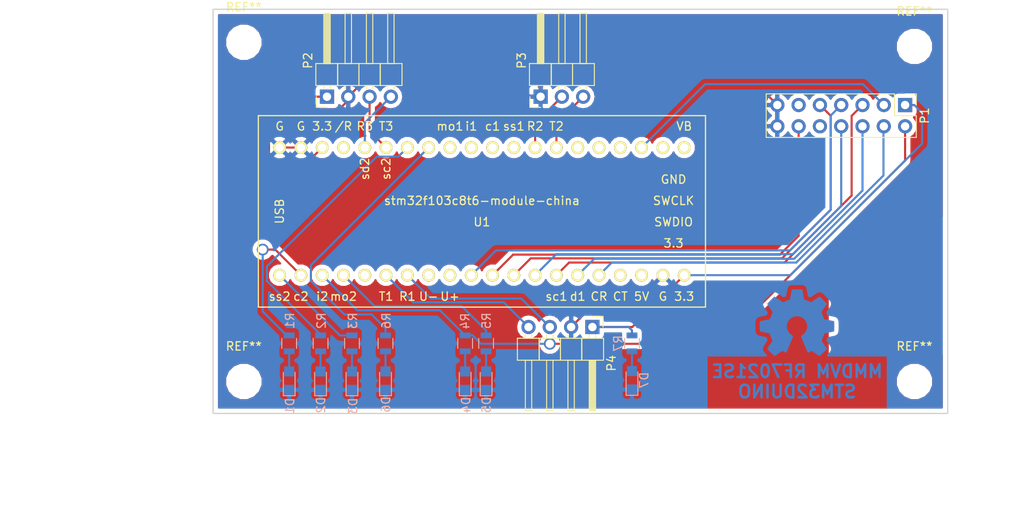
<source format=kicad_pcb>
(kicad_pcb (version 4) (host pcbnew 4.0.6)

  (general
    (links 47)
    (no_connects 1)
    (area 74.700001 34.325 200.89 99.220001)
    (thickness 1.6)
    (drawings 13)
    (tracks 149)
    (zones 0)
    (modules 24)
    (nets 30)
  )

  (page A4)
  (layers
    (0 F.Cu signal)
    (31 B.Cu signal)
    (32 B.Adhes user)
    (33 F.Adhes user)
    (34 B.Paste user)
    (35 F.Paste user)
    (36 B.SilkS user)
    (37 F.SilkS user)
    (38 B.Mask user)
    (39 F.Mask user)
    (40 Dwgs.User user)
    (41 Cmts.User user)
    (42 Eco1.User user)
    (43 Eco2.User user)
    (44 Edge.Cuts user)
    (45 Margin user)
    (46 B.CrtYd user)
    (47 F.CrtYd user)
    (48 B.Fab user hide)
    (49 F.Fab user)
  )

  (setup
    (last_trace_width 0.25)
    (trace_clearance 0.2)
    (zone_clearance 0.508)
    (zone_45_only no)
    (trace_min 0.2)
    (segment_width 0.2)
    (edge_width 0.15)
    (via_size 1.4)
    (via_drill 1)
    (via_min_size 0.4)
    (via_min_drill 0.3)
    (uvia_size 0.3)
    (uvia_drill 0.1)
    (uvias_allowed no)
    (uvia_min_size 0.2)
    (uvia_min_drill 0.1)
    (pcb_text_width 0.3)
    (pcb_text_size 1.5 1.5)
    (mod_edge_width 0.15)
    (mod_text_size 1 1)
    (mod_text_width 0.15)
    (pad_size 1.7 1.7)
    (pad_drill 1)
    (pad_to_mask_clearance 0.2)
    (aux_axis_origin 0 0)
    (visible_elements 7FFFFFFF)
    (pcbplotparams
      (layerselection 0x3ffff_80000001)
      (usegerberextensions false)
      (excludeedgelayer true)
      (linewidth 0.100000)
      (plotframeref false)
      (viasonmask false)
      (mode 1)
      (useauxorigin false)
      (hpglpennumber 1)
      (hpglpenspeed 20)
      (hpglpendiameter 15)
      (hpglpenoverlay 2)
      (psnegative false)
      (psa4output false)
      (plotreference true)
      (plotvalue true)
      (plotinvisibletext false)
      (padsonsilk false)
      (subtractmaskfromsilk false)
      (outputformat 1)
      (mirror false)
      (drillshape 0)
      (scaleselection 1)
      (outputdirectory gerber))
  )

  (net 0 "")
  (net 1 GND)
  (net 2 SLE)
  (net 3 CE)
  (net 4 SREAD)
  (net 5 SDATA)
  (net 6 SCLK)
  (net 7 DATAOUT)
  (net 8 DATAIN)
  (net 9 CLKOUT)
  (net 10 PAC)
  (net 11 LEDDSTAR)
  (net 12 LEDDMR)
  (net 13 LED_COS)
  (net 14 LEDP25)
  (net 15 LEDYSF)
  (net 16 "Net-(D1-Pad2)")
  (net 17 "Net-(D2-Pad2)")
  (net 18 "Net-(D3-Pad2)")
  (net 19 "Net-(D4-Pad2)")
  (net 20 "Net-(D5-Pad2)")
  (net 21 "Net-(D6-Pad2)")
  (net 22 "Net-(D7-Pad2)")
  (net 23 +3V3)
  (net 24 "Net-(P2-Pad3)")
  (net 25 "Net-(P2-Pad4)")
  (net 26 DISP_RX)
  (net 27 DISP_TX)
  (net 28 HOST_RX)
  (net 29 HOST_TX)

  (net_class Default "This is the default net class."
    (clearance 0.2)
    (trace_width 0.25)
    (via_dia 1.4)
    (via_drill 1)
    (uvia_dia 0.3)
    (uvia_drill 0.1)
    (add_net +3V3)
    (add_net CE)
    (add_net CLKOUT)
    (add_net DATAIN)
    (add_net DATAOUT)
    (add_net DISP_RX)
    (add_net DISP_TX)
    (add_net GND)
    (add_net HOST_RX)
    (add_net HOST_TX)
    (add_net LEDDMR)
    (add_net LEDDSTAR)
    (add_net LEDP25)
    (add_net LEDYSF)
    (add_net LED_COS)
    (add_net "Net-(D1-Pad2)")
    (add_net "Net-(D2-Pad2)")
    (add_net "Net-(D3-Pad2)")
    (add_net "Net-(D4-Pad2)")
    (add_net "Net-(D5-Pad2)")
    (add_net "Net-(D6-Pad2)")
    (add_net "Net-(D7-Pad2)")
    (add_net "Net-(P2-Pad3)")
    (add_net "Net-(P2-Pad4)")
    (add_net PAC)
    (add_net SCLK)
    (add_net SDATA)
    (add_net SLE)
    (add_net SREAD)
  )

  (module Resistors_SMD:R_0805 (layer B.Cu) (tedit 58AADA8F) (tstamp 58D67F79)
    (at 120.9 75.45 270)
    (descr "Resistor SMD 0805, reflow soldering, Vishay (see dcrcw.pdf)")
    (tags "resistor 0805")
    (path /58D682C5)
    (attr smd)
    (fp_text reference R6 (at -2.7 -0.1 270) (layer B.SilkS)
      (effects (font (size 1 1) (thickness 0.15)) (justify mirror))
    )
    (fp_text value 1K5 (at 0 -1.75 270) (layer B.Fab)
      (effects (font (size 1 1) (thickness 0.15)) (justify mirror))
    )
    (fp_text user %R (at 0 1.65 270) (layer B.Fab)
      (effects (font (size 1 1) (thickness 0.15)) (justify mirror))
    )
    (fp_line (start -1 -0.62) (end -1 0.62) (layer B.Fab) (width 0.1))
    (fp_line (start 1 -0.62) (end -1 -0.62) (layer B.Fab) (width 0.1))
    (fp_line (start 1 0.62) (end 1 -0.62) (layer B.Fab) (width 0.1))
    (fp_line (start -1 0.62) (end 1 0.62) (layer B.Fab) (width 0.1))
    (fp_line (start 0.6 -0.88) (end -0.6 -0.88) (layer B.SilkS) (width 0.12))
    (fp_line (start -0.6 0.88) (end 0.6 0.88) (layer B.SilkS) (width 0.12))
    (fp_line (start -1.55 0.9) (end 1.55 0.9) (layer B.CrtYd) (width 0.05))
    (fp_line (start -1.55 0.9) (end -1.55 -0.9) (layer B.CrtYd) (width 0.05))
    (fp_line (start 1.55 -0.9) (end 1.55 0.9) (layer B.CrtYd) (width 0.05))
    (fp_line (start 1.55 -0.9) (end -1.55 -0.9) (layer B.CrtYd) (width 0.05))
    (pad 1 smd rect (at -0.95 0 270) (size 0.7 1.3) (layers B.Cu B.Paste B.Mask)
      (net 14 LEDP25))
    (pad 2 smd rect (at 0.95 0 270) (size 0.7 1.3) (layers B.Cu B.Paste B.Mask)
      (net 21 "Net-(D6-Pad2)"))
    (model Resistors_SMD.3dshapes/R_0805.wrl
      (at (xyz 0 0 0))
      (scale (xyz 1 1 1))
      (rotate (xyz 0 0 0))
    )
  )

  (module Resistors_SMD:R_0805 (layer B.Cu) (tedit 58AADA8F) (tstamp 58D67F67)
    (at 116.9 75.45 270)
    (descr "Resistor SMD 0805, reflow soldering, Vishay (see dcrcw.pdf)")
    (tags "resistor 0805")
    (path /58D6819A)
    (attr smd)
    (fp_text reference R3 (at -2.7 -0.1 270) (layer B.SilkS)
      (effects (font (size 1 1) (thickness 0.15)) (justify mirror))
    )
    (fp_text value 1K5 (at 0.5 1.5 270) (layer B.Fab)
      (effects (font (size 1 1) (thickness 0.15)) (justify mirror))
    )
    (fp_text user %R (at 0 1.65 270) (layer B.Fab)
      (effects (font (size 1 1) (thickness 0.15)) (justify mirror))
    )
    (fp_line (start -1 -0.62) (end -1 0.62) (layer B.Fab) (width 0.1))
    (fp_line (start 1 -0.62) (end -1 -0.62) (layer B.Fab) (width 0.1))
    (fp_line (start 1 0.62) (end 1 -0.62) (layer B.Fab) (width 0.1))
    (fp_line (start -1 0.62) (end 1 0.62) (layer B.Fab) (width 0.1))
    (fp_line (start 0.6 -0.88) (end -0.6 -0.88) (layer B.SilkS) (width 0.12))
    (fp_line (start -0.6 0.88) (end 0.6 0.88) (layer B.SilkS) (width 0.12))
    (fp_line (start -1.55 0.9) (end 1.55 0.9) (layer B.CrtYd) (width 0.05))
    (fp_line (start -1.55 0.9) (end -1.55 -0.9) (layer B.CrtYd) (width 0.05))
    (fp_line (start 1.55 -0.9) (end 1.55 0.9) (layer B.CrtYd) (width 0.05))
    (fp_line (start 1.55 -0.9) (end -1.55 -0.9) (layer B.CrtYd) (width 0.05))
    (pad 1 smd rect (at -0.95 0 270) (size 0.7 1.3) (layers B.Cu B.Paste B.Mask)
      (net 11 LEDDSTAR))
    (pad 2 smd rect (at 0.95 0 270) (size 0.7 1.3) (layers B.Cu B.Paste B.Mask)
      (net 18 "Net-(D3-Pad2)"))
    (model Resistors_SMD.3dshapes/R_0805.wrl
      (at (xyz 0 0 0))
      (scale (xyz 1 1 1))
      (rotate (xyz 0 0 0))
    )
  )

  (module myelin-kicad:stm32f103c8t6-module-china (layer F.Cu) (tedit 5712CDA9) (tstamp 58D66907)
    (at 132.4 59.69)
    (path /58D6665F)
    (fp_text reference U1 (at 0 1.27) (layer F.SilkS)
      (effects (font (size 1 1) (thickness 0.15)))
    )
    (fp_text value stm32f103c8t6-module-china (at 0 -1.27) (layer F.SilkS)
      (effects (font (size 1 1) (thickness 0.15)))
    )
    (fp_text user sc2 (at -11.43 -5.08 90) (layer F.SilkS)
      (effects (font (size 1 1) (thickness 0.15)))
    )
    (fp_text user sd2 (at -13.97 -5.08 90) (layer F.SilkS)
      (effects (font (size 1 1) (thickness 0.15)))
    )
    (fp_text user mo2 (at -16.51 10.16) (layer F.SilkS)
      (effects (font (size 1 1) (thickness 0.15)))
    )
    (fp_text user i2 (at -19.05 10.16) (layer F.SilkS)
      (effects (font (size 1 1) (thickness 0.15)))
    )
    (fp_text user c2 (at -21.59 10.16) (layer F.SilkS)
      (effects (font (size 1 1) (thickness 0.15)))
    )
    (fp_text user ss2 (at -24.13 10.16) (layer F.SilkS)
      (effects (font (size 1 1) (thickness 0.15)))
    )
    (fp_text user d1 (at 11.43 10.16) (layer F.SilkS)
      (effects (font (size 1 1) (thickness 0.15)))
    )
    (fp_text user sc1 (at 8.89 10.16) (layer F.SilkS)
      (effects (font (size 1 1) (thickness 0.15)))
    )
    (fp_text user T2 (at 8.89 -10.16) (layer F.SilkS)
      (effects (font (size 1 1) (thickness 0.15)))
    )
    (fp_text user R2 (at 6.35 -10.16) (layer F.SilkS)
      (effects (font (size 1 1) (thickness 0.15)))
    )
    (fp_text user ss1 (at 3.81 -10.16) (layer F.SilkS)
      (effects (font (size 1 1) (thickness 0.15)))
    )
    (fp_text user c1 (at 1.27 -10.16) (layer F.SilkS)
      (effects (font (size 1 1) (thickness 0.15)))
    )
    (fp_text user i1 (at -1.27 -10.16) (layer F.SilkS)
      (effects (font (size 1 1) (thickness 0.15)))
    )
    (fp_text user mo1 (at -3.81 -10.16) (layer F.SilkS)
      (effects (font (size 1 1) (thickness 0.15)))
    )
    (fp_text user T3 (at -11.43 -10.16) (layer F.SilkS)
      (effects (font (size 1 1) (thickness 0.15)))
    )
    (fp_text user R3 (at -13.97 -10.16) (layer F.SilkS)
      (effects (font (size 1 1) (thickness 0.15)))
    )
    (fp_text user CT (at 16.51 10.16) (layer F.SilkS)
      (effects (font (size 1 1) (thickness 0.15)))
    )
    (fp_text user CR (at 13.97 10.16) (layer F.SilkS)
      (effects (font (size 1 1) (thickness 0.15)))
    )
    (fp_text user U+ (at -3.81 10.16) (layer F.SilkS)
      (effects (font (size 1 1) (thickness 0.15)))
    )
    (fp_text user U- (at -6.35 10.16) (layer F.SilkS)
      (effects (font (size 1 1) (thickness 0.15)))
    )
    (fp_text user R1 (at -8.89 10.16) (layer F.SilkS)
      (effects (font (size 1 1) (thickness 0.15)))
    )
    (fp_text user T1 (at -11.43 10.16) (layer F.SilkS)
      (effects (font (size 1 1) (thickness 0.15)))
    )
    (fp_text user 3.3 (at 22.86 3.81) (layer F.SilkS)
      (effects (font (size 1 1) (thickness 0.15)))
    )
    (fp_text user SWDIO (at 22.86 1.27) (layer F.SilkS)
      (effects (font (size 1 1) (thickness 0.15)))
    )
    (fp_text user SWCLK (at 22.86 -1.27) (layer F.SilkS)
      (effects (font (size 1 1) (thickness 0.15)))
    )
    (fp_text user GND (at 22.86 -3.81) (layer F.SilkS)
      (effects (font (size 1 1) (thickness 0.15)))
    )
    (fp_text user 3.3 (at 24.13 10.16) (layer F.SilkS)
      (effects (font (size 1 1) (thickness 0.15)))
    )
    (fp_text user G (at 21.59 10.16) (layer F.SilkS)
      (effects (font (size 1 1) (thickness 0.15)))
    )
    (fp_text user /R (at -16.51 -10.16) (layer F.SilkS)
      (effects (font (size 1 1) (thickness 0.15)))
    )
    (fp_text user 3.3 (at -19.05 -10.16) (layer F.SilkS)
      (effects (font (size 1 1) (thickness 0.15)))
    )
    (fp_text user G (at -21.59 -10.16) (layer F.SilkS)
      (effects (font (size 1 1) (thickness 0.15)))
    )
    (fp_text user G (at -24.13 -10.16) (layer F.SilkS)
      (effects (font (size 1 1) (thickness 0.15)))
    )
    (fp_text user VB (at 24.13 -10.16) (layer F.SilkS)
      (effects (font (size 1 1) (thickness 0.15)))
    )
    (fp_text user 5V (at 19.05 10.16) (layer F.SilkS)
      (effects (font (size 1 1) (thickness 0.15)))
    )
    (fp_text user USB (at -24.13 0 90) (layer F.SilkS)
      (effects (font (size 1 1) (thickness 0.15)))
    )
    (fp_line (start -26.67 11.43) (end 26.67 11.43) (layer F.SilkS) (width 0.15))
    (fp_line (start 26.67 -11.43) (end -26.67 -11.43) (layer F.SilkS) (width 0.15))
    (fp_line (start 26.67 11.43) (end 26.67 -11.43) (layer F.SilkS) (width 0.15))
    (fp_line (start -26.67 -11.43) (end -26.67 11.43) (layer F.SilkS) (width 0.15))
    (pad 1 thru_hole circle (at -24.13 7.62) (size 1.524 1.524) (drill 1.016) (layers *.Cu *.Mask F.SilkS)
      (net 11 LEDDSTAR))
    (pad 2 thru_hole circle (at -21.59 7.62) (size 1.524 1.524) (drill 1.016) (layers *.Cu *.Mask F.SilkS)
      (net 12 LEDDMR))
    (pad 3 thru_hole circle (at -19.05 7.62) (size 1.524 1.524) (drill 1.016) (layers *.Cu *.Mask F.SilkS)
      (net 10 PAC))
    (pad 4 thru_hole circle (at -16.51 7.62) (size 1.524 1.524) (drill 1.016) (layers *.Cu *.Mask F.SilkS)
      (net 13 LED_COS))
    (pad 5 thru_hole circle (at -13.97 7.62) (size 1.524 1.524) (drill 1.016) (layers *.Cu *.Mask F.SilkS))
    (pad 6 thru_hole circle (at -11.43 7.62) (size 1.524 1.524) (drill 1.016) (layers *.Cu *.Mask F.SilkS)
      (net 29 HOST_TX))
    (pad 7 thru_hole circle (at -8.89 7.62) (size 1.524 1.524) (drill 1.016) (layers *.Cu *.Mask F.SilkS)
      (net 28 HOST_RX))
    (pad 8 thru_hole circle (at -6.35 7.62) (size 1.524 1.524) (drill 1.016) (layers *.Cu *.Mask F.SilkS))
    (pad 9 thru_hole circle (at -3.81 7.62) (size 1.524 1.524) (drill 1.016) (layers *.Cu *.Mask F.SilkS))
    (pad 10 thru_hole circle (at -1.27 7.62) (size 1.524 1.524) (drill 1.016) (layers *.Cu *.Mask F.SilkS)
      (net 9 CLKOUT))
    (pad 11 thru_hole circle (at 1.27 7.62) (size 1.524 1.524) (drill 1.016) (layers *.Cu *.Mask F.SilkS)
      (net 8 DATAIN))
    (pad 12 thru_hole circle (at 3.81 7.62) (size 1.524 1.524) (drill 1.016) (layers *.Cu *.Mask F.SilkS)
      (net 7 DATAOUT))
    (pad 13 thru_hole circle (at 6.35 7.62) (size 1.524 1.524) (drill 1.016) (layers *.Cu *.Mask F.SilkS)
      (net 6 SCLK))
    (pad 14 thru_hole circle (at 8.89 7.62) (size 1.524 1.524) (drill 1.016) (layers *.Cu *.Mask F.SilkS)
      (net 5 SDATA))
    (pad 15 thru_hole circle (at 11.43 7.62) (size 1.524 1.524) (drill 1.016) (layers *.Cu *.Mask F.SilkS)
      (net 4 SREAD))
    (pad 16 thru_hole circle (at 13.97 7.62) (size 1.524 1.524) (drill 1.016) (layers *.Cu *.Mask F.SilkS)
      (net 2 SLE))
    (pad 17 thru_hole circle (at 16.51 7.62) (size 1.524 1.524) (drill 1.016) (layers *.Cu *.Mask F.SilkS))
    (pad 18 thru_hole circle (at 19.05 7.62) (size 1.524 1.524) (drill 1.016) (layers *.Cu *.Mask F.SilkS))
    (pad 19 thru_hole circle (at 21.59 7.62) (size 1.524 1.524) (drill 1.016) (layers *.Cu *.Mask F.SilkS)
      (net 1 GND))
    (pad 20 thru_hole circle (at 24.13 7.62) (size 1.524 1.524) (drill 1.016) (layers *.Cu *.Mask F.SilkS)
      (net 23 +3V3))
    (pad 21 thru_hole circle (at 24.13 -7.62) (size 1.524 1.524) (drill 1.016) (layers *.Cu *.Mask F.SilkS))
    (pad 22 thru_hole circle (at 21.59 -7.62) (size 1.524 1.524) (drill 1.016) (layers *.Cu *.Mask F.SilkS))
    (pad 23 thru_hole circle (at 19.05 -7.62) (size 1.524 1.524) (drill 1.016) (layers *.Cu *.Mask F.SilkS)
      (net 3 CE))
    (pad 24 thru_hole circle (at 16.51 -7.62) (size 1.524 1.524) (drill 1.016) (layers *.Cu *.Mask F.SilkS))
    (pad 25 thru_hole circle (at 13.97 -7.62) (size 1.524 1.524) (drill 1.016) (layers *.Cu *.Mask F.SilkS))
    (pad 26 thru_hole circle (at 11.43 -7.62) (size 1.524 1.524) (drill 1.016) (layers *.Cu *.Mask F.SilkS))
    (pad 27 thru_hole circle (at 8.89 -7.62) (size 1.524 1.524) (drill 1.016) (layers *.Cu *.Mask F.SilkS)
      (net 27 DISP_TX))
    (pad 28 thru_hole circle (at 6.35 -7.62) (size 1.524 1.524) (drill 1.016) (layers *.Cu *.Mask F.SilkS)
      (net 26 DISP_RX))
    (pad 29 thru_hole circle (at 3.81 -7.62) (size 1.524 1.524) (drill 1.016) (layers *.Cu *.Mask F.SilkS))
    (pad 30 thru_hole circle (at 1.27 -7.62) (size 1.524 1.524) (drill 1.016) (layers *.Cu *.Mask F.SilkS))
    (pad 31 thru_hole circle (at -1.27 -7.62) (size 1.524 1.524) (drill 1.016) (layers *.Cu *.Mask F.SilkS))
    (pad 32 thru_hole circle (at -3.81 -7.62) (size 1.524 1.524) (drill 1.016) (layers *.Cu *.Mask F.SilkS))
    (pad 33 thru_hole circle (at -6.35 -7.62) (size 1.524 1.524) (drill 1.016) (layers *.Cu *.Mask F.SilkS)
      (net 14 LEDP25))
    (pad 34 thru_hole circle (at -8.89 -7.62) (size 1.524 1.524) (drill 1.016) (layers *.Cu *.Mask F.SilkS)
      (net 15 LEDYSF))
    (pad 35 thru_hole circle (at -11.43 -7.62) (size 1.524 1.524) (drill 1.016) (layers *.Cu *.Mask F.SilkS)
      (net 24 "Net-(P2-Pad3)"))
    (pad 36 thru_hole circle (at -13.97 -7.62) (size 1.524 1.524) (drill 1.016) (layers *.Cu *.Mask F.SilkS)
      (net 25 "Net-(P2-Pad4)"))
    (pad 37 thru_hole circle (at -16.51 -7.62) (size 1.524 1.524) (drill 1.016) (layers *.Cu *.Mask F.SilkS))
    (pad 38 thru_hole circle (at -19.05 -7.62) (size 1.524 1.524) (drill 1.016) (layers *.Cu *.Mask F.SilkS)
      (net 23 +3V3))
    (pad 39 thru_hole circle (at -21.59 -7.62) (size 1.524 1.524) (drill 1.016) (layers *.Cu *.Mask F.SilkS)
      (net 1 GND))
    (pad 40 thru_hole circle (at -24.13 -7.62) (size 1.524 1.524) (drill 1.016) (layers *.Cu *.Mask F.SilkS)
      (net 1 GND))
  )

  (module LEDs:LED_0805 (layer B.Cu) (tedit 57FE93EC) (tstamp 58D67F43)
    (at 130.4 79.9 90)
    (descr "LED 0805 smd package")
    (tags "LED led 0805 SMD smd SMT smt smdled SMDLED smtled SMTLED")
    (path /58D681B3)
    (attr smd)
    (fp_text reference D4 (at -2.9 0.1 90) (layer B.SilkS)
      (effects (font (size 1 1) (thickness 0.15)) (justify mirror))
    )
    (fp_text value LED_PAC (at 0 -1.55 90) (layer B.Fab)
      (effects (font (size 1 1) (thickness 0.15)) (justify mirror))
    )
    (fp_line (start -1.8 0.7) (end -1.8 -0.7) (layer B.SilkS) (width 0.12))
    (fp_line (start -0.4 0.4) (end -0.4 -0.4) (layer B.Fab) (width 0.1))
    (fp_line (start -0.4 0) (end 0.2 0.4) (layer B.Fab) (width 0.1))
    (fp_line (start 0.2 -0.4) (end -0.4 0) (layer B.Fab) (width 0.1))
    (fp_line (start 0.2 0.4) (end 0.2 -0.4) (layer B.Fab) (width 0.1))
    (fp_line (start 1 -0.6) (end -1 -0.6) (layer B.Fab) (width 0.1))
    (fp_line (start 1 0.6) (end 1 -0.6) (layer B.Fab) (width 0.1))
    (fp_line (start -1 0.6) (end 1 0.6) (layer B.Fab) (width 0.1))
    (fp_line (start -1 -0.6) (end -1 0.6) (layer B.Fab) (width 0.1))
    (fp_line (start -1.8 -0.7) (end 1 -0.7) (layer B.SilkS) (width 0.12))
    (fp_line (start -1.8 0.7) (end 1 0.7) (layer B.SilkS) (width 0.12))
    (fp_line (start 1.95 0.85) (end 1.95 -0.85) (layer B.CrtYd) (width 0.05))
    (fp_line (start 1.95 -0.85) (end -1.95 -0.85) (layer B.CrtYd) (width 0.05))
    (fp_line (start -1.95 -0.85) (end -1.95 0.85) (layer B.CrtYd) (width 0.05))
    (fp_line (start -1.95 0.85) (end 1.95 0.85) (layer B.CrtYd) (width 0.05))
    (pad 2 smd rect (at 1.1 0 270) (size 1.2 1.2) (layers B.Cu B.Paste B.Mask)
      (net 19 "Net-(D4-Pad2)"))
    (pad 1 smd rect (at -1.1 0 270) (size 1.2 1.2) (layers B.Cu B.Paste B.Mask)
      (net 1 GND))
    (model LEDs.3dshapes/LED_0805.wrl
      (at (xyz 0 0 0))
      (scale (xyz 1 1 1))
      (rotate (xyz 0 0 180))
    )
  )

  (module Resistors_SMD:R_0805 (layer B.Cu) (tedit 58AADA8F) (tstamp 58D67F5B)
    (at 109.41 75.45 270)
    (descr "Resistor SMD 0805, reflow soldering, Vishay (see dcrcw.pdf)")
    (tags "resistor 0805")
    (path /58D67D08)
    (attr smd)
    (fp_text reference R1 (at -2.7 -0.09 270) (layer B.SilkS)
      (effects (font (size 1 1) (thickness 0.15)) (justify mirror))
    )
    (fp_text value 1K5 (at -2.95 -0.09 270) (layer B.Fab)
      (effects (font (size 1 1) (thickness 0.15)) (justify mirror))
    )
    (fp_text user %R (at 2.84 -2.59 270) (layer B.Fab)
      (effects (font (size 1 1) (thickness 0.15)) (justify mirror))
    )
    (fp_line (start -1 -0.62) (end -1 0.62) (layer B.Fab) (width 0.1))
    (fp_line (start 1 -0.62) (end -1 -0.62) (layer B.Fab) (width 0.1))
    (fp_line (start 1 0.62) (end 1 -0.62) (layer B.Fab) (width 0.1))
    (fp_line (start -1 0.62) (end 1 0.62) (layer B.Fab) (width 0.1))
    (fp_line (start 0.6 -0.88) (end -0.6 -0.88) (layer B.SilkS) (width 0.12))
    (fp_line (start -0.6 0.88) (end 0.6 0.88) (layer B.SilkS) (width 0.12))
    (fp_line (start -1.55 0.9) (end 1.55 0.9) (layer B.CrtYd) (width 0.05))
    (fp_line (start -1.55 0.9) (end -1.55 -0.9) (layer B.CrtYd) (width 0.05))
    (fp_line (start 1.55 -0.9) (end 1.55 0.9) (layer B.CrtYd) (width 0.05))
    (fp_line (start 1.55 -0.9) (end -1.55 -0.9) (layer B.CrtYd) (width 0.05))
    (pad 1 smd rect (at -0.95 0 270) (size 0.7 1.3) (layers B.Cu B.Paste B.Mask)
      (net 12 LEDDMR))
    (pad 2 smd rect (at 0.95 0 270) (size 0.7 1.3) (layers B.Cu B.Paste B.Mask)
      (net 16 "Net-(D1-Pad2)"))
    (model Resistors_SMD.3dshapes/R_0805.wrl
      (at (xyz 0 0 0))
      (scale (xyz 1 1 1))
      (rotate (xyz 0 0 0))
    )
  )

  (module LEDs:LED_0805 (layer B.Cu) (tedit 57FE93EC) (tstamp 58D67F31)
    (at 109.41 79.9 90)
    (descr "LED 0805 smd package")
    (tags "LED led 0805 SMD smd SMT smt smdled SMDLED smtled SMTLED")
    (path /58D67E80)
    (attr smd)
    (fp_text reference D1 (at -3.03 0.09 90) (layer B.SilkS)
      (effects (font (size 1 1) (thickness 0.15)) (justify mirror))
    )
    (fp_text value LED_DMR (at 1.68 -1.41 90) (layer B.Fab)
      (effects (font (size 1 1) (thickness 0.15)) (justify mirror))
    )
    (fp_line (start -1.8 0.7) (end -1.8 -0.7) (layer B.SilkS) (width 0.12))
    (fp_line (start -0.4 0.4) (end -0.4 -0.4) (layer B.Fab) (width 0.1))
    (fp_line (start -0.4 0) (end 0.2 0.4) (layer B.Fab) (width 0.1))
    (fp_line (start 0.2 -0.4) (end -0.4 0) (layer B.Fab) (width 0.1))
    (fp_line (start 0.2 0.4) (end 0.2 -0.4) (layer B.Fab) (width 0.1))
    (fp_line (start 1 -0.6) (end -1 -0.6) (layer B.Fab) (width 0.1))
    (fp_line (start 1 0.6) (end 1 -0.6) (layer B.Fab) (width 0.1))
    (fp_line (start -1 0.6) (end 1 0.6) (layer B.Fab) (width 0.1))
    (fp_line (start -1 -0.6) (end -1 0.6) (layer B.Fab) (width 0.1))
    (fp_line (start -1.8 -0.7) (end 1 -0.7) (layer B.SilkS) (width 0.12))
    (fp_line (start -1.8 0.7) (end 1 0.7) (layer B.SilkS) (width 0.12))
    (fp_line (start 1.95 0.85) (end 1.95 -0.85) (layer B.CrtYd) (width 0.05))
    (fp_line (start 1.95 -0.85) (end -1.95 -0.85) (layer B.CrtYd) (width 0.05))
    (fp_line (start -1.95 -0.85) (end -1.95 0.85) (layer B.CrtYd) (width 0.05))
    (fp_line (start -1.95 0.85) (end 1.95 0.85) (layer B.CrtYd) (width 0.05))
    (pad 2 smd rect (at 1.1 0 270) (size 1.2 1.2) (layers B.Cu B.Paste B.Mask)
      (net 16 "Net-(D1-Pad2)"))
    (pad 1 smd rect (at -1.1 0 270) (size 1.2 1.2) (layers B.Cu B.Paste B.Mask)
      (net 1 GND))
    (model LEDs.3dshapes/LED_0805.wrl
      (at (xyz 0 0 0))
      (scale (xyz 1 1 1))
      (rotate (xyz 0 0 180))
    )
  )

  (module LEDs:LED_0805 (layer B.Cu) (tedit 57FE93EC) (tstamp 58D67F3D)
    (at 116.9 79.9 90)
    (descr "LED 0805 smd package")
    (tags "LED led 0805 SMD smd SMT smt smdled SMDLED smtled SMTLED")
    (path /58D681A0)
    (attr smd)
    (fp_text reference D3 (at -3.03 0.13 90) (layer B.SilkS)
      (effects (font (size 1 1) (thickness 0.15)) (justify mirror))
    )
    (fp_text value LED_DSTAR (at 1.9 -1.4 90) (layer B.Fab)
      (effects (font (size 1 1) (thickness 0.15)) (justify mirror))
    )
    (fp_line (start -1.8 0.7) (end -1.8 -0.7) (layer B.SilkS) (width 0.12))
    (fp_line (start -0.4 0.4) (end -0.4 -0.4) (layer B.Fab) (width 0.1))
    (fp_line (start -0.4 0) (end 0.2 0.4) (layer B.Fab) (width 0.1))
    (fp_line (start 0.2 -0.4) (end -0.4 0) (layer B.Fab) (width 0.1))
    (fp_line (start 0.2 0.4) (end 0.2 -0.4) (layer B.Fab) (width 0.1))
    (fp_line (start 1 -0.6) (end -1 -0.6) (layer B.Fab) (width 0.1))
    (fp_line (start 1 0.6) (end 1 -0.6) (layer B.Fab) (width 0.1))
    (fp_line (start -1 0.6) (end 1 0.6) (layer B.Fab) (width 0.1))
    (fp_line (start -1 -0.6) (end -1 0.6) (layer B.Fab) (width 0.1))
    (fp_line (start -1.8 -0.7) (end 1 -0.7) (layer B.SilkS) (width 0.12))
    (fp_line (start -1.8 0.7) (end 1 0.7) (layer B.SilkS) (width 0.12))
    (fp_line (start 1.95 0.85) (end 1.95 -0.85) (layer B.CrtYd) (width 0.05))
    (fp_line (start 1.95 -0.85) (end -1.95 -0.85) (layer B.CrtYd) (width 0.05))
    (fp_line (start -1.95 -0.85) (end -1.95 0.85) (layer B.CrtYd) (width 0.05))
    (fp_line (start -1.95 0.85) (end 1.95 0.85) (layer B.CrtYd) (width 0.05))
    (pad 2 smd rect (at 1.1 0 270) (size 1.2 1.2) (layers B.Cu B.Paste B.Mask)
      (net 18 "Net-(D3-Pad2)"))
    (pad 1 smd rect (at -1.1 0 270) (size 1.2 1.2) (layers B.Cu B.Paste B.Mask)
      (net 1 GND))
    (model LEDs.3dshapes/LED_0805.wrl
      (at (xyz 0 0 0))
      (scale (xyz 1 1 1))
      (rotate (xyz 0 0 180))
    )
  )

  (module LEDs:LED_0805 (layer B.Cu) (tedit 57FE93EC) (tstamp 58D67F49)
    (at 132.9 79.9 90)
    (descr "LED 0805 smd package")
    (tags "LED led 0805 SMD smd SMT smt smdled SMDLED smtled SMTLED")
    (path /58D682B8)
    (attr smd)
    (fp_text reference D5 (at -2.9 0.05 90) (layer B.SilkS)
      (effects (font (size 1 1) (thickness 0.15)) (justify mirror))
    )
    (fp_text value LED_COS (at 0 -1.55 90) (layer B.Fab)
      (effects (font (size 1 1) (thickness 0.15)) (justify mirror))
    )
    (fp_line (start -1.8 0.7) (end -1.8 -0.7) (layer B.SilkS) (width 0.12))
    (fp_line (start -0.4 0.4) (end -0.4 -0.4) (layer B.Fab) (width 0.1))
    (fp_line (start -0.4 0) (end 0.2 0.4) (layer B.Fab) (width 0.1))
    (fp_line (start 0.2 -0.4) (end -0.4 0) (layer B.Fab) (width 0.1))
    (fp_line (start 0.2 0.4) (end 0.2 -0.4) (layer B.Fab) (width 0.1))
    (fp_line (start 1 -0.6) (end -1 -0.6) (layer B.Fab) (width 0.1))
    (fp_line (start 1 0.6) (end 1 -0.6) (layer B.Fab) (width 0.1))
    (fp_line (start -1 0.6) (end 1 0.6) (layer B.Fab) (width 0.1))
    (fp_line (start -1 -0.6) (end -1 0.6) (layer B.Fab) (width 0.1))
    (fp_line (start -1.8 -0.7) (end 1 -0.7) (layer B.SilkS) (width 0.12))
    (fp_line (start -1.8 0.7) (end 1 0.7) (layer B.SilkS) (width 0.12))
    (fp_line (start 1.95 0.85) (end 1.95 -0.85) (layer B.CrtYd) (width 0.05))
    (fp_line (start 1.95 -0.85) (end -1.95 -0.85) (layer B.CrtYd) (width 0.05))
    (fp_line (start -1.95 -0.85) (end -1.95 0.85) (layer B.CrtYd) (width 0.05))
    (fp_line (start -1.95 0.85) (end 1.95 0.85) (layer B.CrtYd) (width 0.05))
    (pad 2 smd rect (at 1.1 0 270) (size 1.2 1.2) (layers B.Cu B.Paste B.Mask)
      (net 20 "Net-(D5-Pad2)"))
    (pad 1 smd rect (at -1.1 0 270) (size 1.2 1.2) (layers B.Cu B.Paste B.Mask)
      (net 1 GND))
    (model LEDs.3dshapes/LED_0805.wrl
      (at (xyz 0 0 0))
      (scale (xyz 1 1 1))
      (rotate (xyz 0 0 180))
    )
  )

  (module Resistors_SMD:R_0805 (layer B.Cu) (tedit 58AADA8F) (tstamp 58D67F6D)
    (at 130.4 75.45 270)
    (descr "Resistor SMD 0805, reflow soldering, Vishay (see dcrcw.pdf)")
    (tags "resistor 0805")
    (path /58D681AD)
    (attr smd)
    (fp_text reference R4 (at -2.65 0 270) (layer B.SilkS)
      (effects (font (size 1 1) (thickness 0.15)) (justify mirror))
    )
    (fp_text value 1K5 (at 0 -1.75 270) (layer B.Fab)
      (effects (font (size 1 1) (thickness 0.15)) (justify mirror))
    )
    (fp_text user %R (at 0 1.65 270) (layer B.Fab)
      (effects (font (size 1 1) (thickness 0.15)) (justify mirror))
    )
    (fp_line (start -1 -0.62) (end -1 0.62) (layer B.Fab) (width 0.1))
    (fp_line (start 1 -0.62) (end -1 -0.62) (layer B.Fab) (width 0.1))
    (fp_line (start 1 0.62) (end 1 -0.62) (layer B.Fab) (width 0.1))
    (fp_line (start -1 0.62) (end 1 0.62) (layer B.Fab) (width 0.1))
    (fp_line (start 0.6 -0.88) (end -0.6 -0.88) (layer B.SilkS) (width 0.12))
    (fp_line (start -0.6 0.88) (end 0.6 0.88) (layer B.SilkS) (width 0.12))
    (fp_line (start -1.55 0.9) (end 1.55 0.9) (layer B.CrtYd) (width 0.05))
    (fp_line (start -1.55 0.9) (end -1.55 -0.9) (layer B.CrtYd) (width 0.05))
    (fp_line (start 1.55 -0.9) (end 1.55 0.9) (layer B.CrtYd) (width 0.05))
    (fp_line (start 1.55 -0.9) (end -1.55 -0.9) (layer B.CrtYd) (width 0.05))
    (pad 1 smd rect (at -0.95 0 270) (size 0.7 1.3) (layers B.Cu B.Paste B.Mask)
      (net 10 PAC))
    (pad 2 smd rect (at 0.95 0 270) (size 0.7 1.3) (layers B.Cu B.Paste B.Mask)
      (net 19 "Net-(D4-Pad2)"))
    (model Resistors_SMD.3dshapes/R_0805.wrl
      (at (xyz 0 0 0))
      (scale (xyz 1 1 1))
      (rotate (xyz 0 0 0))
    )
  )

  (module Resistors_SMD:R_0805 (layer B.Cu) (tedit 58AADA8F) (tstamp 58D67F73)
    (at 132.9 75.45 270)
    (descr "Resistor SMD 0805, reflow soldering, Vishay (see dcrcw.pdf)")
    (tags "resistor 0805")
    (path /58D682B2)
    (attr smd)
    (fp_text reference R5 (at -2.7 -0.05 270) (layer B.SilkS)
      (effects (font (size 1 1) (thickness 0.15)) (justify mirror))
    )
    (fp_text value 1K5 (at 0 -1.75 270) (layer B.Fab)
      (effects (font (size 1 1) (thickness 0.15)) (justify mirror))
    )
    (fp_text user %R (at 0 1.65 270) (layer B.Fab)
      (effects (font (size 1 1) (thickness 0.15)) (justify mirror))
    )
    (fp_line (start -1 -0.62) (end -1 0.62) (layer B.Fab) (width 0.1))
    (fp_line (start 1 -0.62) (end -1 -0.62) (layer B.Fab) (width 0.1))
    (fp_line (start 1 0.62) (end 1 -0.62) (layer B.Fab) (width 0.1))
    (fp_line (start -1 0.62) (end 1 0.62) (layer B.Fab) (width 0.1))
    (fp_line (start 0.6 -0.88) (end -0.6 -0.88) (layer B.SilkS) (width 0.12))
    (fp_line (start -0.6 0.88) (end 0.6 0.88) (layer B.SilkS) (width 0.12))
    (fp_line (start -1.55 0.9) (end 1.55 0.9) (layer B.CrtYd) (width 0.05))
    (fp_line (start -1.55 0.9) (end -1.55 -0.9) (layer B.CrtYd) (width 0.05))
    (fp_line (start 1.55 -0.9) (end 1.55 0.9) (layer B.CrtYd) (width 0.05))
    (fp_line (start 1.55 -0.9) (end -1.55 -0.9) (layer B.CrtYd) (width 0.05))
    (pad 1 smd rect (at -0.95 0 270) (size 0.7 1.3) (layers B.Cu B.Paste B.Mask)
      (net 13 LED_COS))
    (pad 2 smd rect (at 0.95 0 270) (size 0.7 1.3) (layers B.Cu B.Paste B.Mask)
      (net 20 "Net-(D5-Pad2)"))
    (model Resistors_SMD.3dshapes/R_0805.wrl
      (at (xyz 0 0 0))
      (scale (xyz 1 1 1))
      (rotate (xyz 0 0 0))
    )
  )

  (module Resistors_SMD:R_0805 (layer B.Cu) (tedit 58AADA8F) (tstamp 58D67F7F)
    (at 150.3 75.45 270)
    (descr "Resistor SMD 0805, reflow soldering, Vishay (see dcrcw.pdf)")
    (tags "resistor 0805")
    (path /58D682D8)
    (attr smd)
    (fp_text reference R7 (at 0 1.65 270) (layer B.SilkS)
      (effects (font (size 1 1) (thickness 0.15)) (justify mirror))
    )
    (fp_text value 1K5 (at 0 -1.75 270) (layer B.Fab)
      (effects (font (size 1 1) (thickness 0.15)) (justify mirror))
    )
    (fp_text user %R (at 0 1.65 270) (layer B.Fab)
      (effects (font (size 1 1) (thickness 0.15)) (justify mirror))
    )
    (fp_line (start -1 -0.62) (end -1 0.62) (layer B.Fab) (width 0.1))
    (fp_line (start 1 -0.62) (end -1 -0.62) (layer B.Fab) (width 0.1))
    (fp_line (start 1 0.62) (end 1 -0.62) (layer B.Fab) (width 0.1))
    (fp_line (start -1 0.62) (end 1 0.62) (layer B.Fab) (width 0.1))
    (fp_line (start 0.6 -0.88) (end -0.6 -0.88) (layer B.SilkS) (width 0.12))
    (fp_line (start -0.6 0.88) (end 0.6 0.88) (layer B.SilkS) (width 0.12))
    (fp_line (start -1.55 0.9) (end 1.55 0.9) (layer B.CrtYd) (width 0.05))
    (fp_line (start -1.55 0.9) (end -1.55 -0.9) (layer B.CrtYd) (width 0.05))
    (fp_line (start 1.55 -0.9) (end 1.55 0.9) (layer B.CrtYd) (width 0.05))
    (fp_line (start 1.55 -0.9) (end -1.55 -0.9) (layer B.CrtYd) (width 0.05))
    (pad 1 smd rect (at -0.95 0 270) (size 0.7 1.3) (layers B.Cu B.Paste B.Mask)
      (net 23 +3V3))
    (pad 2 smd rect (at 0.95 0 270) (size 0.7 1.3) (layers B.Cu B.Paste B.Mask)
      (net 22 "Net-(D7-Pad2)"))
    (model Resistors_SMD.3dshapes/R_0805.wrl
      (at (xyz 0 0 0))
      (scale (xyz 1 1 1))
      (rotate (xyz 0 0 0))
    )
  )

  (module LEDs:LED_0805 (layer B.Cu) (tedit 57FE93EC) (tstamp 58D67F55)
    (at 150.3 79.85 90)
    (descr "LED 0805 smd package")
    (tags "LED led 0805 SMD smd SMT smt smdled SMDLED smtled SMTLED")
    (path /58D682DE)
    (attr smd)
    (fp_text reference D7 (at 0 1.45 90) (layer B.SilkS)
      (effects (font (size 1 1) (thickness 0.15)) (justify mirror))
    )
    (fp_text value LED_33V (at 0 -1.55 90) (layer B.Fab)
      (effects (font (size 1 1) (thickness 0.15)) (justify mirror))
    )
    (fp_line (start -1.8 0.7) (end -1.8 -0.7) (layer B.SilkS) (width 0.12))
    (fp_line (start -0.4 0.4) (end -0.4 -0.4) (layer B.Fab) (width 0.1))
    (fp_line (start -0.4 0) (end 0.2 0.4) (layer B.Fab) (width 0.1))
    (fp_line (start 0.2 -0.4) (end -0.4 0) (layer B.Fab) (width 0.1))
    (fp_line (start 0.2 0.4) (end 0.2 -0.4) (layer B.Fab) (width 0.1))
    (fp_line (start 1 -0.6) (end -1 -0.6) (layer B.Fab) (width 0.1))
    (fp_line (start 1 0.6) (end 1 -0.6) (layer B.Fab) (width 0.1))
    (fp_line (start -1 0.6) (end 1 0.6) (layer B.Fab) (width 0.1))
    (fp_line (start -1 -0.6) (end -1 0.6) (layer B.Fab) (width 0.1))
    (fp_line (start -1.8 -0.7) (end 1 -0.7) (layer B.SilkS) (width 0.12))
    (fp_line (start -1.8 0.7) (end 1 0.7) (layer B.SilkS) (width 0.12))
    (fp_line (start 1.95 0.85) (end 1.95 -0.85) (layer B.CrtYd) (width 0.05))
    (fp_line (start 1.95 -0.85) (end -1.95 -0.85) (layer B.CrtYd) (width 0.05))
    (fp_line (start -1.95 -0.85) (end -1.95 0.85) (layer B.CrtYd) (width 0.05))
    (fp_line (start -1.95 0.85) (end 1.95 0.85) (layer B.CrtYd) (width 0.05))
    (pad 2 smd rect (at 1.1 0 270) (size 1.2 1.2) (layers B.Cu B.Paste B.Mask)
      (net 22 "Net-(D7-Pad2)"))
    (pad 1 smd rect (at -1.1 0 270) (size 1.2 1.2) (layers B.Cu B.Paste B.Mask)
      (net 1 GND))
    (model LEDs.3dshapes/LED_0805.wrl
      (at (xyz 0 0 0))
      (scale (xyz 1 1 1))
      (rotate (xyz 0 0 180))
    )
  )

  (module Resistors_SMD:R_0805 (layer B.Cu) (tedit 58AADA8F) (tstamp 58D67F61)
    (at 113.154999 75.45 270)
    (descr "Resistor SMD 0805, reflow soldering, Vishay (see dcrcw.pdf)")
    (tags "resistor 0805")
    (path /58D680AF)
    (attr smd)
    (fp_text reference R2 (at -2.7 -0.095001 270) (layer B.SilkS)
      (effects (font (size 1 1) (thickness 0.15)) (justify mirror))
    )
    (fp_text value 1K5 (at 0 -1.75 270) (layer B.Fab)
      (effects (font (size 1 1) (thickness 0.15)) (justify mirror))
    )
    (fp_text user %R (at 0 1.65 270) (layer B.Fab)
      (effects (font (size 1 1) (thickness 0.15)) (justify mirror))
    )
    (fp_line (start -1 -0.62) (end -1 0.62) (layer B.Fab) (width 0.1))
    (fp_line (start 1 -0.62) (end -1 -0.62) (layer B.Fab) (width 0.1))
    (fp_line (start 1 0.62) (end 1 -0.62) (layer B.Fab) (width 0.1))
    (fp_line (start -1 0.62) (end 1 0.62) (layer B.Fab) (width 0.1))
    (fp_line (start 0.6 -0.88) (end -0.6 -0.88) (layer B.SilkS) (width 0.12))
    (fp_line (start -0.6 0.88) (end 0.6 0.88) (layer B.SilkS) (width 0.12))
    (fp_line (start -1.55 0.9) (end 1.55 0.9) (layer B.CrtYd) (width 0.05))
    (fp_line (start -1.55 0.9) (end -1.55 -0.9) (layer B.CrtYd) (width 0.05))
    (fp_line (start 1.55 -0.9) (end 1.55 0.9) (layer B.CrtYd) (width 0.05))
    (fp_line (start 1.55 -0.9) (end -1.55 -0.9) (layer B.CrtYd) (width 0.05))
    (pad 1 smd rect (at -0.95 0 270) (size 0.7 1.3) (layers B.Cu B.Paste B.Mask)
      (net 15 LEDYSF))
    (pad 2 smd rect (at 0.95 0 270) (size 0.7 1.3) (layers B.Cu B.Paste B.Mask)
      (net 17 "Net-(D2-Pad2)"))
    (model Resistors_SMD.3dshapes/R_0805.wrl
      (at (xyz 0 0 0))
      (scale (xyz 1 1 1))
      (rotate (xyz 0 0 0))
    )
  )

  (module Pin_Headers:Pin_Header_Angled_1x04_Pitch2.54mm (layer F.Cu) (tedit 58CD4EC1) (tstamp 58DBEDB5)
    (at 113.92 46 90)
    (descr "Through hole angled pin header, 1x04, 2.54mm pitch, 6mm pin length, single row")
    (tags "Through hole angled pin header THT 1x04 2.54mm single row")
    (path /58DBEE1E)
    (fp_text reference P2 (at 4.315 -2.27 90) (layer F.SilkS)
      (effects (font (size 1 1) (thickness 0.15)))
    )
    (fp_text value DISP_I2C (at 4.315 9.89 90) (layer F.Fab)
      (effects (font (size 1 1) (thickness 0.15)))
    )
    (fp_line (start 1.4 -1.27) (end 1.4 1.27) (layer F.Fab) (width 0.1))
    (fp_line (start 1.4 1.27) (end 3.9 1.27) (layer F.Fab) (width 0.1))
    (fp_line (start 3.9 1.27) (end 3.9 -1.27) (layer F.Fab) (width 0.1))
    (fp_line (start 3.9 -1.27) (end 1.4 -1.27) (layer F.Fab) (width 0.1))
    (fp_line (start 0 -0.32) (end 0 0.32) (layer F.Fab) (width 0.1))
    (fp_line (start 0 0.32) (end 9.9 0.32) (layer F.Fab) (width 0.1))
    (fp_line (start 9.9 0.32) (end 9.9 -0.32) (layer F.Fab) (width 0.1))
    (fp_line (start 9.9 -0.32) (end 0 -0.32) (layer F.Fab) (width 0.1))
    (fp_line (start 1.4 1.27) (end 1.4 3.81) (layer F.Fab) (width 0.1))
    (fp_line (start 1.4 3.81) (end 3.9 3.81) (layer F.Fab) (width 0.1))
    (fp_line (start 3.9 3.81) (end 3.9 1.27) (layer F.Fab) (width 0.1))
    (fp_line (start 3.9 1.27) (end 1.4 1.27) (layer F.Fab) (width 0.1))
    (fp_line (start 0 2.22) (end 0 2.86) (layer F.Fab) (width 0.1))
    (fp_line (start 0 2.86) (end 9.9 2.86) (layer F.Fab) (width 0.1))
    (fp_line (start 9.9 2.86) (end 9.9 2.22) (layer F.Fab) (width 0.1))
    (fp_line (start 9.9 2.22) (end 0 2.22) (layer F.Fab) (width 0.1))
    (fp_line (start 1.4 3.81) (end 1.4 6.35) (layer F.Fab) (width 0.1))
    (fp_line (start 1.4 6.35) (end 3.9 6.35) (layer F.Fab) (width 0.1))
    (fp_line (start 3.9 6.35) (end 3.9 3.81) (layer F.Fab) (width 0.1))
    (fp_line (start 3.9 3.81) (end 1.4 3.81) (layer F.Fab) (width 0.1))
    (fp_line (start 0 4.76) (end 0 5.4) (layer F.Fab) (width 0.1))
    (fp_line (start 0 5.4) (end 9.9 5.4) (layer F.Fab) (width 0.1))
    (fp_line (start 9.9 5.4) (end 9.9 4.76) (layer F.Fab) (width 0.1))
    (fp_line (start 9.9 4.76) (end 0 4.76) (layer F.Fab) (width 0.1))
    (fp_line (start 1.4 6.35) (end 1.4 8.89) (layer F.Fab) (width 0.1))
    (fp_line (start 1.4 8.89) (end 3.9 8.89) (layer F.Fab) (width 0.1))
    (fp_line (start 3.9 8.89) (end 3.9 6.35) (layer F.Fab) (width 0.1))
    (fp_line (start 3.9 6.35) (end 1.4 6.35) (layer F.Fab) (width 0.1))
    (fp_line (start 0 7.3) (end 0 7.94) (layer F.Fab) (width 0.1))
    (fp_line (start 0 7.94) (end 9.9 7.94) (layer F.Fab) (width 0.1))
    (fp_line (start 9.9 7.94) (end 9.9 7.3) (layer F.Fab) (width 0.1))
    (fp_line (start 9.9 7.3) (end 0 7.3) (layer F.Fab) (width 0.1))
    (fp_line (start 1.34 -1.33) (end 1.34 1.27) (layer F.SilkS) (width 0.12))
    (fp_line (start 1.34 1.27) (end 3.96 1.27) (layer F.SilkS) (width 0.12))
    (fp_line (start 3.96 1.27) (end 3.96 -1.33) (layer F.SilkS) (width 0.12))
    (fp_line (start 3.96 -1.33) (end 1.34 -1.33) (layer F.SilkS) (width 0.12))
    (fp_line (start 3.96 -0.38) (end 3.96 0.38) (layer F.SilkS) (width 0.12))
    (fp_line (start 3.96 0.38) (end 9.96 0.38) (layer F.SilkS) (width 0.12))
    (fp_line (start 9.96 0.38) (end 9.96 -0.38) (layer F.SilkS) (width 0.12))
    (fp_line (start 9.96 -0.38) (end 3.96 -0.38) (layer F.SilkS) (width 0.12))
    (fp_line (start 0.91 -0.38) (end 1.34 -0.38) (layer F.SilkS) (width 0.12))
    (fp_line (start 0.91 0.38) (end 1.34 0.38) (layer F.SilkS) (width 0.12))
    (fp_line (start 3.96 -0.26) (end 9.96 -0.26) (layer F.SilkS) (width 0.12))
    (fp_line (start 3.96 -0.14) (end 9.96 -0.14) (layer F.SilkS) (width 0.12))
    (fp_line (start 3.96 -0.02) (end 9.96 -0.02) (layer F.SilkS) (width 0.12))
    (fp_line (start 3.96 0.1) (end 9.96 0.1) (layer F.SilkS) (width 0.12))
    (fp_line (start 3.96 0.22) (end 9.96 0.22) (layer F.SilkS) (width 0.12))
    (fp_line (start 3.96 0.34) (end 9.96 0.34) (layer F.SilkS) (width 0.12))
    (fp_line (start 1.34 1.27) (end 1.34 3.81) (layer F.SilkS) (width 0.12))
    (fp_line (start 1.34 3.81) (end 3.96 3.81) (layer F.SilkS) (width 0.12))
    (fp_line (start 3.96 3.81) (end 3.96 1.27) (layer F.SilkS) (width 0.12))
    (fp_line (start 3.96 1.27) (end 1.34 1.27) (layer F.SilkS) (width 0.12))
    (fp_line (start 3.96 2.16) (end 3.96 2.92) (layer F.SilkS) (width 0.12))
    (fp_line (start 3.96 2.92) (end 9.96 2.92) (layer F.SilkS) (width 0.12))
    (fp_line (start 9.96 2.92) (end 9.96 2.16) (layer F.SilkS) (width 0.12))
    (fp_line (start 9.96 2.16) (end 3.96 2.16) (layer F.SilkS) (width 0.12))
    (fp_line (start 0.91 2.16) (end 1.34 2.16) (layer F.SilkS) (width 0.12))
    (fp_line (start 0.91 2.92) (end 1.34 2.92) (layer F.SilkS) (width 0.12))
    (fp_line (start 1.34 3.81) (end 1.34 6.35) (layer F.SilkS) (width 0.12))
    (fp_line (start 1.34 6.35) (end 3.96 6.35) (layer F.SilkS) (width 0.12))
    (fp_line (start 3.96 6.35) (end 3.96 3.81) (layer F.SilkS) (width 0.12))
    (fp_line (start 3.96 3.81) (end 1.34 3.81) (layer F.SilkS) (width 0.12))
    (fp_line (start 3.96 4.7) (end 3.96 5.46) (layer F.SilkS) (width 0.12))
    (fp_line (start 3.96 5.46) (end 9.96 5.46) (layer F.SilkS) (width 0.12))
    (fp_line (start 9.96 5.46) (end 9.96 4.7) (layer F.SilkS) (width 0.12))
    (fp_line (start 9.96 4.7) (end 3.96 4.7) (layer F.SilkS) (width 0.12))
    (fp_line (start 0.91 4.7) (end 1.34 4.7) (layer F.SilkS) (width 0.12))
    (fp_line (start 0.91 5.46) (end 1.34 5.46) (layer F.SilkS) (width 0.12))
    (fp_line (start 1.34 6.35) (end 1.34 8.95) (layer F.SilkS) (width 0.12))
    (fp_line (start 1.34 8.95) (end 3.96 8.95) (layer F.SilkS) (width 0.12))
    (fp_line (start 3.96 8.95) (end 3.96 6.35) (layer F.SilkS) (width 0.12))
    (fp_line (start 3.96 6.35) (end 1.34 6.35) (layer F.SilkS) (width 0.12))
    (fp_line (start 3.96 7.24) (end 3.96 8) (layer F.SilkS) (width 0.12))
    (fp_line (start 3.96 8) (end 9.96 8) (layer F.SilkS) (width 0.12))
    (fp_line (start 9.96 8) (end 9.96 7.24) (layer F.SilkS) (width 0.12))
    (fp_line (start 9.96 7.24) (end 3.96 7.24) (layer F.SilkS) (width 0.12))
    (fp_line (start 0.91 7.24) (end 1.34 7.24) (layer F.SilkS) (width 0.12))
    (fp_line (start 0.91 8) (end 1.34 8) (layer F.SilkS) (width 0.12))
    (fp_line (start -1.27 0) (end -1.27 -1.27) (layer F.SilkS) (width 0.12))
    (fp_line (start -1.27 -1.27) (end 0 -1.27) (layer F.SilkS) (width 0.12))
    (fp_line (start -1.8 -1.8) (end -1.8 9.4) (layer F.CrtYd) (width 0.05))
    (fp_line (start -1.8 9.4) (end 10.4 9.4) (layer F.CrtYd) (width 0.05))
    (fp_line (start 10.4 9.4) (end 10.4 -1.8) (layer F.CrtYd) (width 0.05))
    (fp_line (start 10.4 -1.8) (end -1.8 -1.8) (layer F.CrtYd) (width 0.05))
    (fp_text user %R (at 4.315 -2.27 90) (layer F.Fab)
      (effects (font (size 1 1) (thickness 0.15)))
    )
    (pad 1 thru_hole rect (at 0 0 90) (size 1.7 1.7) (drill 1) (layers *.Cu *.Mask)
      (net 23 +3V3))
    (pad 2 thru_hole oval (at 0 2.54 90) (size 1.7 1.7) (drill 1) (layers *.Cu *.Mask)
      (net 1 GND))
    (pad 3 thru_hole oval (at 0 5.08 90) (size 1.7 1.7) (drill 1) (layers *.Cu *.Mask)
      (net 24 "Net-(P2-Pad3)"))
    (pad 4 thru_hole oval (at 0 7.62 90) (size 1.7 1.7) (drill 1) (layers *.Cu *.Mask)
      (net 25 "Net-(P2-Pad4)"))
    (model ${KISYS3DMOD}/Pin_Headers.3dshapes/Pin_Header_Angled_1x04_Pitch2.54mm.wrl
      (at (xyz 0 -0.15 0))
      (scale (xyz 1 1 1))
      (rotate (xyz 0 0 90))
    )
  )

  (module Pin_Headers:Pin_Header_Straight_2x07_Pitch2.54mm (layer F.Cu) (tedit 58CD4EC5) (tstamp 58D6785D)
    (at 182.88 46.99 270)
    (descr "Through hole straight pin header, 2x07, 2.54mm pitch, double rows")
    (tags "Through hole pin header THT 2x07 2.54mm double row")
    (path /58D673D0)
    (fp_text reference P1 (at 1.27 -2.33 270) (layer F.SilkS)
      (effects (font (size 1 1) (thickness 0.15)))
    )
    (fp_text value RF7021SE (at 1.27 17.57 270) (layer F.Fab)
      (effects (font (size 1 1) (thickness 0.15)))
    )
    (fp_line (start -1.27 -1.27) (end -1.27 16.51) (layer F.Fab) (width 0.1))
    (fp_line (start -1.27 16.51) (end 3.81 16.51) (layer F.Fab) (width 0.1))
    (fp_line (start 3.81 16.51) (end 3.81 -1.27) (layer F.Fab) (width 0.1))
    (fp_line (start 3.81 -1.27) (end -1.27 -1.27) (layer F.Fab) (width 0.1))
    (fp_line (start -1.33 1.27) (end -1.33 16.57) (layer F.SilkS) (width 0.12))
    (fp_line (start -1.33 16.57) (end 3.87 16.57) (layer F.SilkS) (width 0.12))
    (fp_line (start 3.87 16.57) (end 3.87 -1.33) (layer F.SilkS) (width 0.12))
    (fp_line (start 3.87 -1.33) (end 1.27 -1.33) (layer F.SilkS) (width 0.12))
    (fp_line (start 1.27 -1.33) (end 1.27 1.27) (layer F.SilkS) (width 0.12))
    (fp_line (start 1.27 1.27) (end -1.33 1.27) (layer F.SilkS) (width 0.12))
    (fp_line (start -1.33 0) (end -1.33 -1.33) (layer F.SilkS) (width 0.12))
    (fp_line (start -1.33 -1.33) (end 0 -1.33) (layer F.SilkS) (width 0.12))
    (fp_line (start -1.8 -1.8) (end -1.8 17.05) (layer F.CrtYd) (width 0.05))
    (fp_line (start -1.8 17.05) (end 4.35 17.05) (layer F.CrtYd) (width 0.05))
    (fp_line (start 4.35 17.05) (end 4.35 -1.8) (layer F.CrtYd) (width 0.05))
    (fp_line (start 4.35 -1.8) (end -1.8 -1.8) (layer F.CrtYd) (width 0.05))
    (fp_text user %R (at 1.27 -2.33 270) (layer F.Fab)
      (effects (font (size 1 1) (thickness 0.15)))
    )
    (pad 1 thru_hole rect (at 0 0 270) (size 1.7 1.7) (drill 1) (layers *.Cu *.Mask)
      (net 23 +3V3))
    (pad 2 thru_hole oval (at 2.54 0 270) (size 1.7 1.7) (drill 1) (layers *.Cu *.Mask)
      (net 10 PAC))
    (pad 3 thru_hole oval (at 0 2.54 270) (size 1.7 1.7) (drill 1) (layers *.Cu *.Mask)
      (net 3 CE))
    (pad 4 thru_hole oval (at 2.54 2.54 270) (size 1.7 1.7) (drill 1) (layers *.Cu *.Mask)
      (net 2 SLE))
    (pad 5 thru_hole oval (at 0 5.08 270) (size 1.7 1.7) (drill 1) (layers *.Cu *.Mask)
      (net 5 SDATA))
    (pad 6 thru_hole oval (at 2.54 5.08 270) (size 1.7 1.7) (drill 1) (layers *.Cu *.Mask)
      (net 4 SREAD))
    (pad 7 thru_hole oval (at 0 7.62 270) (size 1.7 1.7) (drill 1) (layers *.Cu *.Mask)
      (net 9 CLKOUT))
    (pad 8 thru_hole oval (at 2.54 7.62 270) (size 1.7 1.7) (drill 1) (layers *.Cu *.Mask)
      (net 6 SCLK))
    (pad 9 thru_hole oval (at 0 10.16 270) (size 1.7 1.7) (drill 1) (layers *.Cu *.Mask)
      (net 7 DATAOUT))
    (pad 10 thru_hole oval (at 2.54 10.16 270) (size 1.7 1.7) (drill 1) (layers *.Cu *.Mask))
    (pad 11 thru_hole oval (at 0 12.7 270) (size 1.7 1.7) (drill 1) (layers *.Cu *.Mask))
    (pad 12 thru_hole oval (at 2.54 12.7 270) (size 1.7 1.7) (drill 1) (layers *.Cu *.Mask)
      (net 8 DATAIN))
    (pad 13 thru_hole oval (at 0 15.24 270) (size 1.7 1.7) (drill 1) (layers *.Cu *.Mask)
      (net 1 GND))
    (pad 14 thru_hole oval (at 2.54 15.24 270) (size 1.7 1.7) (drill 1) (layers *.Cu *.Mask)
      (net 1 GND))
    (model ${KISYS3DMOD}/Pin_Headers.3dshapes/Pin_Header_Straight_2x07_Pitch2.54mm.wrl
      (at (xyz 0.05 -0.3 0))
      (scale (xyz 1 1 1))
      (rotate (xyz 0 0 90))
    )
  )

  (module LEDs:LED_0805 (layer B.Cu) (tedit 57FE93EC) (tstamp 58D67F37)
    (at 113.15 79.9 90)
    (descr "LED 0805 smd package")
    (tags "LED led 0805 SMD smd SMT smt smdled SMDLED smtled SMTLED")
    (path /58D680B5)
    (attr smd)
    (fp_text reference D2 (at -2.92 0.04 90) (layer B.SilkS)
      (effects (font (size 1 1) (thickness 0.15)) (justify mirror))
    )
    (fp_text value LED_YSF (at 1.91 -1.4 90) (layer B.Fab)
      (effects (font (size 1 1) (thickness 0.15)) (justify mirror))
    )
    (fp_line (start -1.8 0.7) (end -1.8 -0.7) (layer B.SilkS) (width 0.12))
    (fp_line (start -0.4 0.4) (end -0.4 -0.4) (layer B.Fab) (width 0.1))
    (fp_line (start -0.4 0) (end 0.2 0.4) (layer B.Fab) (width 0.1))
    (fp_line (start 0.2 -0.4) (end -0.4 0) (layer B.Fab) (width 0.1))
    (fp_line (start 0.2 0.4) (end 0.2 -0.4) (layer B.Fab) (width 0.1))
    (fp_line (start 1 -0.6) (end -1 -0.6) (layer B.Fab) (width 0.1))
    (fp_line (start 1 0.6) (end 1 -0.6) (layer B.Fab) (width 0.1))
    (fp_line (start -1 0.6) (end 1 0.6) (layer B.Fab) (width 0.1))
    (fp_line (start -1 -0.6) (end -1 0.6) (layer B.Fab) (width 0.1))
    (fp_line (start -1.8 -0.7) (end 1 -0.7) (layer B.SilkS) (width 0.12))
    (fp_line (start -1.8 0.7) (end 1 0.7) (layer B.SilkS) (width 0.12))
    (fp_line (start 1.95 0.85) (end 1.95 -0.85) (layer B.CrtYd) (width 0.05))
    (fp_line (start 1.95 -0.85) (end -1.95 -0.85) (layer B.CrtYd) (width 0.05))
    (fp_line (start -1.95 -0.85) (end -1.95 0.85) (layer B.CrtYd) (width 0.05))
    (fp_line (start -1.95 0.85) (end 1.95 0.85) (layer B.CrtYd) (width 0.05))
    (pad 2 smd rect (at 1.1 0 270) (size 1.2 1.2) (layers B.Cu B.Paste B.Mask)
      (net 17 "Net-(D2-Pad2)"))
    (pad 1 smd rect (at -1.1 0 270) (size 1.2 1.2) (layers B.Cu B.Paste B.Mask)
      (net 1 GND))
    (model LEDs.3dshapes/LED_0805.wrl
      (at (xyz 0 0 0))
      (scale (xyz 1 1 1))
      (rotate (xyz 0 0 180))
    )
  )

  (module LEDs:LED_0805 (layer B.Cu) (tedit 57FE93EC) (tstamp 58D67F4F)
    (at 120.9 79.9 90)
    (descr "LED 0805 smd package")
    (tags "LED led 0805 SMD smd SMT smt smdled SMDLED smtled SMTLED")
    (path /58D682CB)
    (attr smd)
    (fp_text reference D6 (at -2.85 0.05 90) (layer B.SilkS)
      (effects (font (size 1 1) (thickness 0.15)) (justify mirror))
    )
    (fp_text value LED_P25 (at -0.96 -2.24 90) (layer B.Fab)
      (effects (font (size 1 1) (thickness 0.15)) (justify mirror))
    )
    (fp_line (start -1.8 0.7) (end -1.8 -0.7) (layer B.SilkS) (width 0.12))
    (fp_line (start -0.4 0.4) (end -0.4 -0.4) (layer B.Fab) (width 0.1))
    (fp_line (start -0.4 0) (end 0.2 0.4) (layer B.Fab) (width 0.1))
    (fp_line (start 0.2 -0.4) (end -0.4 0) (layer B.Fab) (width 0.1))
    (fp_line (start 0.2 0.4) (end 0.2 -0.4) (layer B.Fab) (width 0.1))
    (fp_line (start 1 -0.6) (end -1 -0.6) (layer B.Fab) (width 0.1))
    (fp_line (start 1 0.6) (end 1 -0.6) (layer B.Fab) (width 0.1))
    (fp_line (start -1 0.6) (end 1 0.6) (layer B.Fab) (width 0.1))
    (fp_line (start -1 -0.6) (end -1 0.6) (layer B.Fab) (width 0.1))
    (fp_line (start -1.8 -0.7) (end 1 -0.7) (layer B.SilkS) (width 0.12))
    (fp_line (start -1.8 0.7) (end 1 0.7) (layer B.SilkS) (width 0.12))
    (fp_line (start 1.95 0.85) (end 1.95 -0.85) (layer B.CrtYd) (width 0.05))
    (fp_line (start 1.95 -0.85) (end -1.95 -0.85) (layer B.CrtYd) (width 0.05))
    (fp_line (start -1.95 -0.85) (end -1.95 0.85) (layer B.CrtYd) (width 0.05))
    (fp_line (start -1.95 0.85) (end 1.95 0.85) (layer B.CrtYd) (width 0.05))
    (pad 2 smd rect (at 1.1 0 270) (size 1.2 1.2) (layers B.Cu B.Paste B.Mask)
      (net 21 "Net-(D6-Pad2)"))
    (pad 1 smd rect (at -1.1 0 270) (size 1.2 1.2) (layers B.Cu B.Paste B.Mask)
      (net 1 GND))
    (model LEDs.3dshapes/LED_0805.wrl
      (at (xyz 0 0 0))
      (scale (xyz 1 1 1))
      (rotate (xyz 0 0 180))
    )
  )

  (module Pin_Headers:Pin_Header_Angled_1x03_Pitch2.54mm (layer F.Cu) (tedit 58CD4EC1) (tstamp 58DF6AB5)
    (at 139.4 46 90)
    (descr "Through hole angled pin header, 1x03, 2.54mm pitch, 6mm pin length, single row")
    (tags "Through hole angled pin header THT 1x03 2.54mm single row")
    (path /58DF685D)
    (fp_text reference P3 (at 4.315 -2.27 90) (layer F.SilkS)
      (effects (font (size 1 1) (thickness 0.15)))
    )
    (fp_text value DISP_SER (at 4.315 7.35 90) (layer F.Fab)
      (effects (font (size 1 1) (thickness 0.15)))
    )
    (fp_line (start 1.4 -1.27) (end 1.4 1.27) (layer F.Fab) (width 0.1))
    (fp_line (start 1.4 1.27) (end 3.9 1.27) (layer F.Fab) (width 0.1))
    (fp_line (start 3.9 1.27) (end 3.9 -1.27) (layer F.Fab) (width 0.1))
    (fp_line (start 3.9 -1.27) (end 1.4 -1.27) (layer F.Fab) (width 0.1))
    (fp_line (start 0 -0.32) (end 0 0.32) (layer F.Fab) (width 0.1))
    (fp_line (start 0 0.32) (end 9.9 0.32) (layer F.Fab) (width 0.1))
    (fp_line (start 9.9 0.32) (end 9.9 -0.32) (layer F.Fab) (width 0.1))
    (fp_line (start 9.9 -0.32) (end 0 -0.32) (layer F.Fab) (width 0.1))
    (fp_line (start 1.4 1.27) (end 1.4 3.81) (layer F.Fab) (width 0.1))
    (fp_line (start 1.4 3.81) (end 3.9 3.81) (layer F.Fab) (width 0.1))
    (fp_line (start 3.9 3.81) (end 3.9 1.27) (layer F.Fab) (width 0.1))
    (fp_line (start 3.9 1.27) (end 1.4 1.27) (layer F.Fab) (width 0.1))
    (fp_line (start 0 2.22) (end 0 2.86) (layer F.Fab) (width 0.1))
    (fp_line (start 0 2.86) (end 9.9 2.86) (layer F.Fab) (width 0.1))
    (fp_line (start 9.9 2.86) (end 9.9 2.22) (layer F.Fab) (width 0.1))
    (fp_line (start 9.9 2.22) (end 0 2.22) (layer F.Fab) (width 0.1))
    (fp_line (start 1.4 3.81) (end 1.4 6.35) (layer F.Fab) (width 0.1))
    (fp_line (start 1.4 6.35) (end 3.9 6.35) (layer F.Fab) (width 0.1))
    (fp_line (start 3.9 6.35) (end 3.9 3.81) (layer F.Fab) (width 0.1))
    (fp_line (start 3.9 3.81) (end 1.4 3.81) (layer F.Fab) (width 0.1))
    (fp_line (start 0 4.76) (end 0 5.4) (layer F.Fab) (width 0.1))
    (fp_line (start 0 5.4) (end 9.9 5.4) (layer F.Fab) (width 0.1))
    (fp_line (start 9.9 5.4) (end 9.9 4.76) (layer F.Fab) (width 0.1))
    (fp_line (start 9.9 4.76) (end 0 4.76) (layer F.Fab) (width 0.1))
    (fp_line (start 1.34 -1.33) (end 1.34 1.27) (layer F.SilkS) (width 0.12))
    (fp_line (start 1.34 1.27) (end 3.96 1.27) (layer F.SilkS) (width 0.12))
    (fp_line (start 3.96 1.27) (end 3.96 -1.33) (layer F.SilkS) (width 0.12))
    (fp_line (start 3.96 -1.33) (end 1.34 -1.33) (layer F.SilkS) (width 0.12))
    (fp_line (start 3.96 -0.38) (end 3.96 0.38) (layer F.SilkS) (width 0.12))
    (fp_line (start 3.96 0.38) (end 9.96 0.38) (layer F.SilkS) (width 0.12))
    (fp_line (start 9.96 0.38) (end 9.96 -0.38) (layer F.SilkS) (width 0.12))
    (fp_line (start 9.96 -0.38) (end 3.96 -0.38) (layer F.SilkS) (width 0.12))
    (fp_line (start 0.91 -0.38) (end 1.34 -0.38) (layer F.SilkS) (width 0.12))
    (fp_line (start 0.91 0.38) (end 1.34 0.38) (layer F.SilkS) (width 0.12))
    (fp_line (start 3.96 -0.26) (end 9.96 -0.26) (layer F.SilkS) (width 0.12))
    (fp_line (start 3.96 -0.14) (end 9.96 -0.14) (layer F.SilkS) (width 0.12))
    (fp_line (start 3.96 -0.02) (end 9.96 -0.02) (layer F.SilkS) (width 0.12))
    (fp_line (start 3.96 0.1) (end 9.96 0.1) (layer F.SilkS) (width 0.12))
    (fp_line (start 3.96 0.22) (end 9.96 0.22) (layer F.SilkS) (width 0.12))
    (fp_line (start 3.96 0.34) (end 9.96 0.34) (layer F.SilkS) (width 0.12))
    (fp_line (start 1.34 1.27) (end 1.34 3.81) (layer F.SilkS) (width 0.12))
    (fp_line (start 1.34 3.81) (end 3.96 3.81) (layer F.SilkS) (width 0.12))
    (fp_line (start 3.96 3.81) (end 3.96 1.27) (layer F.SilkS) (width 0.12))
    (fp_line (start 3.96 1.27) (end 1.34 1.27) (layer F.SilkS) (width 0.12))
    (fp_line (start 3.96 2.16) (end 3.96 2.92) (layer F.SilkS) (width 0.12))
    (fp_line (start 3.96 2.92) (end 9.96 2.92) (layer F.SilkS) (width 0.12))
    (fp_line (start 9.96 2.92) (end 9.96 2.16) (layer F.SilkS) (width 0.12))
    (fp_line (start 9.96 2.16) (end 3.96 2.16) (layer F.SilkS) (width 0.12))
    (fp_line (start 0.91 2.16) (end 1.34 2.16) (layer F.SilkS) (width 0.12))
    (fp_line (start 0.91 2.92) (end 1.34 2.92) (layer F.SilkS) (width 0.12))
    (fp_line (start 1.34 3.81) (end 1.34 6.41) (layer F.SilkS) (width 0.12))
    (fp_line (start 1.34 6.41) (end 3.96 6.41) (layer F.SilkS) (width 0.12))
    (fp_line (start 3.96 6.41) (end 3.96 3.81) (layer F.SilkS) (width 0.12))
    (fp_line (start 3.96 3.81) (end 1.34 3.81) (layer F.SilkS) (width 0.12))
    (fp_line (start 3.96 4.7) (end 3.96 5.46) (layer F.SilkS) (width 0.12))
    (fp_line (start 3.96 5.46) (end 9.96 5.46) (layer F.SilkS) (width 0.12))
    (fp_line (start 9.96 5.46) (end 9.96 4.7) (layer F.SilkS) (width 0.12))
    (fp_line (start 9.96 4.7) (end 3.96 4.7) (layer F.SilkS) (width 0.12))
    (fp_line (start 0.91 4.7) (end 1.34 4.7) (layer F.SilkS) (width 0.12))
    (fp_line (start 0.91 5.46) (end 1.34 5.46) (layer F.SilkS) (width 0.12))
    (fp_line (start -1.27 0) (end -1.27 -1.27) (layer F.SilkS) (width 0.12))
    (fp_line (start -1.27 -1.27) (end 0 -1.27) (layer F.SilkS) (width 0.12))
    (fp_line (start -1.8 -1.8) (end -1.8 6.85) (layer F.CrtYd) (width 0.05))
    (fp_line (start -1.8 6.85) (end 10.4 6.85) (layer F.CrtYd) (width 0.05))
    (fp_line (start 10.4 6.85) (end 10.4 -1.8) (layer F.CrtYd) (width 0.05))
    (fp_line (start 10.4 -1.8) (end -1.8 -1.8) (layer F.CrtYd) (width 0.05))
    (fp_text user %R (at 4.315 -2.27 90) (layer F.Fab)
      (effects (font (size 1 1) (thickness 0.15)))
    )
    (pad 1 thru_hole rect (at 0 0 90) (size 1.7 1.7) (drill 1) (layers *.Cu *.Mask)
      (net 1 GND))
    (pad 2 thru_hole oval (at 0 2.54 90) (size 1.7 1.7) (drill 1) (layers *.Cu *.Mask)
      (net 26 DISP_RX))
    (pad 3 thru_hole oval (at 0 5.08 90) (size 1.7 1.7) (drill 1) (layers *.Cu *.Mask)
      (net 27 DISP_TX))
    (model ${KISYS3DMOD}/Pin_Headers.3dshapes/Pin_Header_Angled_1x03_Pitch2.54mm.wrl
      (at (xyz 0 -0.1 0))
      (scale (xyz 1 1 1))
      (rotate (xyz 0 0 90))
    )
  )

  (module Pin_Headers:Pin_Header_Angled_1x04_Pitch2.54mm (layer F.Cu) (tedit 58CD4EC1) (tstamp 58DF6ABD)
    (at 145.58 73.5 270)
    (descr "Through hole angled pin header, 1x04, 2.54mm pitch, 6mm pin length, single row")
    (tags "Through hole angled pin header THT 1x04 2.54mm single row")
    (path /58DF6A9D)
    (fp_text reference P4 (at 4.315 -2.27 270) (layer F.SilkS)
      (effects (font (size 1 1) (thickness 0.15)))
    )
    (fp_text value HOST_SER (at 4.315 9.89 270) (layer F.Fab)
      (effects (font (size 1 1) (thickness 0.15)))
    )
    (fp_line (start 1.4 -1.27) (end 1.4 1.27) (layer F.Fab) (width 0.1))
    (fp_line (start 1.4 1.27) (end 3.9 1.27) (layer F.Fab) (width 0.1))
    (fp_line (start 3.9 1.27) (end 3.9 -1.27) (layer F.Fab) (width 0.1))
    (fp_line (start 3.9 -1.27) (end 1.4 -1.27) (layer F.Fab) (width 0.1))
    (fp_line (start 0 -0.32) (end 0 0.32) (layer F.Fab) (width 0.1))
    (fp_line (start 0 0.32) (end 9.9 0.32) (layer F.Fab) (width 0.1))
    (fp_line (start 9.9 0.32) (end 9.9 -0.32) (layer F.Fab) (width 0.1))
    (fp_line (start 9.9 -0.32) (end 0 -0.32) (layer F.Fab) (width 0.1))
    (fp_line (start 1.4 1.27) (end 1.4 3.81) (layer F.Fab) (width 0.1))
    (fp_line (start 1.4 3.81) (end 3.9 3.81) (layer F.Fab) (width 0.1))
    (fp_line (start 3.9 3.81) (end 3.9 1.27) (layer F.Fab) (width 0.1))
    (fp_line (start 3.9 1.27) (end 1.4 1.27) (layer F.Fab) (width 0.1))
    (fp_line (start 0 2.22) (end 0 2.86) (layer F.Fab) (width 0.1))
    (fp_line (start 0 2.86) (end 9.9 2.86) (layer F.Fab) (width 0.1))
    (fp_line (start 9.9 2.86) (end 9.9 2.22) (layer F.Fab) (width 0.1))
    (fp_line (start 9.9 2.22) (end 0 2.22) (layer F.Fab) (width 0.1))
    (fp_line (start 1.4 3.81) (end 1.4 6.35) (layer F.Fab) (width 0.1))
    (fp_line (start 1.4 6.35) (end 3.9 6.35) (layer F.Fab) (width 0.1))
    (fp_line (start 3.9 6.35) (end 3.9 3.81) (layer F.Fab) (width 0.1))
    (fp_line (start 3.9 3.81) (end 1.4 3.81) (layer F.Fab) (width 0.1))
    (fp_line (start 0 4.76) (end 0 5.4) (layer F.Fab) (width 0.1))
    (fp_line (start 0 5.4) (end 9.9 5.4) (layer F.Fab) (width 0.1))
    (fp_line (start 9.9 5.4) (end 9.9 4.76) (layer F.Fab) (width 0.1))
    (fp_line (start 9.9 4.76) (end 0 4.76) (layer F.Fab) (width 0.1))
    (fp_line (start 1.4 6.35) (end 1.4 8.89) (layer F.Fab) (width 0.1))
    (fp_line (start 1.4 8.89) (end 3.9 8.89) (layer F.Fab) (width 0.1))
    (fp_line (start 3.9 8.89) (end 3.9 6.35) (layer F.Fab) (width 0.1))
    (fp_line (start 3.9 6.35) (end 1.4 6.35) (layer F.Fab) (width 0.1))
    (fp_line (start 0 7.3) (end 0 7.94) (layer F.Fab) (width 0.1))
    (fp_line (start 0 7.94) (end 9.9 7.94) (layer F.Fab) (width 0.1))
    (fp_line (start 9.9 7.94) (end 9.9 7.3) (layer F.Fab) (width 0.1))
    (fp_line (start 9.9 7.3) (end 0 7.3) (layer F.Fab) (width 0.1))
    (fp_line (start 1.34 -1.33) (end 1.34 1.27) (layer F.SilkS) (width 0.12))
    (fp_line (start 1.34 1.27) (end 3.96 1.27) (layer F.SilkS) (width 0.12))
    (fp_line (start 3.96 1.27) (end 3.96 -1.33) (layer F.SilkS) (width 0.12))
    (fp_line (start 3.96 -1.33) (end 1.34 -1.33) (layer F.SilkS) (width 0.12))
    (fp_line (start 3.96 -0.38) (end 3.96 0.38) (layer F.SilkS) (width 0.12))
    (fp_line (start 3.96 0.38) (end 9.96 0.38) (layer F.SilkS) (width 0.12))
    (fp_line (start 9.96 0.38) (end 9.96 -0.38) (layer F.SilkS) (width 0.12))
    (fp_line (start 9.96 -0.38) (end 3.96 -0.38) (layer F.SilkS) (width 0.12))
    (fp_line (start 0.91 -0.38) (end 1.34 -0.38) (layer F.SilkS) (width 0.12))
    (fp_line (start 0.91 0.38) (end 1.34 0.38) (layer F.SilkS) (width 0.12))
    (fp_line (start 3.96 -0.26) (end 9.96 -0.26) (layer F.SilkS) (width 0.12))
    (fp_line (start 3.96 -0.14) (end 9.96 -0.14) (layer F.SilkS) (width 0.12))
    (fp_line (start 3.96 -0.02) (end 9.96 -0.02) (layer F.SilkS) (width 0.12))
    (fp_line (start 3.96 0.1) (end 9.96 0.1) (layer F.SilkS) (width 0.12))
    (fp_line (start 3.96 0.22) (end 9.96 0.22) (layer F.SilkS) (width 0.12))
    (fp_line (start 3.96 0.34) (end 9.96 0.34) (layer F.SilkS) (width 0.12))
    (fp_line (start 1.34 1.27) (end 1.34 3.81) (layer F.SilkS) (width 0.12))
    (fp_line (start 1.34 3.81) (end 3.96 3.81) (layer F.SilkS) (width 0.12))
    (fp_line (start 3.96 3.81) (end 3.96 1.27) (layer F.SilkS) (width 0.12))
    (fp_line (start 3.96 1.27) (end 1.34 1.27) (layer F.SilkS) (width 0.12))
    (fp_line (start 3.96 2.16) (end 3.96 2.92) (layer F.SilkS) (width 0.12))
    (fp_line (start 3.96 2.92) (end 9.96 2.92) (layer F.SilkS) (width 0.12))
    (fp_line (start 9.96 2.92) (end 9.96 2.16) (layer F.SilkS) (width 0.12))
    (fp_line (start 9.96 2.16) (end 3.96 2.16) (layer F.SilkS) (width 0.12))
    (fp_line (start 0.91 2.16) (end 1.34 2.16) (layer F.SilkS) (width 0.12))
    (fp_line (start 0.91 2.92) (end 1.34 2.92) (layer F.SilkS) (width 0.12))
    (fp_line (start 1.34 3.81) (end 1.34 6.35) (layer F.SilkS) (width 0.12))
    (fp_line (start 1.34 6.35) (end 3.96 6.35) (layer F.SilkS) (width 0.12))
    (fp_line (start 3.96 6.35) (end 3.96 3.81) (layer F.SilkS) (width 0.12))
    (fp_line (start 3.96 3.81) (end 1.34 3.81) (layer F.SilkS) (width 0.12))
    (fp_line (start 3.96 4.7) (end 3.96 5.46) (layer F.SilkS) (width 0.12))
    (fp_line (start 3.96 5.46) (end 9.96 5.46) (layer F.SilkS) (width 0.12))
    (fp_line (start 9.96 5.46) (end 9.96 4.7) (layer F.SilkS) (width 0.12))
    (fp_line (start 9.96 4.7) (end 3.96 4.7) (layer F.SilkS) (width 0.12))
    (fp_line (start 0.91 4.7) (end 1.34 4.7) (layer F.SilkS) (width 0.12))
    (fp_line (start 0.91 5.46) (end 1.34 5.46) (layer F.SilkS) (width 0.12))
    (fp_line (start 1.34 6.35) (end 1.34 8.95) (layer F.SilkS) (width 0.12))
    (fp_line (start 1.34 8.95) (end 3.96 8.95) (layer F.SilkS) (width 0.12))
    (fp_line (start 3.96 8.95) (end 3.96 6.35) (layer F.SilkS) (width 0.12))
    (fp_line (start 3.96 6.35) (end 1.34 6.35) (layer F.SilkS) (width 0.12))
    (fp_line (start 3.96 7.24) (end 3.96 8) (layer F.SilkS) (width 0.12))
    (fp_line (start 3.96 8) (end 9.96 8) (layer F.SilkS) (width 0.12))
    (fp_line (start 9.96 8) (end 9.96 7.24) (layer F.SilkS) (width 0.12))
    (fp_line (start 9.96 7.24) (end 3.96 7.24) (layer F.SilkS) (width 0.12))
    (fp_line (start 0.91 7.24) (end 1.34 7.24) (layer F.SilkS) (width 0.12))
    (fp_line (start 0.91 8) (end 1.34 8) (layer F.SilkS) (width 0.12))
    (fp_line (start -1.27 0) (end -1.27 -1.27) (layer F.SilkS) (width 0.12))
    (fp_line (start -1.27 -1.27) (end 0 -1.27) (layer F.SilkS) (width 0.12))
    (fp_line (start -1.8 -1.8) (end -1.8 9.4) (layer F.CrtYd) (width 0.05))
    (fp_line (start -1.8 9.4) (end 10.4 9.4) (layer F.CrtYd) (width 0.05))
    (fp_line (start 10.4 9.4) (end 10.4 -1.8) (layer F.CrtYd) (width 0.05))
    (fp_line (start 10.4 -1.8) (end -1.8 -1.8) (layer F.CrtYd) (width 0.05))
    (fp_text user %R (at 4.315 -2.27 270) (layer F.Fab)
      (effects (font (size 1 1) (thickness 0.15)))
    )
    (pad 1 thru_hole rect (at 0 0 270) (size 1.7 1.7) (drill 1) (layers *.Cu *.Mask)
      (net 23 +3V3))
    (pad 2 thru_hole oval (at 0 2.54 270) (size 1.7 1.7) (drill 1) (layers *.Cu *.Mask)
      (net 1 GND))
    (pad 3 thru_hole oval (at 0 5.08 270) (size 1.7 1.7) (drill 1) (layers *.Cu *.Mask)
      (net 28 HOST_RX))
    (pad 4 thru_hole oval (at 0 7.62 270) (size 1.7 1.7) (drill 1) (layers *.Cu *.Mask)
      (net 29 HOST_TX))
    (model ${KISYS3DMOD}/Pin_Headers.3dshapes/Pin_Header_Angled_1x04_Pitch2.54mm.wrl
      (at (xyz 0 -0.15 0))
      (scale (xyz 1 1 1))
      (rotate (xyz 0 0 90))
    )
  )

  (module Symbols:OSHW-Symbol_8.9x8mm_Copper (layer B.Cu) (tedit 0) (tstamp 58E5EA36)
    (at 170 73 180)
    (descr "Open Source Hardware Symbol")
    (tags "Logo Symbol OSHW")
    (attr virtual)
    (fp_text reference REF*** (at 0 0 180) (layer B.SilkS) hide
      (effects (font (size 1 1) (thickness 0.15)) (justify mirror))
    )
    (fp_text value OSHW-Symbol_8.9x8mm_Copper (at 0.75 0 180) (layer B.Fab) hide
      (effects (font (size 1 1) (thickness 0.15)) (justify mirror))
    )
    (fp_poly (pts (xy 0.746536 3.399573) (xy 0.859118 2.802382) (xy 1.274531 2.631135) (xy 1.689945 2.459888)
      (xy 2.188302 2.798767) (xy 2.327869 2.893123) (xy 2.454029 2.97737) (xy 2.560896 3.047662)
      (xy 2.642583 3.100153) (xy 2.693202 3.130996) (xy 2.706987 3.137647) (xy 2.731821 3.120542)
      (xy 2.784889 3.073256) (xy 2.860241 3.001828) (xy 2.95193 2.9123) (xy 3.054008 2.810711)
      (xy 3.160527 2.703102) (xy 3.265537 2.595513) (xy 3.363092 2.493985) (xy 3.447243 2.404559)
      (xy 3.512041 2.333274) (xy 3.551538 2.286172) (xy 3.560981 2.270408) (xy 3.547392 2.241347)
      (xy 3.509294 2.177679) (xy 3.450694 2.085633) (xy 3.375598 1.971436) (xy 3.288009 1.841316)
      (xy 3.237255 1.767099) (xy 3.144746 1.631578) (xy 3.062541 1.509284) (xy 2.994631 1.406305)
      (xy 2.945001 1.328727) (xy 2.917641 1.282639) (xy 2.91353 1.272953) (xy 2.92285 1.245426)
      (xy 2.948255 1.181272) (xy 2.985912 1.08951) (xy 3.031987 0.979161) (xy 3.082647 0.859245)
      (xy 3.13406 0.738781) (xy 3.18239 0.626791) (xy 3.223807 0.532293) (xy 3.254475 0.464308)
      (xy 3.270562 0.431857) (xy 3.271512 0.43058) (xy 3.296773 0.424383) (xy 3.364046 0.41056)
      (xy 3.466361 0.390468) (xy 3.596742 0.365466) (xy 3.748217 0.336914) (xy 3.836594 0.320449)
      (xy 3.998453 0.289631) (xy 4.14465 0.260306) (xy 4.267788 0.234079) (xy 4.36047 0.212554)
      (xy 4.415302 0.197335) (xy 4.426324 0.192507) (xy 4.437119 0.159826) (xy 4.44583 0.086015)
      (xy 4.452461 -0.020292) (xy 4.457019 -0.150467) (xy 4.45951 -0.295876) (xy 4.459939 -0.44789)
      (xy 4.458312 -0.597877) (xy 4.454636 -0.737206) (xy 4.448916 -0.857245) (xy 4.441158 -0.949365)
      (xy 4.431369 -1.004932) (xy 4.425497 -1.0165) (xy 4.3904 -1.030365) (xy 4.316029 -1.050188)
      (xy 4.212224 -1.073639) (xy 4.08882 -1.098391) (xy 4.045742 -1.106398) (xy 3.838048 -1.144441)
      (xy 3.673985 -1.175079) (xy 3.548131 -1.199529) (xy 3.455066 -1.219009) (xy 3.389368 -1.234736)
      (xy 3.345618 -1.247928) (xy 3.318393 -1.259804) (xy 3.302273 -1.27158) (xy 3.300018 -1.273908)
      (xy 3.277504 -1.3114) (xy 3.243159 -1.384365) (xy 3.200412 -1.483867) (xy 3.152693 -1.600973)
      (xy 3.103431 -1.726748) (xy 3.056056 -1.852257) (xy 3.013996 -1.968565) (xy 2.980681 -2.066739)
      (xy 2.959542 -2.137843) (xy 2.954006 -2.172942) (xy 2.954467 -2.174172) (xy 2.973224 -2.202861)
      (xy 3.015777 -2.265985) (xy 3.077654 -2.356973) (xy 3.154383 -2.469255) (xy 3.241492 -2.59626)
      (xy 3.266299 -2.632353) (xy 3.354753 -2.763203) (xy 3.432589 -2.882591) (xy 3.495567 -2.983662)
      (xy 3.539446 -3.059559) (xy 3.559986 -3.103427) (xy 3.560981 -3.108817) (xy 3.543723 -3.137144)
      (xy 3.496036 -3.193261) (xy 3.424051 -3.271137) (xy 3.333898 -3.36474) (xy 3.231706 -3.468041)
      (xy 3.123606 -3.575006) (xy 3.015729 -3.679606) (xy 2.914205 -3.775809) (xy 2.825163 -3.857584)
      (xy 2.754734 -3.9189) (xy 2.709048 -3.953726) (xy 2.69641 -3.959412) (xy 2.666992 -3.94602)
      (xy 2.606762 -3.909899) (xy 2.52553 -3.857136) (xy 2.463031 -3.814667) (xy 2.349786 -3.73674)
      (xy 2.215675 -3.644984) (xy 2.081156 -3.553375) (xy 2.008834 -3.504346) (xy 1.764039 -3.33877)
      (xy 1.558551 -3.449875) (xy 1.464937 -3.498548) (xy 1.385331 -3.536381) (xy 1.331468 -3.557958)
      (xy 1.317758 -3.560961) (xy 1.301271 -3.538793) (xy 1.268746 -3.476149) (xy 1.222609 -3.378809)
      (xy 1.165291 -3.252549) (xy 1.099217 -3.10315) (xy 1.026816 -2.936388) (xy 0.950517 -2.758042)
      (xy 0.872747 -2.573891) (xy 0.795935 -2.389712) (xy 0.722507 -2.211285) (xy 0.654893 -2.044387)
      (xy 0.595521 -1.894797) (xy 0.546817 -1.768293) (xy 0.511211 -1.670654) (xy 0.491131 -1.607657)
      (xy 0.487901 -1.586021) (xy 0.513497 -1.558424) (xy 0.569539 -1.513625) (xy 0.644312 -1.460934)
      (xy 0.650588 -1.456765) (xy 0.843846 -1.302069) (xy 0.999675 -1.121591) (xy 1.116725 -0.921102)
      (xy 1.193646 -0.706374) (xy 1.229087 -0.483177) (xy 1.221698 -0.257281) (xy 1.170128 -0.034459)
      (xy 1.073027 0.179521) (xy 1.044459 0.226336) (xy 0.895869 0.415382) (xy 0.720328 0.567188)
      (xy 0.523911 0.680966) (xy 0.312694 0.755925) (xy 0.092754 0.791278) (xy -0.129836 0.786233)
      (xy -0.348998 0.740001) (xy -0.558657 0.651794) (xy -0.752738 0.520821) (xy -0.812773 0.467663)
      (xy -0.965564 0.301261) (xy -1.076902 0.126088) (xy -1.153276 -0.070266) (xy -1.195812 -0.264717)
      (xy -1.206313 -0.483342) (xy -1.171299 -0.703052) (xy -1.094326 -0.91642) (xy -0.978952 -1.116022)
      (xy -0.828734 -1.294429) (xy -0.647226 -1.444217) (xy -0.623372 -1.460006) (xy -0.547798 -1.511712)
      (xy -0.490348 -1.556512) (xy -0.462882 -1.585117) (xy -0.462482 -1.586021) (xy -0.468379 -1.616964)
      (xy -0.491754 -1.687191) (xy -0.530178 -1.790925) (xy -0.581222 -1.92239) (xy -0.642457 -2.075807)
      (xy -0.711455 -2.245401) (xy -0.785786 -2.425393) (xy -0.863021 -2.610008) (xy -0.940731 -2.793468)
      (xy -1.016488 -2.969996) (xy -1.087862 -3.133814) (xy -1.152425 -3.279147) (xy -1.207747 -3.400217)
      (xy -1.251399 -3.491247) (xy -1.280953 -3.54646) (xy -1.292855 -3.560961) (xy -1.329222 -3.549669)
      (xy -1.397269 -3.519385) (xy -1.485263 -3.47552) (xy -1.533649 -3.449875) (xy -1.739136 -3.33877)
      (xy -1.983931 -3.504346) (xy -2.108893 -3.58917) (xy -2.245704 -3.682516) (xy -2.373911 -3.770408)
      (xy -2.438128 -3.814667) (xy -2.528448 -3.875318) (xy -2.604928 -3.923381) (xy -2.657592 -3.95277)
      (xy -2.674697 -3.958982) (xy -2.699594 -3.942223) (xy -2.754694 -3.895436) (xy -2.834656 -3.82348)
      (xy -2.934139 -3.731212) (xy -3.047799 -3.62349) (xy -3.119684 -3.554326) (xy -3.245448 -3.430757)
      (xy -3.354136 -3.320234) (xy -3.441354 -3.227485) (xy -3.50271 -3.157237) (xy -3.533808 -3.11422)
      (xy -3.536791 -3.10549) (xy -3.522946 -3.072284) (xy -3.484687 -3.005142) (xy -3.426258 -2.910863)
      (xy -3.351902 -2.796245) (xy -3.265864 -2.668083) (xy -3.241397 -2.632353) (xy -3.152245 -2.502489)
      (xy -3.072261 -2.385569) (xy -3.005919 -2.288162) (xy -2.957688 -2.216839) (xy -2.932042 -2.17817)
      (xy -2.929564 -2.174172) (xy -2.93327 -2.143355) (xy -2.952938 -2.075599) (xy -2.985139 -1.979839)
      (xy -3.026444 -1.865009) (xy -3.073424 -1.740044) (xy -3.12265 -1.613879) (xy -3.170691 -1.495448)
      (xy -3.214118 -1.393685) (xy -3.249503 -1.317526) (xy -3.273415 -1.275904) (xy -3.275115 -1.273908)
      (xy -3.289737 -1.262013) (xy -3.314434 -1.25025) (xy -3.354627 -1.237401) (xy -3.415736 -1.222249)
      (xy -3.503182 -1.203576) (xy -3.622387 -1.180165) (xy -3.778772 -1.150797) (xy -3.977756 -1.114255)
      (xy -4.020839 -1.106398) (xy -4.148529 -1.081727) (xy -4.259846 -1.057593) (xy -4.344954 -1.036324)
      (xy -4.394016 -1.020248) (xy -4.400594 -1.0165) (xy -4.411435 -0.983273) (xy -4.420246 -0.909021)
      (xy -4.427023 -0.802376) (xy -4.431759 -0.671967) (xy -4.434449 -0.526427) (xy -4.435086 -0.374386)
      (xy -4.433665 -0.224476) (xy -4.430179 -0.085328) (xy -4.424623 0.034428) (xy -4.416991 0.126159)
      (xy -4.407277 0.181234) (xy -4.401421 0.192507) (xy -4.368819 0.203877) (xy -4.294581 0.222376)
      (xy -4.186103 0.246398) (xy -4.050782 0.274338) (xy -3.896014 0.304592) (xy -3.811692 0.320449)
      (xy -3.651703 0.350356) (xy -3.509032 0.37745) (xy -3.390651 0.400369) (xy -3.303534 0.417757)
      (xy -3.254654 0.428253) (xy -3.246609 0.43058) (xy -3.233012 0.456814) (xy -3.20427 0.520005)
      (xy -3.164214 0.611123) (xy -3.116675 0.721143) (xy -3.065484 0.841035) (xy -3.014473 0.961773)
      (xy -2.967473 1.074329) (xy -2.928315 1.169674) (xy -2.90083 1.238783) (xy -2.88885 1.272626)
      (xy -2.888627 1.274105) (xy -2.902208 1.300803) (xy -2.940284 1.36224) (xy -2.998852 1.452311)
      (xy -3.073911 1.56491) (xy -3.161459 1.69393) (xy -3.212352 1.768039) (xy -3.30509 1.903923)
      (xy -3.387458 2.027291) (xy -3.455438 2.131903) (xy -3.505011 2.211517) (xy -3.532157 2.259893)
      (xy -3.536078 2.270738) (xy -3.519224 2.29598) (xy -3.472631 2.349876) (xy -3.402251 2.426387)
      (xy -3.314034 2.519477) (xy -3.213934 2.623105) (xy -3.107901 2.731236) (xy -3.001888 2.83783)
      (xy -2.901847 2.93685) (xy -2.813729 3.022258) (xy -2.743486 3.088015) (xy -2.697071 3.128084)
      (xy -2.681543 3.137647) (xy -2.65626 3.1242) (xy -2.595788 3.086425) (xy -2.506007 3.028165)
      (xy -2.392796 2.953266) (xy -2.262036 2.865575) (xy -2.1634 2.798767) (xy -1.665042 2.459888)
      (xy -1.249629 2.631135) (xy -0.834215 2.802382) (xy -0.721633 3.399573) (xy -0.60905 3.996765)
      (xy 0.633953 3.996765) (xy 0.746536 3.399573)) (layer B.Cu) (width 0.01))
  )

  (module Mounting_Holes:MountingHole_3.2mm_M3 (layer F.Cu) (tedit 56D1B4CB) (tstamp 59554257)
    (at 104 39.5)
    (descr "Mounting Hole 3.2mm, no annular, M3")
    (tags "mounting hole 3.2mm no annular m3")
    (fp_text reference REF** (at 0 -4.2) (layer F.SilkS)
      (effects (font (size 1 1) (thickness 0.15)))
    )
    (fp_text value MountingHole_3.2mm_M3 (at 0 4.2) (layer F.Fab)
      (effects (font (size 1 1) (thickness 0.15)))
    )
    (fp_circle (center 0 0) (end 3.2 0) (layer Cmts.User) (width 0.15))
    (fp_circle (center 0 0) (end 3.45 0) (layer F.CrtYd) (width 0.05))
    (pad 1 np_thru_hole circle (at 0 0) (size 3.2 3.2) (drill 3.2) (layers *.Cu *.Mask))
  )

  (module Mounting_Holes:MountingHole_3.2mm_M3 (layer F.Cu) (tedit 56D1B4CB) (tstamp 5955441C)
    (at 104 80)
    (descr "Mounting Hole 3.2mm, no annular, M3")
    (tags "mounting hole 3.2mm no annular m3")
    (fp_text reference REF** (at 0 -4.2) (layer F.SilkS)
      (effects (font (size 1 1) (thickness 0.15)))
    )
    (fp_text value MountingHole_3.2mm_M3 (at 0 4.2) (layer F.Fab)
      (effects (font (size 1 1) (thickness 0.15)))
    )
    (fp_circle (center 0 0) (end 3.2 0) (layer Cmts.User) (width 0.15))
    (fp_circle (center 0 0) (end 3.45 0) (layer F.CrtYd) (width 0.05))
    (pad 1 np_thru_hole circle (at 0 0) (size 3.2 3.2) (drill 3.2) (layers *.Cu *.Mask))
  )

  (module Mounting_Holes:MountingHole_3.2mm_M3 (layer F.Cu) (tedit 56D1B4CB) (tstamp 59554440)
    (at 184 80)
    (descr "Mounting Hole 3.2mm, no annular, M3")
    (tags "mounting hole 3.2mm no annular m3")
    (fp_text reference REF** (at 0 -4.2) (layer F.SilkS)
      (effects (font (size 1 1) (thickness 0.15)))
    )
    (fp_text value MountingHole_3.2mm_M3 (at 0 4.2) (layer F.Fab)
      (effects (font (size 1 1) (thickness 0.15)))
    )
    (fp_circle (center 0 0) (end 3.2 0) (layer Cmts.User) (width 0.15))
    (fp_circle (center 0 0) (end 3.45 0) (layer F.CrtYd) (width 0.05))
    (pad 1 np_thru_hole circle (at 0 0) (size 3.2 3.2) (drill 3.2) (layers *.Cu *.Mask))
  )

  (module Mounting_Holes:MountingHole_3.2mm_M3 (layer F.Cu) (tedit 56D1B4CB) (tstamp 59554447)
    (at 184 40)
    (descr "Mounting Hole 3.2mm, no annular, M3")
    (tags "mounting hole 3.2mm no annular m3")
    (fp_text reference REF** (at 0 -4.2) (layer F.SilkS)
      (effects (font (size 1 1) (thickness 0.15)))
    )
    (fp_text value MountingHole_3.2mm_M3 (at 0 4.2) (layer F.Fab)
      (effects (font (size 1 1) (thickness 0.15)))
    )
    (fp_circle (center 0 0) (end 3.2 0) (layer Cmts.User) (width 0.15))
    (fp_circle (center 0 0) (end 3.45 0) (layer F.CrtYd) (width 0.05))
    (pad 1 np_thru_hole circle (at 0 0) (size 3.2 3.2) (drill 3.2) (layers *.Cu *.Mask))
  )

  (gr_text "London\nHackspace\nAmateur\nRadio Club\n\nrev 1" (at 180.5 68.5) (layer F.Cu)
    (effects (font (size 1.5 1.5) (thickness 0.3)))
  )
  (dimension 53.34 (width 0.3) (layer Dwgs.User)
    (gr_text "53,340 mm" (at 127 96.6) (layer Dwgs.User)
      (effects (font (size 1.5 1.5) (thickness 0.3)))
    )
    (feature1 (pts (xy 153.67 92.71) (xy 153.67 97.95)))
    (feature2 (pts (xy 100.33 92.71) (xy 100.33 97.95)))
    (crossbar (pts (xy 100.33 95.25) (xy 153.67 95.25)))
    (arrow1a (pts (xy 153.67 95.25) (xy 152.543496 95.836421)))
    (arrow1b (pts (xy 153.67 95.25) (xy 152.543496 94.663579)))
    (arrow2a (pts (xy 100.33 95.25) (xy 101.456504 95.836421)))
    (arrow2b (pts (xy 100.33 95.25) (xy 101.456504 94.663579)))
  )
  (dimension 22.86 (width 0.3) (layer Dwgs.User)
    (gr_text "22,860 mm" (at 81.2 59.69 270) (layer Dwgs.User)
      (effects (font (size 1.5 1.5) (thickness 0.3)))
    )
    (feature1 (pts (xy 91.44 71.12) (xy 79.85 71.12)))
    (feature2 (pts (xy 91.44 48.26) (xy 79.85 48.26)))
    (crossbar (pts (xy 82.55 48.26) (xy 82.55 71.12)))
    (arrow1a (pts (xy 82.55 71.12) (xy 81.963579 69.993496)))
    (arrow1b (pts (xy 82.55 71.12) (xy 83.136421 69.993496)))
    (arrow2a (pts (xy 82.55 48.26) (xy 81.963579 49.386504)))
    (arrow2b (pts (xy 82.55 48.26) (xy 83.136421 49.386504)))
  )
  (dimension 12.7 (width 0.3) (layer Dwgs.User)
    (gr_text "12,700 mm" (at 181.61 97.87) (layer Dwgs.User)
      (effects (font (size 1.5 1.5) (thickness 0.3)))
    )
    (feature1 (pts (xy 175.26 93.98) (xy 175.26 99.22)))
    (feature2 (pts (xy 187.96 93.98) (xy 187.96 99.22)))
    (crossbar (pts (xy 187.96 96.52) (xy 175.26 96.52)))
    (arrow1a (pts (xy 175.26 96.52) (xy 176.386504 95.933579)))
    (arrow1b (pts (xy 175.26 96.52) (xy 176.386504 97.106421)))
    (arrow2a (pts (xy 187.96 96.52) (xy 186.833496 95.933579)))
    (arrow2b (pts (xy 187.96 96.52) (xy 186.833496 97.106421)))
  )
  (dimension 87.63 (width 0.3) (layer Dwgs.User)
    (gr_text "87,630 mm" (at 144.145 90.25) (layer Dwgs.User)
      (effects (font (size 1.5 1.5) (thickness 0.3)))
    )
    (feature1 (pts (xy 100.33 86.36) (xy 100.33 91.6)))
    (feature2 (pts (xy 187.96 86.36) (xy 187.96 91.6)))
    (crossbar (pts (xy 187.96 88.9) (xy 100.33 88.9)))
    (arrow1a (pts (xy 100.33 88.9) (xy 101.456504 88.313579)))
    (arrow1b (pts (xy 100.33 88.9) (xy 101.456504 89.486421)))
    (arrow2a (pts (xy 187.96 88.9) (xy 186.833496 88.313579)))
    (arrow2b (pts (xy 187.96 88.9) (xy 186.833496 89.486421)))
  )
  (dimension 48.26 (width 0.3) (layer Dwgs.User)
    (gr_text "48,260 mm" (at 194.39 59.69 270) (layer Dwgs.User)
      (effects (font (size 1.5 1.5) (thickness 0.3)))
    )
    (feature1 (pts (xy 190.5 83.82) (xy 195.74 83.82)))
    (feature2 (pts (xy 190.5 35.56) (xy 195.74 35.56)))
    (crossbar (pts (xy 193.04 35.56) (xy 193.04 83.82)))
    (arrow1a (pts (xy 193.04 83.82) (xy 192.453579 82.693496)))
    (arrow1b (pts (xy 193.04 83.82) (xy 193.626421 82.693496)))
    (arrow2a (pts (xy 193.04 35.56) (xy 192.453579 36.686504)))
    (arrow2b (pts (xy 193.04 35.56) (xy 193.626421 36.686504)))
  )
  (gr_line (start 186.69 83.82) (end 187.96 83.82) (angle 90) (layer Edge.Cuts) (width 0.15))
  (gr_line (start 186.69 35.56) (end 187.96 35.56) (angle 90) (layer Edge.Cuts) (width 0.15))
  (gr_text "MMDVM RF7021SE\nSTM32DUINO" (at 170 80) (layer B.Cu)
    (effects (font (size 1.5 1.5) (thickness 0.3)) (justify mirror))
  )
  (gr_line (start 187.96 83.82) (end 187.96 35.56) (angle 90) (layer Edge.Cuts) (width 0.15))
  (gr_line (start 100.33 83.82) (end 186.69 83.82) (angle 90) (layer Edge.Cuts) (width 0.15))
  (gr_line (start 100.33 35.56) (end 100.33 83.82) (angle 90) (layer Edge.Cuts) (width 0.15))
  (gr_line (start 186.69 35.56) (end 100.33 35.56) (angle 90) (layer Edge.Cuts) (width 0.15))

  (segment (start 139.4 46) (end 139.4 45) (width 0.25) (layer F.Cu) (net 1))
  (segment (start 139.4 45) (end 138.4 44) (width 0.25) (layer F.Cu) (net 1))
  (segment (start 138.4 44) (end 118.46 44) (width 0.25) (layer F.Cu) (net 1))
  (segment (start 118.46 44) (end 117.309999 45.150001) (width 0.25) (layer F.Cu) (net 1))
  (segment (start 117.309999 45.150001) (end 116.46 46) (width 0.25) (layer F.Cu) (net 1))
  (segment (start 167.64 46.99) (end 164.65 44) (width 0.25) (layer F.Cu) (net 1))
  (segment (start 164.65 44) (end 140.3 44) (width 0.25) (layer F.Cu) (net 1))
  (segment (start 140.3 44) (end 139.4 44.9) (width 0.25) (layer F.Cu) (net 1))
  (segment (start 139.4 44.9) (end 139.4 46) (width 0.25) (layer F.Cu) (net 1))
  (segment (start 167.64 49.53) (end 167.64 46.99) (width 0.25) (layer F.Cu) (net 1))
  (segment (start 132.9 81) (end 143 81) (width 0.25) (layer B.Cu) (net 1))
  (segment (start 143 81) (end 150.25 81) (width 0.25) (layer B.Cu) (net 1))
  (segment (start 143.04 73.5) (end 143.04 80.96) (width 0.25) (layer B.Cu) (net 1))
  (segment (start 143.04 80.96) (end 143 81) (width 0.25) (layer B.Cu) (net 1))
  (segment (start 150.25 81) (end 150.3 80.95) (width 0.25) (layer B.Cu) (net 1))
  (segment (start 130.4 81) (end 132.9 81) (width 0.25) (layer B.Cu) (net 1))
  (segment (start 120.9 81) (end 130.4 81) (width 0.25) (layer B.Cu) (net 1))
  (segment (start 116.9 81) (end 120.9 81) (width 0.25) (layer B.Cu) (net 1))
  (segment (start 113.15 81) (end 116.9 81) (width 0.25) (layer B.Cu) (net 1))
  (segment (start 109.41 81) (end 113.15 81) (width 0.25) (layer B.Cu) (net 1))
  (segment (start 153.99 67.31) (end 149.55 71.75) (width 0.25) (layer F.Cu) (net 1))
  (segment (start 149.55 71.75) (end 144.79 71.75) (width 0.25) (layer F.Cu) (net 1))
  (segment (start 144.79 71.75) (end 143.889999 72.650001) (width 0.25) (layer F.Cu) (net 1))
  (segment (start 143.889999 72.650001) (end 143.04 73.5) (width 0.25) (layer F.Cu) (net 1))
  (segment (start 110.81 52.07) (end 116.46 46.42) (width 0.25) (layer F.Cu) (net 1))
  (segment (start 116.46 46.42) (end 116.46 46) (width 0.25) (layer F.Cu) (net 1))
  (segment (start 108.27 52.07) (end 110.81 52.07) (width 0.25) (layer F.Cu) (net 1))
  (segment (start 146.37 67.31) (end 147.88 65.8) (width 0.25) (layer B.Cu) (net 2))
  (segment (start 147.88 65.8) (end 169.9 65.8) (width 0.25) (layer B.Cu) (net 2))
  (segment (start 169.9 65.8) (end 180.3 55.4) (width 0.25) (layer B.Cu) (net 2))
  (segment (start 180.3 55.4) (end 180.3 49.57) (width 0.25) (layer B.Cu) (net 2))
  (segment (start 180.3 49.57) (end 180.34 49.53) (width 0.25) (layer B.Cu) (net 2))
  (segment (start 151.45 52.07) (end 159.02 44.5) (width 0.25) (layer B.Cu) (net 3))
  (segment (start 159.02 44.5) (end 177.85 44.5) (width 0.25) (layer B.Cu) (net 3))
  (segment (start 177.85 44.5) (end 179.490001 46.140001) (width 0.25) (layer B.Cu) (net 3))
  (segment (start 179.490001 46.140001) (end 180.34 46.99) (width 0.25) (layer B.Cu) (net 3))
  (segment (start 177.8 49.53) (end 177.8 57.2) (width 0.25) (layer B.Cu) (net 4))
  (segment (start 177.8 57.2) (end 169.65001 65.34999) (width 0.25) (layer B.Cu) (net 4))
  (segment (start 169.65001 65.34999) (end 145.79001 65.34999) (width 0.25) (layer B.Cu) (net 4))
  (segment (start 145.79001 65.34999) (end 144.591999 66.548001) (width 0.25) (layer B.Cu) (net 4))
  (segment (start 144.591999 66.548001) (end 143.83 67.31) (width 0.25) (layer B.Cu) (net 4))
  (segment (start 177.8 46.99) (end 176.5 48.29) (width 0.25) (layer F.Cu) (net 5))
  (segment (start 176.5 48.29) (end 176.5 57.8) (width 0.25) (layer F.Cu) (net 5))
  (segment (start 168.5 65.8) (end 142.8 65.8) (width 0.25) (layer F.Cu) (net 5))
  (segment (start 176.5 57.8) (end 168.5 65.8) (width 0.25) (layer F.Cu) (net 5))
  (segment (start 142.8 65.8) (end 142.051999 66.548001) (width 0.25) (layer F.Cu) (net 5))
  (segment (start 142.051999 66.548001) (end 141.29 67.31) (width 0.25) (layer F.Cu) (net 5))
  (segment (start 175.26 49.53) (end 175.26 59.04) (width 0.25) (layer B.Cu) (net 6))
  (segment (start 175.26 59.04) (end 169.5 64.8) (width 0.25) (layer B.Cu) (net 6))
  (segment (start 169.5 64.8) (end 141.26 64.8) (width 0.25) (layer B.Cu) (net 6))
  (segment (start 141.26 64.8) (end 139.511999 66.548001) (width 0.25) (layer B.Cu) (net 6))
  (segment (start 139.511999 66.548001) (end 138.75 67.31) (width 0.25) (layer B.Cu) (net 6))
  (segment (start 136.21 67.31) (end 138.22 65.3) (width 0.25) (layer F.Cu) (net 7))
  (segment (start 138.22 65.3) (end 168.2 65.3) (width 0.25) (layer F.Cu) (net 7))
  (segment (start 168.2 65.3) (end 174 59.5) (width 0.25) (layer F.Cu) (net 7))
  (segment (start 174 59.5) (end 174 48.27) (width 0.25) (layer F.Cu) (net 7))
  (segment (start 173.569999 47.839999) (end 172.72 46.99) (width 0.25) (layer F.Cu) (net 7))
  (segment (start 174 48.27) (end 173.569999 47.839999) (width 0.25) (layer F.Cu) (net 7))
  (segment (start 170.18 49.53) (end 170.18 62.62) (width 0.25) (layer F.Cu) (net 8))
  (segment (start 170.18 62.62) (end 167.95001 64.84999) (width 0.25) (layer F.Cu) (net 8))
  (segment (start 167.95001 64.84999) (end 136.13001 64.84999) (width 0.25) (layer F.Cu) (net 8))
  (segment (start 134.431999 66.548001) (end 133.67 67.31) (width 0.25) (layer F.Cu) (net 8))
  (segment (start 136.13001 64.84999) (end 134.431999 66.548001) (width 0.25) (layer F.Cu) (net 8))
  (segment (start 175.26 46.99) (end 174 48.25) (width 0.25) (layer B.Cu) (net 9))
  (segment (start 174 48.25) (end 174 59.5) (width 0.25) (layer B.Cu) (net 9))
  (segment (start 174 59.5) (end 169.15001 64.34999) (width 0.25) (layer B.Cu) (net 9))
  (segment (start 169.15001 64.34999) (end 134.09001 64.34999) (width 0.25) (layer B.Cu) (net 9))
  (segment (start 134.09001 64.34999) (end 131.891999 66.548001) (width 0.25) (layer B.Cu) (net 9))
  (segment (start 131.891999 66.548001) (end 131.13 67.31) (width 0.25) (layer B.Cu) (net 9))
  (segment (start 140.5 75.5) (end 161 75.5) (width 0.25) (layer F.Cu) (net 10))
  (segment (start 182.88 53.62) (end 182.88 49.53) (width 0.25) (layer F.Cu) (net 10))
  (segment (start 161 75.5) (end 182.88 53.62) (width 0.25) (layer F.Cu) (net 10))
  (segment (start 130.4 74.5) (end 131.3 74.5) (width 0.25) (layer B.Cu) (net 10))
  (segment (start 131.3 74.5) (end 132.3 75.5) (width 0.25) (layer B.Cu) (net 10))
  (segment (start 132.3 75.5) (end 140.5 75.5) (width 0.25) (layer B.Cu) (net 10))
  (via (at 140.5 75.5) (size 1.4) (drill 1) (layers F.Cu B.Cu) (net 10))
  (segment (start 130.4 74.5) (end 127.4 71.5) (width 0.25) (layer B.Cu) (net 10))
  (segment (start 127.4 71.5) (end 117.54 71.5) (width 0.25) (layer B.Cu) (net 10))
  (segment (start 117.54 71.5) (end 114.111999 68.071999) (width 0.25) (layer B.Cu) (net 10))
  (segment (start 114.111999 68.071999) (end 113.35 67.31) (width 0.25) (layer B.Cu) (net 10))
  (segment (start 116.9 74.5) (end 115.46 74.5) (width 0.25) (layer B.Cu) (net 11))
  (segment (start 115.46 74.5) (end 108.27 67.31) (width 0.25) (layer B.Cu) (net 11))
  (segment (start 106.25 64.25) (end 107.75 64.25) (width 0.25) (layer F.Cu) (net 12))
  (segment (start 107.75 64.25) (end 110.81 67.31) (width 0.25) (layer F.Cu) (net 12))
  (segment (start 109.41 74.5) (end 109.11 74.5) (width 0.25) (layer B.Cu) (net 12))
  (segment (start 109.11 74.5) (end 106.25 71.64) (width 0.25) (layer B.Cu) (net 12))
  (segment (start 106.25 71.64) (end 106.25 64.25) (width 0.25) (layer B.Cu) (net 12))
  (via (at 106.25 64.25) (size 1.4) (drill 1) (layers F.Cu B.Cu) (net 12))
  (segment (start 132.9 74.5) (end 132.9 73.9) (width 0.25) (layer B.Cu) (net 13))
  (segment (start 132.9 73.9) (end 130 71) (width 0.25) (layer B.Cu) (net 13))
  (segment (start 130 71) (end 119.58 71) (width 0.25) (layer B.Cu) (net 13))
  (segment (start 119.58 71) (end 116.651999 68.071999) (width 0.25) (layer B.Cu) (net 13))
  (segment (start 116.651999 68.071999) (end 115.89 67.31) (width 0.25) (layer B.Cu) (net 13))
  (segment (start 120.9 74.5) (end 120.9 73.65) (width 0.25) (layer B.Cu) (net 14))
  (segment (start 120.9 73.65) (end 119.25 72) (width 0.25) (layer B.Cu) (net 14))
  (segment (start 119.25 72) (end 116 72) (width 0.25) (layer B.Cu) (net 14))
  (segment (start 112 68) (end 112 66.12) (width 0.25) (layer B.Cu) (net 14))
  (segment (start 116 72) (end 112 68) (width 0.25) (layer B.Cu) (net 14))
  (segment (start 112 66.12) (end 125.288001 52.831999) (width 0.25) (layer B.Cu) (net 14))
  (segment (start 125.288001 52.831999) (end 126.05 52.07) (width 0.25) (layer B.Cu) (net 14))
  (segment (start 113.154999 74.5) (end 113.154999 74.404999) (width 0.25) (layer B.Cu) (net 15))
  (segment (start 113.154999 74.404999) (end 106.75 68) (width 0.25) (layer B.Cu) (net 15))
  (segment (start 106.75 68) (end 106.75 66.25) (width 0.25) (layer B.Cu) (net 15))
  (segment (start 106.75 66.25) (end 119.842999 53.157001) (width 0.25) (layer B.Cu) (net 15))
  (segment (start 119.842999 53.157001) (end 122.422999 53.157001) (width 0.25) (layer B.Cu) (net 15))
  (segment (start 122.422999 53.157001) (end 122.748001 52.831999) (width 0.25) (layer B.Cu) (net 15))
  (segment (start 122.748001 52.831999) (end 123.51 52.07) (width 0.25) (layer B.Cu) (net 15))
  (segment (start 109.41 78.8) (end 109.41 76.4) (width 0.25) (layer B.Cu) (net 16))
  (segment (start 113.15 78.8) (end 113.15 76.404999) (width 0.25) (layer B.Cu) (net 17))
  (segment (start 113.15 76.404999) (end 113.154999 76.4) (width 0.25) (layer B.Cu) (net 17))
  (segment (start 116.9 78.8) (end 116.9 76.4) (width 0.25) (layer B.Cu) (net 18))
  (segment (start 130.4 78.8) (end 130.4 76.4) (width 0.25) (layer B.Cu) (net 19))
  (segment (start 132.9 78.8) (end 132.9 76.4) (width 0.25) (layer B.Cu) (net 20))
  (segment (start 120.9 78.8) (end 120.9 76.4) (width 0.25) (layer B.Cu) (net 21))
  (segment (start 150.3 78.75) (end 150.3 76.4) (width 0.25) (layer B.Cu) (net 22))
  (segment (start 156.53 67.31) (end 169.19 67.31) (width 0.25) (layer B.Cu) (net 23))
  (segment (start 169.19 67.31) (end 184.9 51.6) (width 0.25) (layer B.Cu) (net 23))
  (segment (start 184.9 51.6) (end 184.9 47.91) (width 0.25) (layer B.Cu) (net 23))
  (segment (start 184.9 47.91) (end 183.98 46.99) (width 0.25) (layer B.Cu) (net 23))
  (segment (start 183.98 46.99) (end 182.88 46.99) (width 0.25) (layer B.Cu) (net 23))
  (segment (start 156.53 67.31) (end 150.34 73.5) (width 0.25) (layer F.Cu) (net 23))
  (segment (start 150.34 73.5) (end 145.58 73.5) (width 0.25) (layer F.Cu) (net 23))
  (segment (start 113.35 52.07) (end 111.92 53.5) (width 0.25) (layer F.Cu) (net 23))
  (segment (start 107.75 53.5) (end 107 52.75) (width 0.25) (layer F.Cu) (net 23))
  (segment (start 111.92 53.5) (end 107.75 53.5) (width 0.25) (layer F.Cu) (net 23))
  (segment (start 107 52.75) (end 107 51) (width 0.25) (layer F.Cu) (net 23))
  (segment (start 112 46) (end 112.82 46) (width 0.25) (layer F.Cu) (net 23))
  (segment (start 107 51) (end 112 46) (width 0.25) (layer F.Cu) (net 23))
  (segment (start 112.82 46) (end 113.92 46) (width 0.25) (layer F.Cu) (net 23))
  (segment (start 145.58 73.5) (end 149.9 73.5) (width 0.25) (layer B.Cu) (net 23))
  (segment (start 149.9 73.5) (end 150.3 73.9) (width 0.25) (layer B.Cu) (net 23))
  (segment (start 150.3 73.9) (end 150.3 74.5) (width 0.25) (layer B.Cu) (net 23))
  (segment (start 145.58 73.5) (end 146.5 73.5) (width 0.25) (layer F.Cu) (net 23))
  (segment (start 119 46) (end 119 50.1) (width 0.25) (layer F.Cu) (net 24))
  (segment (start 119 50.1) (end 120.97 52.07) (width 0.25) (layer F.Cu) (net 24))
  (segment (start 121.54 46) (end 118.43 49.11) (width 0.25) (layer B.Cu) (net 25))
  (segment (start 118.43 49.11) (end 118.43 52.07) (width 0.25) (layer B.Cu) (net 25))
  (segment (start 138.75 52.07) (end 138.75 49.19) (width 0.25) (layer F.Cu) (net 26))
  (segment (start 138.75 49.19) (end 141.94 46) (width 0.25) (layer F.Cu) (net 26))
  (segment (start 141.29 52.07) (end 141.29 49.19) (width 0.25) (layer F.Cu) (net 27))
  (segment (start 141.29 49.19) (end 144.48 46) (width 0.25) (layer F.Cu) (net 27))
  (segment (start 140.5 73.5) (end 137.1 70.1) (width 0.25) (layer B.Cu) (net 28))
  (segment (start 137.1 70.1) (end 126.3 70.1) (width 0.25) (layer B.Cu) (net 28))
  (segment (start 126.3 70.1) (end 124.271999 68.071999) (width 0.25) (layer B.Cu) (net 28))
  (segment (start 124.271999 68.071999) (end 123.51 67.31) (width 0.25) (layer B.Cu) (net 28))
  (segment (start 137.96 73.5) (end 135.01 70.55) (width 0.25) (layer B.Cu) (net 29))
  (segment (start 135.01 70.55) (end 124.21 70.55) (width 0.25) (layer B.Cu) (net 29))
  (segment (start 124.21 70.55) (end 121.731999 68.071999) (width 0.25) (layer B.Cu) (net 29))
  (segment (start 121.731999 68.071999) (end 120.97 67.31) (width 0.25) (layer B.Cu) (net 29))

  (zone (net 1) (net_name GND) (layer B.Cu) (tstamp 0) (hatch edge 0.508)
    (connect_pads (clearance 0.508))
    (min_thickness 0.254)
    (fill yes (arc_segments 16) (thermal_gap 0.508) (thermal_bridge_width 0.508))
    (polygon
      (pts
        (xy 100.5 35.5) (xy 188 35.5) (xy 188 84) (xy 100.5 84)
      )
    )
    (filled_polygon
      (pts
        (xy 187.25 83.11) (xy 180.813571 83.11) (xy 180.813571 80.442619) (xy 181.764613 80.442619) (xy 182.104155 81.264372)
        (xy 182.732321 81.893636) (xy 183.553481 82.234611) (xy 184.442619 82.235387) (xy 185.264372 81.895845) (xy 185.893636 81.267679)
        (xy 186.234611 80.446519) (xy 186.235387 79.557381) (xy 185.895845 78.735628) (xy 185.267679 78.106364) (xy 184.446519 77.765389)
        (xy 183.557381 77.764613) (xy 182.735628 78.104155) (xy 182.106364 78.732321) (xy 181.765389 79.553481) (xy 181.764613 80.442619)
        (xy 180.813571 80.442619) (xy 180.813571 76.89) (xy 173.691219 76.89) (xy 173.693995 76.887272) (xy 173.697144 76.882648)
        (xy 173.701769 76.879501) (xy 173.810457 76.768978) (xy 173.814449 76.762894) (xy 173.820373 76.758667) (xy 173.907591 76.665918)
        (xy 173.91392 76.655785) (xy 173.92338 76.648496) (xy 173.984736 76.578249) (xy 173.999565 76.552444) (xy 174.021372 76.53219)
        (xy 174.05247 76.489173) (xy 174.090145 76.406936) (xy 174.128642 76.349031) (xy 174.131398 76.335003) (xy 174.139429 76.321158)
        (xy 174.142412 76.312427) (xy 174.146108 76.284783) (xy 174.156478 76.262148) (xy 174.158968 76.194697) (xy 174.176789 76.104)
        (xy 174.172877 76.084567) (xy 174.175504 76.064915) (xy 174.16519 76.026112) (xy 174.165689 76.012602) (xy 174.155966 75.986439)
        (xy 174.149431 75.966821) (xy 174.148357 75.962781) (xy 174.127502 75.859197) (xy 174.113657 75.825991) (xy 174.091544 75.793062)
        (xy 174.079006 75.755428) (xy 174.040747 75.688287) (xy 174.032893 75.679229) (xy 174.028687 75.668001) (xy 173.970258 75.573722)
        (xy 173.965666 75.568804) (xy 173.963174 75.56255) (xy 173.888818 75.447932) (xy 173.88524 75.444256) (xy 173.883269 75.439526)
        (xy 173.797232 75.311364) (xy 173.795103 75.309244) (xy 173.793922 75.306482) (xy 173.769455 75.270752) (xy 173.769181 75.270484)
        (xy 173.76903 75.270132) (xy 173.680206 75.140747) (xy 173.632649 75.071229) (xy 173.671094 74.968967) (xy 173.7173 74.850544)
        (xy 173.733516 74.810566) (xy 173.743135 74.808677) (xy 173.895617 74.780042) (xy 174.093118 74.743773) (xy 174.135662 74.736014)
        (xy 174.138836 74.734758) (xy 174.142248 74.734777) (xy 174.269939 74.710106) (xy 174.276765 74.707322) (xy 174.284133 74.707196)
        (xy 174.39545 74.683062) (xy 174.404815 74.678993) (xy 174.415014 74.678498) (xy 174.500122 74.657229) (xy 174.52115 74.647298)
        (xy 174.544236 74.644507) (xy 174.593298 74.628431) (xy 174.643057 74.600402) (xy 174.690451 74.587098) (xy 174.699239 74.580188)
        (xy 174.710853 74.576319) (xy 174.717431 74.57257) (xy 174.763742 74.532421) (xy 174.81087 74.505874) (xy 174.838432 74.470733)
        (xy 174.886746 74.432741) (xy 174.894362 74.419181) (xy 174.906112 74.408994) (xy 174.940024 74.341204) (xy 174.96498 74.309385)
        (xy 174.968158 74.298007) (xy 174.969738 74.296159) (xy 174.978384 74.269577) (xy 175.009028 74.215014) (xy 175.019869 74.181787)
        (xy 175.027389 74.11891) (xy 175.046976 74.058689) (xy 175.055787 73.984436) (xy 175.054401 73.966753) (xy 175.058958 73.949609)
        (xy 175.065735 73.842965) (xy 175.064564 73.834202) (xy 175.066601 73.825603) (xy 175.071337 73.695194) (xy 175.070412 73.689466)
        (xy 175.07165 73.683794) (xy 175.07434 73.538254) (xy 175.073516 73.533669) (xy 175.074443 73.529108) (xy 175.07508 73.377068)
        (xy 175.07423 73.372697) (xy 175.075057 73.36832) (xy 175.073636 73.21841) (xy 175.072599 73.213445) (xy 175.073464 73.208448)
        (xy 175.069978 73.069299) (xy 175.068454 73.062529) (xy 175.069491 73.055668) (xy 175.063935 72.935912) (xy 175.061071 72.924346)
        (xy 175.062419 72.912508) (xy 175.054787 72.820776) (xy 175.046617 72.792296) (xy 175.047262 72.762675) (xy 175.037548 72.7076)
        (xy 175.002327 72.617041) (xy 174.985527 72.559218) (xy 174.977753 72.52921) (xy 174.976217 72.527173) (xy 174.975218 72.523736)
        (xy 174.969363 72.512464) (xy 174.954379 72.493762) (xy 174.947031 72.474868) (xy 174.899298 72.425011) (xy 174.897041 72.422193)
        (xy 174.827388 72.32984) (xy 174.819181 72.32501) (xy 174.813228 72.31758) (xy 174.777798 72.298103) (xy 174.77434 72.294491)
        (xy 174.758758 72.287636) (xy 174.751084 72.283417) (xy 174.749436 72.281603) (xy 174.737836 72.276134) (xy 174.711875 72.261862)
        (xy 174.612173 72.203189) (xy 174.579571 72.191819) (xy 174.5503 72.187717) (xy 174.523565 72.175113) (xy 174.449327 72.156614)
        (xy 174.440783 72.156205) (xy 174.432954 72.152762) (xy 174.324476 72.12874) (xy 174.319811 72.128639) (xy 174.315515 72.126823)
        (xy 174.180194 72.098883) (xy 174.176753 72.098858) (xy 174.173565 72.09755) (xy 174.018797 72.067296) (xy 174.016461 72.067304)
        (xy 174.014295 72.066433) (xy 173.929973 72.050576) (xy 173.92962 72.05058) (xy 173.929291 72.050448) (xy 173.770364 72.02074)
        (xy 173.696362 72.006686) (xy 173.654596 71.908867) (xy 173.605196 71.791945) (xy 173.690097 71.666827) (xy 173.739928 71.594264)
        (xy 173.7403 71.593397) (xy 173.740975 71.592735) (xy 173.833713 71.456851) (xy 173.835013 71.453798) (xy 173.837358 71.451451)
        (xy 173.919726 71.328083) (xy 173.921275 71.324339) (xy 173.924104 71.321437) (xy 173.992084 71.216825) (xy 173.994419 71.210977)
        (xy 173.998726 71.206384) (xy 174.048299 71.126771) (xy 174.053521 71.112921) (xy 174.063142 71.101676) (xy 174.090288 71.0533)
        (xy 174.106679 71.003) (xy 174.134027 70.957713) (xy 174.137948 70.946868) (xy 174.145207 70.899028) (xy 174.163739 70.854329)
        (xy 174.163748 70.827866) (xy 174.167656 70.815872) (xy 174.164322 70.773043) (xy 174.175408 70.699978) (xy 174.163806 70.653001)
        (xy 174.163822 70.604613) (xy 174.148289 70.567078) (xy 174.148276 70.56691) (xy 174.147973 70.566314) (xy 174.134143 70.532894)
        (xy 174.126746 70.502945) (xy 174.126704 70.502605) (xy 174.12663 70.502475) (xy 174.115534 70.457546) (xy 174.08684 70.418587)
        (xy 174.068337 70.373875) (xy 174.051483 70.348632) (xy 174.023166 70.320296) (xy 174.003384 70.285464) (xy 173.956791 70.231568)
        (xy 173.948877 70.225406) (xy 173.943658 70.216842) (xy 173.873278 70.140331) (xy 173.869373 70.137479) (xy 173.866795 70.133387)
        (xy 173.778578 70.040297) (xy 173.776035 70.038497) (xy 173.77435 70.035878) (xy 173.67425 69.93225) (xy 173.672237 69.930854)
        (xy 173.670894 69.928801) (xy 173.564861 69.82067) (xy 173.562957 69.819371) (xy 173.561684 69.817454) (xy 173.455671 69.71086)
        (xy 173.453544 69.709431) (xy 173.452109 69.707306) (xy 173.352068 69.608286) (xy 173.349216 69.606401) (xy 173.347273 69.60359)
        (xy 173.259155 69.518182) (xy 173.254407 69.515116) (xy 173.251112 69.51052) (xy 173.180869 69.444763) (xy 173.169752 69.437854)
        (xy 173.161703 69.427532) (xy 173.115288 69.387463) (xy 173.094441 69.375643) (xy 173.088576 69.368466) (xy 173.06199 69.354185)
        (xy 173.032679 69.326969) (xy 173.017151 69.317406) (xy 172.943449 69.29003) (xy 172.898061 69.264295) (xy 172.89363 69.263747)
        (xy 172.86859 69.250296) (xy 172.824552 69.245867) (xy 172.783063 69.230456) (xy 172.701422 69.233483) (xy 172.620127 69.225306)
        (xy 172.577743 69.238068) (xy 172.533518 69.239707) (xy 172.459251 69.273745) (xy 172.381016 69.297301) (xy 172.355732 69.310749)
        (xy 172.338276 69.325015) (xy 172.31719 69.333) (xy 172.256718 69.370775) (xy 172.252624 69.374625) (xy 172.247406 69.376705)
        (xy 172.157625 69.434964) (xy 172.155553 69.436981) (xy 172.152878 69.438075) (xy 172.039667 69.512974) (xy 172.038217 69.514411)
        (xy 172.036333 69.515195) (xy 171.905572 69.602886) (xy 171.904512 69.603949) (xy 171.90313 69.604532) (xy 171.804494 69.67134)
        (xy 171.804075 69.671765) (xy 171.803524 69.671998) (xy 171.59024 69.817029) (xy 171.493546 69.777169) (xy 171.398868 69.73814)
        (xy 171.350555 69.481863) (xy 171.350555 69.481862) (xy 171.237972 68.88467) (xy 171.213249 68.823251) (xy 171.200333 68.758318)
        (xy 171.167077 68.708547) (xy 171.144725 68.653018) (xy 171.09838 68.605736) (xy 171.061598 68.550687) (xy 171.011827 68.517431)
        (xy 170.969927 68.474683) (xy 170.909017 68.448735) (xy 170.853967 68.411952) (xy 170.795259 68.400274) (xy 170.740188 68.376814)
        (xy 170.673983 68.376151) (xy 170.60905 68.363235) (xy 169.366047 68.363235) (xy 169.301109 68.376152) (xy 169.234909 68.376815)
        (xy 169.179841 68.400274) (xy 169.12113 68.411952) (xy 169.066079 68.448736) (xy 169.00517 68.474683) (xy 168.96327 68.517431)
        (xy 168.913499 68.550687) (xy 168.876717 68.605736) (xy 168.830372 68.653018) (xy 168.80802 68.708547) (xy 168.774764 68.758318)
        (xy 168.761848 68.823252) (xy 168.737125 68.884671) (xy 168.624542 69.481862) (xy 168.624542 69.481863) (xy 168.576229 69.73814)
        (xy 168.481556 69.777167) (xy 168.481553 69.777168) (xy 168.384857 69.817029) (xy 168.171574 69.671998) (xy 168.170766 69.671655)
        (xy 168.170148 69.671031) (xy 168.030581 69.576675) (xy 168.028865 69.575953) (xy 168.027549 69.574638) (xy 167.901389 69.490391)
        (xy 167.899289 69.489522) (xy 167.897672 69.487928) (xy 167.790805 69.417636) (xy 167.787587 69.41633) (xy 167.785086 69.413917)
        (xy 167.703399 69.361427) (xy 167.696157 69.358578) (xy 167.69043 69.353311) (xy 167.639812 69.322468) (xy 167.610142 69.311608)
        (xy 167.584908 69.292588) (xy 167.571123 69.285937) (xy 167.488399 69.264533) (xy 167.409006 69.232952) (xy 167.368546 69.233523)
        (xy 167.329368 69.223386) (xy 167.244751 69.235269) (xy 167.159315 69.236474) (xy 167.122151 69.252486) (xy 167.082079 69.258113)
        (xy 167.008454 69.30147) (xy 166.929979 69.33528) (xy 166.905145 69.352385) (xy 166.882578 69.375597) (xy 166.866902 69.384829)
        (xy 166.863653 69.389139) (xy 166.842411 69.401628) (xy 166.789343 69.448914) (xy 166.783303 69.456916) (xy 166.774818 69.462263)
        (xy 166.699466 69.533691) (xy 166.696679 69.537629) (xy 166.692639 69.54026) (xy 166.60095 69.629788) (xy 166.599195 69.632348)
        (xy 166.59661 69.634066) (xy 166.494532 69.735655) (xy 166.49317 69.737683) (xy 166.491146 69.73905) (xy 166.384627 69.846659)
        (xy 166.383361 69.848575) (xy 166.381468 69.849873) (xy 166.276459 69.957461) (xy 166.275068 69.959598) (xy 166.272975 69.961058)
        (xy 166.17542 70.062586) (xy 166.173588 70.06545) (xy 166.170822 70.067422) (xy 166.086671 70.156848) (xy 166.083692 70.161614)
        (xy 166.079173 70.164955) (xy 166.014376 70.236239) (xy 166.007682 70.247371) (xy 165.997556 70.255503) (xy 165.958059 70.302604)
        (xy 165.933596 70.347229) (xy 165.89943 70.384945) (xy 165.889987 70.400709) (xy 165.869262 70.458679) (xy 165.837384 70.511339)
        (xy 165.827639 70.575105) (xy 165.805922 70.635849) (xy 165.808959 70.697333) (xy 165.799658 70.758189) (xy 165.815058 70.820835)
        (xy 165.81824 70.885261) (xy 165.844574 70.940902) (xy 165.85927 71.000684) (xy 165.872859 71.029745) (xy 165.892354 71.056273)
        (xy 165.903422 71.087278) (xy 165.94152 71.150946) (xy 165.947566 71.157627) (xy 165.95083 71.166027) (xy 166.00943 71.258073)
        (xy 166.012758 71.261551) (xy 166.014567 71.266012) (xy 166.089663 71.380209) (xy 166.092126 71.382709) (xy 166.093481 71.385948)
        (xy 166.181071 71.516068) (xy 166.182768 71.517754) (xy 166.183708 71.519955) (xy 166.234156 71.593725) (xy 166.325387 71.727374)
        (xy 166.369499 71.792998) (xy 166.328224 71.890698) (xy 166.278697 72.006742) (xy 166.133706 72.034072) (xy 166.046188 72.050377)
        (xy 166.044989 72.050857) (xy 166.043701 72.050846) (xy 165.881841 72.081664) (xy 165.878878 72.082863) (xy 165.875679 72.082868)
        (xy 165.729482 72.112193) (xy 165.725902 72.113683) (xy 165.722028 72.113735) (xy 165.59889 72.139962) (xy 165.593402 72.142323)
        (xy 165.587428 72.142513) (xy 165.494746 72.164038) (xy 165.482151 72.169732) (xy 165.468364 72.170759) (xy 165.413532 72.185978)
        (xy 165.372639 72.206601) (xy 165.327912 72.216439) (xy 165.31689 72.221267) (xy 165.302645 72.231207) (xy 165.285904 72.23584)
        (xy 165.233387 72.276828) (xy 165.190566 72.298423) (xy 165.166856 72.325952) (xy 165.112098 72.364159) (xy 165.102742 72.378792)
        (xy 165.089047 72.38948) (xy 165.044679 72.467808) (xy 165.027603 72.487634) (xy 165.021707 72.505526) (xy 165.01708 72.512763)
        (xy 165.004379 72.527644) (xy 165.001095 72.537763) (xy 164.977577 72.574544) (xy 164.974532 72.591645) (xy 164.965971 72.606759)
        (xy 164.955176 72.63944) (xy 164.94726 72.703638) (xy 164.927292 72.765164) (xy 164.918581 72.838974) (xy 164.919992 72.856826)
        (xy 164.915411 72.874141) (xy 164.90878 72.980449) (xy 164.909967 72.989252) (xy 164.907931 72.997896) (xy 164.903373 73.128072)
        (xy 164.904308 73.133817) (xy 164.903075 73.139505) (xy 164.900584 73.284914) (xy 164.901415 73.289501) (xy 164.900493 73.294069)
        (xy 164.900064 73.446084) (xy 164.90092 73.450454) (xy 164.900099 73.454832) (xy 164.901726 73.604819) (xy 164.902767 73.60977)
        (xy 164.901911 73.614757) (xy 164.905587 73.754085) (xy 164.907114 73.760827) (xy 164.906089 73.767668) (xy 164.911809 73.887707)
        (xy 164.914668 73.899194) (xy 164.913342 73.910953) (xy 164.9211 74.003073) (xy 164.92919 74.031169) (xy 164.928548 74.060401)
        (xy 164.938337 74.115969) (xy 164.972493 74.20384) (xy 164.973812 74.208547) (xy 164.987334 74.271121) (xy 164.994096 74.280889)
        (xy 164.997945 74.294616) (xy 165.003817 74.306184) (xy 165.02055 74.327476) (xy 165.028807 74.348719) (xy 165.073074 74.394976)
        (xy 165.129469 74.47644) (xy 165.14598 74.487083) (xy 165.158115 74.502525) (xy 165.19681 74.524273) (xy 165.20146 74.529132)
        (xy 165.219169 74.536928) (xy 165.22066 74.538623) (xy 165.234069 74.545214) (xy 165.250381 74.554382) (xy 165.339356 74.611736)
        (xy 165.374453 74.625601) (xy 165.411224 74.632288) (xy 165.444768 74.648775) (xy 165.519139 74.668598) (xy 165.531565 74.669396)
        (xy 165.54294 74.674456) (xy 165.646745 74.697907) (xy 165.654631 74.698111) (xy 165.661914 74.701141) (xy 165.785318 74.725893)
        (xy 165.789936 74.7259) (xy 165.794225 74.727614) (xy 165.837303 74.735621) (xy 165.838155 74.73561) (xy 165.838949 74.735925)
        (xy 166.045703 74.773796) (xy 166.206238 74.803775) (xy 166.241655 74.810656) (xy 166.252982 74.838453) (xy 166.299219 74.956504)
        (xy 166.342497 75.071161) (xy 166.317575 75.107631) (xy 166.231074 75.23375) (xy 166.206267 75.269843) (xy 166.205273 75.272156)
        (xy 166.203482 75.273928) (xy 166.115029 75.404778) (xy 166.112923 75.409786) (xy 166.109123 75.413673) (xy 166.031287 75.533061)
        (xy 166.028801 75.539261) (xy 166.02423 75.544132) (xy 165.961252 75.645203) (xy 165.957457 75.655259) (xy 165.950366 75.663335)
        (xy 165.906487 75.739231) (xy 165.897494 75.765673) (xy 165.880943 75.788171) (xy 165.860403 75.83204) (xy 165.843366 75.901194)
        (xy 165.817092 75.9578) (xy 165.816471 75.972619) (xy 165.810648 75.987245) (xy 165.809653 75.992635) (xy 165.810246 76.035626)
        (xy 165.800668 76.074505) (xy 165.809715 76.133906) (xy 165.806641 76.207297) (xy 165.812851 76.224264) (xy 165.8131 76.242327)
        (xy 165.833417 76.289523) (xy 165.838268 76.321374) (xy 165.863913 76.363786) (xy 165.892465 76.441801) (xy 165.909723 76.470128)
        (xy 165.943969 76.507369) (xy 165.968582 76.551576) (xy 166.016269 76.607693) (xy 166.026902 76.616118) (xy 166.033989 76.627684)
        (xy 166.105974 76.705561) (xy 166.111378 76.709488) (xy 166.114985 76.715111) (xy 166.205138 76.808714) (xy 166.208718 76.811204)
        (xy 166.211118 76.814839) (xy 166.285471 76.89) (xy 159.18643 76.89) (xy 159.18643 83.11) (xy 101.04 83.11)
        (xy 101.04 80.442619) (xy 101.764613 80.442619) (xy 102.104155 81.264372) (xy 102.732321 81.893636) (xy 103.553481 82.234611)
        (xy 104.442619 82.235387) (xy 105.264372 81.895845) (xy 105.875533 81.28575) (xy 108.175 81.28575) (xy 108.175 81.726309)
        (xy 108.271673 81.959698) (xy 108.450301 82.138327) (xy 108.68369 82.235) (xy 109.12425 82.235) (xy 109.283 82.07625)
        (xy 109.283 81.127) (xy 109.537 81.127) (xy 109.537 82.07625) (xy 109.69575 82.235) (xy 110.13631 82.235)
        (xy 110.369699 82.138327) (xy 110.548327 81.959698) (xy 110.645 81.726309) (xy 110.645 81.28575) (xy 111.915 81.28575)
        (xy 111.915 81.726309) (xy 112.011673 81.959698) (xy 112.190301 82.138327) (xy 112.42369 82.235) (xy 112.86425 82.235)
        (xy 113.023 82.07625) (xy 113.023 81.127) (xy 113.277 81.127) (xy 113.277 82.07625) (xy 113.43575 82.235)
        (xy 113.87631 82.235) (xy 114.109699 82.138327) (xy 114.288327 81.959698) (xy 114.385 81.726309) (xy 114.385 81.28575)
        (xy 115.665 81.28575) (xy 115.665 81.726309) (xy 115.761673 81.959698) (xy 115.940301 82.138327) (xy 116.17369 82.235)
        (xy 116.61425 82.235) (xy 116.773 82.07625) (xy 116.773 81.127) (xy 117.027 81.127) (xy 117.027 82.07625)
        (xy 117.18575 82.235) (xy 117.62631 82.235) (xy 117.859699 82.138327) (xy 118.038327 81.959698) (xy 118.135 81.726309)
        (xy 118.135 81.28575) (xy 119.665 81.28575) (xy 119.665 81.726309) (xy 119.761673 81.959698) (xy 119.940301 82.138327)
        (xy 120.17369 82.235) (xy 120.61425 82.235) (xy 120.773 82.07625) (xy 120.773 81.127) (xy 121.027 81.127)
        (xy 121.027 82.07625) (xy 121.18575 82.235) (xy 121.62631 82.235) (xy 121.859699 82.138327) (xy 122.038327 81.959698)
        (xy 122.135 81.726309) (xy 122.135 81.28575) (xy 129.165 81.28575) (xy 129.165 81.726309) (xy 129.261673 81.959698)
        (xy 129.440301 82.138327) (xy 129.67369 82.235) (xy 130.11425 82.235) (xy 130.273 82.07625) (xy 130.273 81.127)
        (xy 130.527 81.127) (xy 130.527 82.07625) (xy 130.68575 82.235) (xy 131.12631 82.235) (xy 131.359699 82.138327)
        (xy 131.538327 81.959698) (xy 131.635 81.726309) (xy 131.635 81.28575) (xy 131.665 81.28575) (xy 131.665 81.726309)
        (xy 131.761673 81.959698) (xy 131.940301 82.138327) (xy 132.17369 82.235) (xy 132.61425 82.235) (xy 132.773 82.07625)
        (xy 132.773 81.127) (xy 133.027 81.127) (xy 133.027 82.07625) (xy 133.18575 82.235) (xy 133.62631 82.235)
        (xy 133.859699 82.138327) (xy 134.038327 81.959698) (xy 134.135 81.726309) (xy 134.135 81.28575) (xy 134.085 81.23575)
        (xy 149.065 81.23575) (xy 149.065 81.676309) (xy 149.161673 81.909698) (xy 149.340301 82.088327) (xy 149.57369 82.185)
        (xy 150.01425 82.185) (xy 150.173 82.02625) (xy 150.173 81.077) (xy 150.427 81.077) (xy 150.427 82.02625)
        (xy 150.58575 82.185) (xy 151.02631 82.185) (xy 151.259699 82.088327) (xy 151.438327 81.909698) (xy 151.535 81.676309)
        (xy 151.535 81.23575) (xy 151.37625 81.077) (xy 150.427 81.077) (xy 150.173 81.077) (xy 149.22375 81.077)
        (xy 149.065 81.23575) (xy 134.085 81.23575) (xy 133.97625 81.127) (xy 133.027 81.127) (xy 132.773 81.127)
        (xy 131.82375 81.127) (xy 131.665 81.28575) (xy 131.635 81.28575) (xy 131.47625 81.127) (xy 130.527 81.127)
        (xy 130.273 81.127) (xy 129.32375 81.127) (xy 129.165 81.28575) (xy 122.135 81.28575) (xy 121.97625 81.127)
        (xy 121.027 81.127) (xy 120.773 81.127) (xy 119.82375 81.127) (xy 119.665 81.28575) (xy 118.135 81.28575)
        (xy 117.97625 81.127) (xy 117.027 81.127) (xy 116.773 81.127) (xy 115.82375 81.127) (xy 115.665 81.28575)
        (xy 114.385 81.28575) (xy 114.22625 81.127) (xy 113.277 81.127) (xy 113.023 81.127) (xy 112.07375 81.127)
        (xy 111.915 81.28575) (xy 110.645 81.28575) (xy 110.48625 81.127) (xy 109.537 81.127) (xy 109.283 81.127)
        (xy 108.33375 81.127) (xy 108.175 81.28575) (xy 105.875533 81.28575) (xy 105.893636 81.267679) (xy 106.234611 80.446519)
        (xy 106.235387 79.557381) (xy 105.895845 78.735628) (xy 105.267679 78.106364) (xy 104.446519 77.765389) (xy 103.557381 77.764613)
        (xy 102.735628 78.104155) (xy 102.106364 78.732321) (xy 101.765389 79.553481) (xy 101.764613 80.442619) (xy 101.04 80.442619)
        (xy 101.04 64.514383) (xy 104.914769 64.514383) (xy 105.117582 65.005229) (xy 105.49 65.378297) (xy 105.49 71.64)
        (xy 105.547852 71.930839) (xy 105.712599 72.177401) (xy 108.11256 74.577362) (xy 108.11256 74.85) (xy 108.156838 75.085317)
        (xy 108.29591 75.301441) (xy 108.50811 75.446431) (xy 108.521197 75.449081) (xy 108.308559 75.58591) (xy 108.163569 75.79811)
        (xy 108.11256 76.05) (xy 108.11256 76.75) (xy 108.156838 76.985317) (xy 108.29591 77.201441) (xy 108.50811 77.346431)
        (xy 108.65 77.375164) (xy 108.65 77.582666) (xy 108.574683 77.596838) (xy 108.358559 77.73591) (xy 108.213569 77.94811)
        (xy 108.16256 78.2) (xy 108.16256 79.4) (xy 108.206838 79.635317) (xy 108.34591 79.851441) (xy 108.414006 79.897969)
        (xy 108.271673 80.040302) (xy 108.175 80.273691) (xy 108.175 80.71425) (xy 108.33375 80.873) (xy 109.283 80.873)
        (xy 109.283 80.853) (xy 109.537 80.853) (xy 109.537 80.873) (xy 110.48625 80.873) (xy 110.645 80.71425)
        (xy 110.645 80.273691) (xy 110.548327 80.040302) (xy 110.40709 79.899064) (xy 110.461441 79.86409) (xy 110.606431 79.65189)
        (xy 110.65744 79.4) (xy 110.65744 78.2) (xy 110.613162 77.964683) (xy 110.47409 77.748559) (xy 110.26189 77.603569)
        (xy 110.17 77.584961) (xy 110.17 77.376742) (xy 110.295317 77.353162) (xy 110.511441 77.21409) (xy 110.656431 77.00189)
        (xy 110.70744 76.75) (xy 110.70744 76.05) (xy 110.663162 75.814683) (xy 110.52409 75.598559) (xy 110.31189 75.453569)
        (xy 110.298803 75.450919) (xy 110.511441 75.31409) (xy 110.656431 75.10189) (xy 110.70744 74.85) (xy 110.70744 74.15)
        (xy 110.663162 73.914683) (xy 110.52409 73.698559) (xy 110.31189 73.553569) (xy 110.06 73.50256) (xy 109.187362 73.50256)
        (xy 107.01 71.325198) (xy 107.01 69.334802) (xy 111.857559 74.182361) (xy 111.857559 74.85) (xy 111.901837 75.085317)
        (xy 112.040909 75.301441) (xy 112.253109 75.446431) (xy 112.266196 75.449081) (xy 112.053558 75.58591) (xy 111.908568 75.79811)
        (xy 111.857559 76.05) (xy 111.857559 76.75) (xy 111.901837 76.985317) (xy 112.040909 77.201441) (xy 112.253109 77.346431)
        (xy 112.39 77.374152) (xy 112.39 77.582666) (xy 112.314683 77.596838) (xy 112.098559 77.73591) (xy 111.953569 77.94811)
        (xy 111.90256 78.2) (xy 111.90256 79.4) (xy 111.946838 79.635317) (xy 112.08591 79.851441) (xy 112.154006 79.897969)
        (xy 112.011673 80.040302) (xy 111.915 80.273691) (xy 111.915 80.71425) (xy 112.07375 80.873) (xy 113.023 80.873)
        (xy 113.023 80.853) (xy 113.277 80.853) (xy 113.277 80.873) (xy 114.22625 80.873) (xy 114.385 80.71425)
        (xy 114.385 80.273691) (xy 114.288327 80.040302) (xy 114.14709 79.899064) (xy 114.201441 79.86409) (xy 114.346431 79.65189)
        (xy 114.39744 79.4) (xy 114.39744 78.2) (xy 114.353162 77.964683) (xy 114.21409 77.748559) (xy 114.00189 77.603569)
        (xy 113.91 77.584961) (xy 113.91 77.377683) (xy 114.040316 77.353162) (xy 114.25644 77.21409) (xy 114.40143 77.00189)
        (xy 114.452439 76.75) (xy 114.452439 76.05) (xy 114.408161 75.814683) (xy 114.269089 75.598559) (xy 114.056889 75.453569)
        (xy 114.043802 75.450919) (xy 114.25644 75.31409) (xy 114.40143 75.10189) (xy 114.452439 74.85) (xy 114.452439 74.567241)
        (xy 114.922599 75.037401) (xy 115.169161 75.202148) (xy 115.46 75.26) (xy 115.759243 75.26) (xy 115.78591 75.301441)
        (xy 115.99811 75.446431) (xy 116.011197 75.449081) (xy 115.798559 75.58591) (xy 115.653569 75.79811) (xy 115.60256 76.05)
        (xy 115.60256 76.75) (xy 115.646838 76.985317) (xy 115.78591 77.201441) (xy 115.99811 77.346431) (xy 116.14 77.375164)
        (xy 116.14 77.582666) (xy 116.064683 77.596838) (xy 115.848559 77.73591) (xy 115.703569 77.94811) (xy 115.65256 78.2)
        (xy 115.65256 79.4) (xy 115.696838 79.635317) (xy 115.83591 79.851441) (xy 115.904006 79.897969) (xy 115.761673 80.040302)
        (xy 115.665 80.273691) (xy 115.665 80.71425) (xy 115.82375 80.873) (xy 116.773 80.873) (xy 116.773 80.853)
        (xy 117.027 80.853) (xy 117.027 80.873) (xy 117.97625 80.873) (xy 118.135 80.71425) (xy 118.135 80.273691)
        (xy 118.038327 80.040302) (xy 117.89709 79.899064) (xy 117.951441 79.86409) (xy 118.096431 79.65189) (xy 118.14744 79.4)
        (xy 118.14744 78.2) (xy 118.103162 77.964683) (xy 117.96409 77.748559) (xy 117.75189 77.603569) (xy 117.66 77.584961)
        (xy 117.66 77.376742) (xy 117.785317 77.353162) (xy 118.001441 77.21409) (xy 118.146431 77.00189) (xy 118.19744 76.75)
        (xy 118.19744 76.05) (xy 118.153162 75.814683) (xy 118.01409 75.598559) (xy 117.80189 75.453569) (xy 117.788803 75.450919)
        (xy 118.001441 75.31409) (xy 118.146431 75.10189) (xy 118.19744 74.85) (xy 118.19744 74.15) (xy 118.153162 73.914683)
        (xy 118.01409 73.698559) (xy 117.80189 73.553569) (xy 117.55 73.50256) (xy 116.25 73.50256) (xy 116.014683 73.546838)
        (xy 115.798559 73.68591) (xy 115.766959 73.732157) (xy 110.741743 68.706941) (xy 111.086661 68.707242) (xy 111.472864 68.547666)
        (xy 115.462599 72.537401) (xy 115.70916 72.702148) (xy 116 72.76) (xy 118.935198 72.76) (xy 119.836618 73.66142)
        (xy 119.798559 73.68591) (xy 119.653569 73.89811) (xy 119.60256 74.15) (xy 119.60256 74.85) (xy 119.646838 75.085317)
        (xy 119.78591 75.301441) (xy 119.99811 75.446431) (xy 120.011197 75.449081) (xy 119.798559 75.58591) (xy 119.653569 75.79811)
        (xy 119.60256 76.05) (xy 119.60256 76.75) (xy 119.646838 76.985317) (xy 119.78591 77.201441) (xy 119.99811 77.346431)
        (xy 120.14 77.375164) (xy 120.14 77.582666) (xy 120.064683 77.596838) (xy 119.848559 77.73591) (xy 119.703569 77.94811)
        (xy 119.65256 78.2) (xy 119.65256 79.4) (xy 119.696838 79.635317) (xy 119.83591 79.851441) (xy 119.904006 79.897969)
        (xy 119.761673 80.040302) (xy 119.665 80.273691) (xy 119.665 80.71425) (xy 119.82375 80.873) (xy 120.773 80.873)
        (xy 120.773 80.853) (xy 121.027 80.853) (xy 121.027 80.873) (xy 121.97625 80.873) (xy 122.135 80.71425)
        (xy 122.135 80.273691) (xy 122.038327 80.040302) (xy 121.89709 79.899064) (xy 121.951441 79.86409) (xy 122.096431 79.65189)
        (xy 122.14744 79.4) (xy 122.14744 78.2) (xy 122.103162 77.964683) (xy 121.96409 77.748559) (xy 121.75189 77.603569)
        (xy 121.66 77.584961) (xy 121.66 77.376742) (xy 121.785317 77.353162) (xy 122.001441 77.21409) (xy 122.146431 77.00189)
        (xy 122.19744 76.75) (xy 122.19744 76.05) (xy 122.153162 75.814683) (xy 122.01409 75.598559) (xy 121.80189 75.453569)
        (xy 121.788803 75.450919) (xy 122.001441 75.31409) (xy 122.146431 75.10189) (xy 122.19744 74.85) (xy 122.19744 74.15)
        (xy 122.153162 73.914683) (xy 122.01409 73.698559) (xy 121.80189 73.553569) (xy 121.634058 73.519582) (xy 121.602148 73.35916)
        (xy 121.437401 73.112599) (xy 120.584802 72.26) (xy 127.085198 72.26) (xy 129.10256 74.277362) (xy 129.10256 74.85)
        (xy 129.146838 75.085317) (xy 129.28591 75.301441) (xy 129.49811 75.446431) (xy 129.511197 75.449081) (xy 129.298559 75.58591)
        (xy 129.153569 75.79811) (xy 129.10256 76.05) (xy 129.10256 76.75) (xy 129.146838 76.985317) (xy 129.28591 77.201441)
        (xy 129.49811 77.346431) (xy 129.64 77.375164) (xy 129.64 77.582666) (xy 129.564683 77.596838) (xy 129.348559 77.73591)
        (xy 129.203569 77.94811) (xy 129.15256 78.2) (xy 129.15256 79.4) (xy 129.196838 79.635317) (xy 129.33591 79.851441)
        (xy 129.404006 79.897969) (xy 129.261673 80.040302) (xy 129.165 80.273691) (xy 129.165 80.71425) (xy 129.32375 80.873)
        (xy 130.273 80.873) (xy 130.273 80.853) (xy 130.527 80.853) (xy 130.527 80.873) (xy 131.47625 80.873)
        (xy 131.635 80.71425) (xy 131.635 80.273691) (xy 131.538327 80.040302) (xy 131.39709 79.899064) (xy 131.451441 79.86409)
        (xy 131.596431 79.65189) (xy 131.64744 79.4) (xy 131.64744 78.2) (xy 131.603162 77.964683) (xy 131.46409 77.748559)
        (xy 131.25189 77.603569) (xy 131.16 77.584961) (xy 131.16 77.376742) (xy 131.285317 77.353162) (xy 131.501441 77.21409)
        (xy 131.646431 77.00189) (xy 131.649081 76.988803) (xy 131.78591 77.201441) (xy 131.99811 77.346431) (xy 132.14 77.375164)
        (xy 132.14 77.582666) (xy 132.064683 77.596838) (xy 131.848559 77.73591) (xy 131.703569 77.94811) (xy 131.65256 78.2)
        (xy 131.65256 79.4) (xy 131.696838 79.635317) (xy 131.83591 79.851441) (xy 131.904006 79.897969) (xy 131.761673 80.040302)
        (xy 131.665 80.273691) (xy 131.665 80.71425) (xy 131.82375 80.873) (xy 132.773 80.873) (xy 132.773 80.853)
        (xy 133.027 80.853) (xy 133.027 80.873) (xy 133.97625 80.873) (xy 134.135 80.71425) (xy 134.135 80.273691)
        (xy 134.038327 80.040302) (xy 133.89709 79.899064) (xy 133.951441 79.86409) (xy 134.096431 79.65189) (xy 134.14744 79.4)
        (xy 134.14744 78.2) (xy 134.103162 77.964683) (xy 133.96409 77.748559) (xy 133.75189 77.603569) (xy 133.66 77.584961)
        (xy 133.66 77.376742) (xy 133.785317 77.353162) (xy 134.001441 77.21409) (xy 134.146431 77.00189) (xy 134.19744 76.75)
        (xy 134.19744 76.26) (xy 139.372345 76.26) (xy 139.742796 76.631098) (xy 140.233287 76.834768) (xy 140.764383 76.835231)
        (xy 141.255229 76.632418) (xy 141.631098 76.257204) (xy 141.834768 75.766713) (xy 141.835231 75.235617) (xy 141.632418 74.744771)
        (xy 141.500282 74.612404) (xy 141.550054 74.579147) (xy 141.777702 74.238447) (xy 141.844817 74.381358) (xy 142.273076 74.771645)
        (xy 142.68311 74.941476) (xy 142.913 74.820155) (xy 142.913 73.627) (xy 142.893 73.627) (xy 142.893 73.373)
        (xy 142.913 73.373) (xy 142.913 72.179845) (xy 143.167 72.179845) (xy 143.167 73.373) (xy 143.187 73.373)
        (xy 143.187 73.627) (xy 143.167 73.627) (xy 143.167 74.820155) (xy 143.39689 74.941476) (xy 143.806924 74.771645)
        (xy 144.109937 74.495499) (xy 144.126838 74.585317) (xy 144.26591 74.801441) (xy 144.47811 74.946431) (xy 144.73 74.99744)
        (xy 146.43 74.99744) (xy 146.665317 74.953162) (xy 146.881441 74.81409) (xy 147.026431 74.60189) (xy 147.07744 74.35)
        (xy 147.07744 74.26) (xy 149.00256 74.26) (xy 149.00256 74.85) (xy 149.046838 75.085317) (xy 149.18591 75.301441)
        (xy 149.39811 75.446431) (xy 149.411197 75.449081) (xy 149.198559 75.58591) (xy 149.053569 75.79811) (xy 149.00256 76.05)
        (xy 149.00256 76.75) (xy 149.046838 76.985317) (xy 149.18591 77.201441) (xy 149.39811 77.346431) (xy 149.54 77.375164)
        (xy 149.54 77.532666) (xy 149.464683 77.546838) (xy 149.248559 77.68591) (xy 149.103569 77.89811) (xy 149.05256 78.15)
        (xy 149.05256 79.35) (xy 149.096838 79.585317) (xy 149.23591 79.801441) (xy 149.304006 79.847969) (xy 149.161673 79.990302)
        (xy 149.065 80.223691) (xy 149.065 80.66425) (xy 149.22375 80.823) (xy 150.173 80.823) (xy 150.173 80.803)
        (xy 150.427 80.803) (xy 150.427 80.823) (xy 151.37625 80.823) (xy 151.535 80.66425) (xy 151.535 80.223691)
        (xy 151.438327 79.990302) (xy 151.29709 79.849064) (xy 151.351441 79.81409) (xy 151.496431 79.60189) (xy 151.54744 79.35)
        (xy 151.54744 78.15) (xy 151.503162 77.914683) (xy 151.36409 77.698559) (xy 151.15189 77.553569) (xy 151.06 77.534961)
        (xy 151.06 77.376742) (xy 151.185317 77.353162) (xy 151.401441 77.21409) (xy 151.546431 77.00189) (xy 151.59744 76.75)
        (xy 151.59744 76.05) (xy 151.553162 75.814683) (xy 151.41409 75.598559) (xy 151.20189 75.453569) (xy 151.188803 75.450919)
        (xy 151.401441 75.31409) (xy 151.546431 75.10189) (xy 151.59744 74.85) (xy 151.59744 74.15) (xy 151.553162 73.914683)
        (xy 151.41409 73.698559) (xy 151.20189 73.553569) (xy 150.95 73.50256) (xy 150.93092 73.50256) (xy 150.837401 73.362599)
        (xy 150.437401 72.962599) (xy 150.190839 72.797852) (xy 149.9 72.74) (xy 147.07744 72.74) (xy 147.07744 72.65)
        (xy 147.033162 72.414683) (xy 146.89409 72.198559) (xy 146.68189 72.053569) (xy 146.43 72.00256) (xy 144.73 72.00256)
        (xy 144.494683 72.046838) (xy 144.278559 72.18591) (xy 144.133569 72.39811) (xy 144.111699 72.506107) (xy 143.806924 72.228355)
        (xy 143.39689 72.058524) (xy 143.167 72.179845) (xy 142.913 72.179845) (xy 142.68311 72.058524) (xy 142.273076 72.228355)
        (xy 141.844817 72.618642) (xy 141.777702 72.761553) (xy 141.550054 72.420853) (xy 141.068285 72.098946) (xy 140.5 71.985907)
        (xy 140.133592 72.05879) (xy 137.637401 69.562599) (xy 137.390839 69.397852) (xy 137.1 69.34) (xy 126.614802 69.34)
        (xy 125.981743 68.706941) (xy 126.326661 68.707242) (xy 126.840303 68.49501) (xy 127.233629 68.10237) (xy 127.319949 67.894488)
        (xy 127.40499 68.100303) (xy 127.79763 68.493629) (xy 128.3109 68.706757) (xy 128.866661 68.707242) (xy 129.380303 68.49501)
        (xy 129.773629 68.10237) (xy 129.859949 67.894488) (xy 129.94499 68.100303) (xy 130.33763 68.493629) (xy 130.8509 68.706757)
        (xy 131.406661 68.707242) (xy 131.920303 68.49501) (xy 132.313629 68.10237) (xy 132.399949 67.894488) (xy 132.48499 68.100303)
        (xy 132.87763 68.493629) (xy 133.3909 68.706757) (xy 133.946661 68.707242) (xy 134.460303 68.49501) (xy 134.853629 68.10237)
        (xy 134.939949 67.894488) (xy 135.02499 68.100303) (xy 135.41763 68.493629) (xy 135.9309 68.706757) (xy 136.486661 68.707242)
        (xy 137.000303 68.49501) (xy 137.393629 68.10237) (xy 137.479949 67.894488) (xy 137.56499 68.100303) (xy 137.95763 68.493629)
        (xy 138.4709 68.706757) (xy 139.026661 68.707242) (xy 139.540303 68.49501) (xy 139.933629 68.10237) (xy 140.019949 67.894488)
        (xy 140.10499 68.100303) (xy 140.49763 68.493629) (xy 141.0109 68.706757) (xy 141.566661 68.707242) (xy 142.080303 68.49501)
        (xy 142.473629 68.10237) (xy 142.559949 67.894488) (xy 142.64499 68.100303) (xy 143.03763 68.493629) (xy 143.5509 68.706757)
        (xy 144.106661 68.707242) (xy 144.620303 68.49501) (xy 145.013629 68.10237) (xy 145.099949 67.894488) (xy 145.18499 68.100303)
        (xy 145.57763 68.493629) (xy 146.0909 68.706757) (xy 146.646661 68.707242) (xy 147.160303 68.49501) (xy 147.553629 68.10237)
        (xy 147.639949 67.894488) (xy 147.72499 68.100303) (xy 148.11763 68.493629) (xy 148.6309 68.706757) (xy 149.186661 68.707242)
        (xy 149.700303 68.49501) (xy 150.093629 68.10237) (xy 150.179949 67.894488) (xy 150.26499 68.100303) (xy 150.65763 68.493629)
        (xy 151.1709 68.706757) (xy 151.726661 68.707242) (xy 152.240303 68.49501) (xy 152.445457 68.290213) (xy 153.189392 68.290213)
        (xy 153.258857 68.532397) (xy 153.782302 68.719144) (xy 154.337368 68.691362) (xy 154.721143 68.532397) (xy 154.790608 68.290213)
        (xy 153.99 67.489605) (xy 153.189392 68.290213) (xy 152.445457 68.290213) (xy 152.633629 68.10237) (xy 152.713395 67.910273)
        (xy 152.767603 68.041143) (xy 153.009787 68.110608) (xy 153.810395 67.31) (xy 153.796253 67.295858) (xy 153.975858 67.116253)
        (xy 153.99 67.130395) (xy 154.004143 67.116253) (xy 154.183748 67.295858) (xy 154.169605 67.31) (xy 154.970213 68.110608)
        (xy 155.212397 68.041143) (xy 155.262509 67.900682) (xy 155.34499 68.100303) (xy 155.73763 68.493629) (xy 156.2509 68.706757)
        (xy 156.806661 68.707242) (xy 157.320303 68.49501) (xy 157.713629 68.10237) (xy 157.72707 68.07) (xy 169.19 68.07)
        (xy 169.480839 68.012148) (xy 169.727401 67.847401) (xy 185.437401 52.137401) (xy 185.602148 51.890839) (xy 185.66 51.6)
        (xy 185.66 47.91) (xy 185.602148 47.619161) (xy 185.602148 47.61916) (xy 185.437401 47.372599) (xy 184.517401 46.452599)
        (xy 184.37744 46.35908) (xy 184.37744 46.14) (xy 184.333162 45.904683) (xy 184.19409 45.688559) (xy 183.98189 45.543569)
        (xy 183.73 45.49256) (xy 182.03 45.49256) (xy 181.794683 45.536838) (xy 181.578559 45.67591) (xy 181.433569 45.88811)
        (xy 181.419914 45.955541) (xy 181.390054 45.910853) (xy 180.908285 45.588946) (xy 180.34 45.475907) (xy 179.973592 45.54879)
        (xy 178.387401 43.962599) (xy 178.140839 43.797852) (xy 177.85 43.74) (xy 159.02 43.74) (xy 158.729161 43.797852)
        (xy 158.482599 43.962599) (xy 151.759381 50.685817) (xy 151.7291 50.673243) (xy 151.173339 50.672758) (xy 150.659697 50.88499)
        (xy 150.266371 51.27763) (xy 150.180051 51.485512) (xy 150.09501 51.279697) (xy 149.70237 50.886371) (xy 149.1891 50.673243)
        (xy 148.633339 50.672758) (xy 148.119697 50.88499) (xy 147.726371 51.27763) (xy 147.640051 51.485512) (xy 147.55501 51.279697)
        (xy 147.16237 50.886371) (xy 146.6491 50.673243) (xy 146.093339 50.672758) (xy 145.579697 50.88499) (xy 145.186371 51.27763)
        (xy 145.100051 51.485512) (xy 145.01501 51.279697) (xy 144.62237 50.886371) (xy 144.1091 50.673243) (xy 143.553339 50.672758)
        (xy 143.039697 50.88499) (xy 142.646371 51.27763) (xy 142.560051 51.485512) (xy 142.47501 51.279697) (xy 142.08237 50.886371)
        (xy 141.5691 50.673243) (xy 141.013339 50.672758) (xy 140.499697 50.88499) (xy 140.106371 51.27763) (xy 140.020051 51.485512)
        (xy 139.93501 51.279697) (xy 139.54237 50.886371) (xy 139.0291 50.673243) (xy 138.473339 50.672758) (xy 137.959697 50.88499)
        (xy 137.566371 51.27763) (xy 137.480051 51.485512) (xy 137.39501 51.279697) (xy 137.00237 50.886371) (xy 136.4891 50.673243)
        (xy 135.933339 50.672758) (xy 135.419697 50.88499) (xy 135.026371 51.27763) (xy 134.940051 51.485512) (xy 134.85501 51.279697)
        (xy 134.46237 50.886371) (xy 133.9491 50.673243) (xy 133.393339 50.672758) (xy 132.879697 50.88499) (xy 132.486371 51.27763)
        (xy 132.400051 51.485512) (xy 132.31501 51.279697) (xy 131.92237 50.886371) (xy 131.4091 50.673243) (xy 130.853339 50.672758)
        (xy 130.339697 50.88499) (xy 129.946371 51.27763) (xy 129.860051 51.485512) (xy 129.77501 51.279697) (xy 129.38237 50.886371)
        (xy 128.8691 50.673243) (xy 128.313339 50.672758) (xy 127.799697 50.88499) (xy 127.406371 51.27763) (xy 127.320051 51.485512)
        (xy 127.23501 51.279697) (xy 126.84237 50.886371) (xy 126.3291 50.673243) (xy 125.773339 50.672758) (xy 125.259697 50.88499)
        (xy 124.866371 51.27763) (xy 124.780051 51.485512) (xy 124.69501 51.279697) (xy 124.30237 50.886371) (xy 123.7891 50.673243)
        (xy 123.233339 50.672758) (xy 122.719697 50.88499) (xy 122.326371 51.27763) (xy 122.240051 51.485512) (xy 122.15501 51.279697)
        (xy 121.76237 50.886371) (xy 121.2491 50.673243) (xy 120.693339 50.672758) (xy 120.179697 50.88499) (xy 119.786371 51.27763)
        (xy 119.700051 51.485512) (xy 119.61501 51.279697) (xy 119.22237 50.886371) (xy 119.19 50.87293) (xy 119.19 49.424802)
        (xy 121.173592 47.44121) (xy 121.54 47.514093) (xy 122.108285 47.401054) (xy 122.590054 47.079147) (xy 122.911961 46.597378)
        (xy 122.973947 46.28575) (xy 137.915 46.28575) (xy 137.915 46.976309) (xy 138.011673 47.209698) (xy 138.190301 47.388327)
        (xy 138.42369 47.485) (xy 139.11425 47.485) (xy 139.273 47.32625) (xy 139.273 46.127) (xy 138.07375 46.127)
        (xy 137.915 46.28575) (xy 122.973947 46.28575) (xy 123.025 46.029093) (xy 123.025 45.970907) (xy 122.911961 45.402622)
        (xy 122.658768 45.023691) (xy 137.915 45.023691) (xy 137.915 45.71425) (xy 138.07375 45.873) (xy 139.273 45.873)
        (xy 139.273 44.67375) (xy 139.527 44.67375) (xy 139.527 45.873) (xy 139.547 45.873) (xy 139.547 46.127)
        (xy 139.527 46.127) (xy 139.527 47.32625) (xy 139.68575 47.485) (xy 140.37631 47.485) (xy 140.609699 47.388327)
        (xy 140.788327 47.209698) (xy 140.860597 47.035223) (xy 140.889946 47.079147) (xy 141.371715 47.401054) (xy 141.94 47.514093)
        (xy 142.508285 47.401054) (xy 142.990054 47.079147) (xy 143.21 46.749974) (xy 143.429946 47.079147) (xy 143.911715 47.401054)
        (xy 144.48 47.514093) (xy 145.048285 47.401054) (xy 145.530054 47.079147) (xy 145.851961 46.597378) (xy 145.965 46.029093)
        (xy 145.965 45.970907) (xy 145.851961 45.402622) (xy 145.530054 44.920853) (xy 145.048285 44.598946) (xy 144.48 44.485907)
        (xy 143.911715 44.598946) (xy 143.429946 44.920853) (xy 143.21 45.250026) (xy 142.990054 44.920853) (xy 142.508285 44.598946)
        (xy 141.94 44.485907) (xy 141.371715 44.598946) (xy 140.889946 44.920853) (xy 140.860597 44.964777) (xy 140.788327 44.790302)
        (xy 140.609699 44.611673) (xy 140.37631 44.515) (xy 139.68575 44.515) (xy 139.527 44.67375) (xy 139.273 44.67375)
        (xy 139.11425 44.515) (xy 138.42369 44.515) (xy 138.190301 44.611673) (xy 138.011673 44.790302) (xy 137.915 45.023691)
        (xy 122.658768 45.023691) (xy 122.590054 44.920853) (xy 122.108285 44.598946) (xy 121.54 44.485907) (xy 120.971715 44.598946)
        (xy 120.489946 44.920853) (xy 120.27 45.250026) (xy 120.050054 44.920853) (xy 119.568285 44.598946) (xy 119 44.485907)
        (xy 118.431715 44.598946) (xy 117.949946 44.920853) (xy 117.722298 45.261553) (xy 117.655183 45.118642) (xy 117.226924 44.728355)
        (xy 116.81689 44.558524) (xy 116.587 44.679845) (xy 116.587 45.873) (xy 116.607 45.873) (xy 116.607 46.127)
        (xy 116.587 46.127) (xy 116.587 47.320155) (xy 116.81689 47.441476) (xy 117.226924 47.271645) (xy 117.655183 46.881358)
        (xy 117.722298 46.738447) (xy 117.949946 47.079147) (xy 118.431715 47.401054) (xy 118.959217 47.505981) (xy 117.892599 48.572599)
        (xy 117.727852 48.819161) (xy 117.67 49.11) (xy 117.67 50.872469) (xy 117.639697 50.88499) (xy 117.246371 51.27763)
        (xy 117.160051 51.485512) (xy 117.07501 51.279697) (xy 116.68237 50.886371) (xy 116.1691 50.673243) (xy 115.613339 50.672758)
        (xy 115.099697 50.88499) (xy 114.706371 51.27763) (xy 114.620051 51.485512) (xy 114.53501 51.279697) (xy 114.14237 50.886371)
        (xy 113.6291 50.673243) (xy 113.073339 50.672758) (xy 112.559697 50.88499) (xy 112.166371 51.27763) (xy 112.086605 51.469727)
        (xy 112.032397 51.338857) (xy 111.790213 51.269392) (xy 110.989605 52.07) (xy 111.790213 52.870608) (xy 112.032397 52.801143)
        (xy 112.082509 52.660682) (xy 112.16499 52.860303) (xy 112.55763 53.253629) (xy 113.0709 53.466757) (xy 113.626661 53.467242)
        (xy 114.140303 53.25501) (xy 114.533629 52.86237) (xy 114.619949 52.654488) (xy 114.70499 52.860303) (xy 115.09763 53.253629)
        (xy 115.6109 53.466757) (xy 116.166661 53.467242) (xy 116.680303 53.25501) (xy 117.073629 52.86237) (xy 117.159949 52.654488)
        (xy 117.24499 52.860303) (xy 117.63763 53.253629) (xy 118.1509 53.466757) (xy 118.458173 53.467025) (xy 107.584922 64.340276)
        (xy 107.585231 63.985617) (xy 107.382418 63.494771) (xy 107.007204 63.118902) (xy 106.516713 62.915232) (xy 105.985617 62.914769)
        (xy 105.494771 63.117582) (xy 105.118902 63.492796) (xy 104.915232 63.983287) (xy 104.914769 64.514383) (xy 101.04 64.514383)
        (xy 101.04 53.050213) (xy 107.469392 53.050213) (xy 107.538857 53.292397) (xy 108.062302 53.479144) (xy 108.617368 53.451362)
        (xy 109.001143 53.292397) (xy 109.070608 53.050213) (xy 110.009392 53.050213) (xy 110.078857 53.292397) (xy 110.602302 53.479144)
        (xy 111.157368 53.451362) (xy 111.541143 53.292397) (xy 111.610608 53.050213) (xy 110.81 52.249605) (xy 110.009392 53.050213)
        (xy 109.070608 53.050213) (xy 108.27 52.249605) (xy 107.469392 53.050213) (xy 101.04 53.050213) (xy 101.04 51.862302)
        (xy 106.860856 51.862302) (xy 106.888638 52.417368) (xy 107.047603 52.801143) (xy 107.289787 52.870608) (xy 108.090395 52.07)
        (xy 108.449605 52.07) (xy 109.250213 52.870608) (xy 109.492397 52.801143) (xy 109.536453 52.677656) (xy 109.587603 52.801143)
        (xy 109.829787 52.870608) (xy 110.630395 52.07) (xy 109.829787 51.269392) (xy 109.587603 51.338857) (xy 109.543547 51.462344)
        (xy 109.492397 51.338857) (xy 109.250213 51.269392) (xy 108.449605 52.07) (xy 108.090395 52.07) (xy 107.289787 51.269392)
        (xy 107.047603 51.338857) (xy 106.860856 51.862302) (xy 101.04 51.862302) (xy 101.04 51.089787) (xy 107.469392 51.089787)
        (xy 108.27 51.890395) (xy 109.070608 51.089787) (xy 110.009392 51.089787) (xy 110.81 51.890395) (xy 111.610608 51.089787)
        (xy 111.541143 50.847603) (xy 111.017698 50.660856) (xy 110.462632 50.688638) (xy 110.078857 50.847603) (xy 110.009392 51.089787)
        (xy 109.070608 51.089787) (xy 109.001143 50.847603) (xy 108.477698 50.660856) (xy 107.922632 50.688638) (xy 107.538857 50.847603)
        (xy 107.469392 51.089787) (xy 101.04 51.089787) (xy 101.04 45.15) (xy 112.42256 45.15) (xy 112.42256 46.85)
        (xy 112.466838 47.085317) (xy 112.60591 47.301441) (xy 112.81811 47.446431) (xy 113.07 47.49744) (xy 114.77 47.49744)
        (xy 115.005317 47.453162) (xy 115.221441 47.31409) (xy 115.366431 47.10189) (xy 115.388301 46.993893) (xy 115.693076 47.271645)
        (xy 116.10311 47.441476) (xy 116.333 47.320155) (xy 116.333 46.127) (xy 116.313 46.127) (xy 116.313 45.873)
        (xy 116.333 45.873) (xy 116.333 44.679845) (xy 116.10311 44.558524) (xy 115.693076 44.728355) (xy 115.390063 45.004501)
        (xy 115.373162 44.914683) (xy 115.23409 44.698559) (xy 115.02189 44.553569) (xy 114.77 44.50256) (xy 113.07 44.50256)
        (xy 112.834683 44.546838) (xy 112.618559 44.68591) (xy 112.473569 44.89811) (xy 112.42256 45.15) (xy 101.04 45.15)
        (xy 101.04 39.942619) (xy 101.764613 39.942619) (xy 102.104155 40.764372) (xy 102.732321 41.393636) (xy 103.553481 41.734611)
        (xy 104.442619 41.735387) (xy 105.264372 41.395845) (xy 105.893636 40.767679) (xy 106.028612 40.442619) (xy 181.764613 40.442619)
        (xy 182.104155 41.264372) (xy 182.732321 41.893636) (xy 183.553481 42.234611) (xy 184.442619 42.235387) (xy 185.264372 41.895845)
        (xy 185.893636 41.267679) (xy 186.234611 40.446519) (xy 186.235387 39.557381) (xy 185.895845 38.735628) (xy 185.267679 38.106364)
        (xy 184.446519 37.765389) (xy 183.557381 37.764613) (xy 182.735628 38.104155) (xy 182.106364 38.732321) (xy 181.765389 39.553481)
        (xy 181.764613 40.442619) (xy 106.028612 40.442619) (xy 106.234611 39.946519) (xy 106.235387 39.057381) (xy 105.895845 38.235628)
        (xy 105.267679 37.606364) (xy 104.446519 37.265389) (xy 103.557381 37.264613) (xy 102.735628 37.604155) (xy 102.106364 38.232321)
        (xy 101.765389 39.053481) (xy 101.764613 39.942619) (xy 101.04 39.942619) (xy 101.04 36.27) (xy 187.25 36.27)
      )
    )
    (filled_polygon
      (pts
        (xy 177.759217 45.484019) (xy 177.231715 45.588946) (xy 176.749946 45.910853) (xy 176.53 46.240026) (xy 176.310054 45.910853)
        (xy 175.828285 45.588946) (xy 175.26 45.475907) (xy 174.691715 45.588946) (xy 174.209946 45.910853) (xy 173.99 46.240026)
        (xy 173.770054 45.910853) (xy 173.288285 45.588946) (xy 172.72 45.475907) (xy 172.151715 45.588946) (xy 171.669946 45.910853)
        (xy 171.45 46.240026) (xy 171.230054 45.910853) (xy 170.748285 45.588946) (xy 170.18 45.475907) (xy 169.611715 45.588946)
        (xy 169.129946 45.910853) (xy 168.902298 46.251553) (xy 168.835183 46.108642) (xy 168.406924 45.718355) (xy 167.99689 45.548524)
        (xy 167.767 45.669845) (xy 167.767 46.863) (xy 167.787 46.863) (xy 167.787 47.117) (xy 167.767 47.117)
        (xy 167.767 49.403) (xy 167.787 49.403) (xy 167.787 49.657) (xy 167.767 49.657) (xy 167.767 50.850155)
        (xy 167.99689 50.971476) (xy 168.406924 50.801645) (xy 168.835183 50.411358) (xy 168.902298 50.268447) (xy 169.129946 50.609147)
        (xy 169.611715 50.931054) (xy 170.18 51.044093) (xy 170.748285 50.931054) (xy 171.230054 50.609147) (xy 171.45 50.279974)
        (xy 171.669946 50.609147) (xy 172.151715 50.931054) (xy 172.72 51.044093) (xy 173.24 50.940658) (xy 173.24 59.185198)
        (xy 168.835208 63.58999) (xy 134.09001 63.58999) (xy 133.799171 63.647842) (xy 133.552609 63.812589) (xy 131.439381 65.925817)
        (xy 131.4091 65.913243) (xy 130.853339 65.912758) (xy 130.339697 66.12499) (xy 129.946371 66.51763) (xy 129.860051 66.725512)
        (xy 129.77501 66.519697) (xy 129.38237 66.126371) (xy 128.8691 65.913243) (xy 128.313339 65.912758) (xy 127.799697 66.12499)
        (xy 127.406371 66.51763) (xy 127.320051 66.725512) (xy 127.23501 66.519697) (xy 126.84237 66.126371) (xy 126.3291 65.913243)
        (xy 125.773339 65.912758) (xy 125.259697 66.12499) (xy 124.866371 66.51763) (xy 124.780051 66.725512) (xy 124.69501 66.519697)
        (xy 124.30237 66.126371) (xy 123.7891 65.913243) (xy 123.233339 65.912758) (xy 122.719697 66.12499) (xy 122.326371 66.51763)
        (xy 122.240051 66.725512) (xy 122.15501 66.519697) (xy 121.76237 66.126371) (xy 121.2491 65.913243) (xy 120.693339 65.912758)
        (xy 120.179697 66.12499) (xy 119.786371 66.51763) (xy 119.700051 66.725512) (xy 119.61501 66.519697) (xy 119.22237 66.126371)
        (xy 118.7091 65.913243) (xy 118.153339 65.912758) (xy 117.639697 66.12499) (xy 117.246371 66.51763) (xy 117.160051 66.725512)
        (xy 117.07501 66.519697) (xy 116.68237 66.126371) (xy 116.1691 65.913243) (xy 115.613339 65.912758) (xy 115.099697 66.12499)
        (xy 114.706371 66.51763) (xy 114.620051 66.725512) (xy 114.53501 66.519697) (xy 114.14237 66.126371) (xy 113.6291 65.913243)
        (xy 113.281862 65.91294) (xy 125.740619 53.454183) (xy 125.7709 53.466757) (xy 126.326661 53.467242) (xy 126.840303 53.25501)
        (xy 127.233629 52.86237) (xy 127.319949 52.654488) (xy 127.40499 52.860303) (xy 127.79763 53.253629) (xy 128.3109 53.466757)
        (xy 128.866661 53.467242) (xy 129.380303 53.25501) (xy 129.773629 52.86237) (xy 129.859949 52.654488) (xy 129.94499 52.860303)
        (xy 130.33763 53.253629) (xy 130.8509 53.466757) (xy 131.406661 53.467242) (xy 131.920303 53.25501) (xy 132.313629 52.86237)
        (xy 132.399949 52.654488) (xy 132.48499 52.860303) (xy 132.87763 53.253629) (xy 133.3909 53.466757) (xy 133.946661 53.467242)
        (xy 134.460303 53.25501) (xy 134.853629 52.86237) (xy 134.939949 52.654488) (xy 135.02499 52.860303) (xy 135.41763 53.253629)
        (xy 135.9309 53.466757) (xy 136.486661 53.467242) (xy 137.000303 53.25501) (xy 137.393629 52.86237) (xy 137.479949 52.654488)
        (xy 137.56499 52.860303) (xy 137.95763 53.253629) (xy 138.4709 53.466757) (xy 139.026661 53.467242) (xy 139.540303 53.25501)
        (xy 139.933629 52.86237) (xy 140.019949 52.654488) (xy 140.10499 52.860303) (xy 140.49763 53.253629) (xy 141.0109 53.466757)
        (xy 141.566661 53.467242) (xy 142.080303 53.25501) (xy 142.473629 52.86237) (xy 142.559949 52.654488) (xy 142.64499 52.860303)
        (xy 143.03763 53.253629) (xy 143.5509 53.466757) (xy 144.106661 53.467242) (xy 144.620303 53.25501) (xy 145.013629 52.86237)
        (xy 145.099949 52.654488) (xy 145.18499 52.860303) (xy 145.57763 53.253629) (xy 146.0909 53.466757) (xy 146.646661 53.467242)
        (xy 147.160303 53.25501) (xy 147.553629 52.86237) (xy 147.639949 52.654488) (xy 147.72499 52.860303) (xy 148.11763 53.253629)
        (xy 148.6309 53.466757) (xy 149.186661 53.467242) (xy 149.700303 53.25501) (xy 150.093629 52.86237) (xy 150.179949 52.654488)
        (xy 150.26499 52.860303) (xy 150.65763 53.253629) (xy 151.1709 53.466757) (xy 151.726661 53.467242) (xy 152.240303 53.25501)
        (xy 152.633629 52.86237) (xy 152.719949 52.654488) (xy 152.80499 52.860303) (xy 153.19763 53.253629) (xy 153.7109 53.466757)
        (xy 154.266661 53.467242) (xy 154.780303 53.25501) (xy 155.173629 52.86237) (xy 155.259949 52.654488) (xy 155.34499 52.860303)
        (xy 155.73763 53.253629) (xy 156.2509 53.466757) (xy 156.806661 53.467242) (xy 157.320303 53.25501) (xy 157.713629 52.86237)
        (xy 157.926757 52.3491) (xy 157.927242 51.793339) (xy 157.71501 51.279697) (xy 157.32237 50.886371) (xy 156.8091 50.673243)
        (xy 156.253339 50.672758) (xy 155.739697 50.88499) (xy 155.346371 51.27763) (xy 155.260051 51.485512) (xy 155.17501 51.279697)
        (xy 154.78237 50.886371) (xy 154.2691 50.673243) (xy 153.921862 50.67294) (xy 154.70791 49.886892) (xy 166.198514 49.886892)
        (xy 166.444817 50.411358) (xy 166.873076 50.801645) (xy 167.28311 50.971476) (xy 167.513 50.850155) (xy 167.513 49.657)
        (xy 166.319181 49.657) (xy 166.198514 49.886892) (xy 154.70791 49.886892) (xy 157.24791 47.346892) (xy 166.198514 47.346892)
        (xy 166.444817 47.871358) (xy 166.871271 48.26) (xy 166.444817 48.648642) (xy 166.198514 49.173108) (xy 166.319181 49.403)
        (xy 167.513 49.403) (xy 167.513 47.117) (xy 166.319181 47.117) (xy 166.198514 47.346892) (xy 157.24791 47.346892)
        (xy 157.961694 46.633108) (xy 166.198514 46.633108) (xy 166.319181 46.863) (xy 167.513 46.863) (xy 167.513 45.669845)
        (xy 167.28311 45.548524) (xy 166.873076 45.718355) (xy 166.444817 46.108642) (xy 166.198514 46.633108) (xy 157.961694 46.633108)
        (xy 159.334802 45.26) (xy 177.535198 45.26)
      )
    )
  )
  (zone (net 1) (net_name GND) (layer F.Cu) (tstamp 0) (hatch edge 0.508)
    (connect_pads (clearance 0.508))
    (min_thickness 0.254)
    (fill yes (arc_segments 16) (thermal_gap 0.508) (thermal_bridge_width 0.508))
    (polygon
      (pts
        (xy 100.5 35.5) (xy 188 35.5) (xy 188 84) (xy 100.5 84)
      )
    )
    (filled_polygon
      (pts
        (xy 187.25 60.29) (xy 177.284802 60.29) (xy 183.417401 54.157401) (xy 183.582148 53.910839) (xy 183.64 53.62)
        (xy 183.64 50.802954) (xy 183.930054 50.609147) (xy 184.251961 50.127378) (xy 184.365 49.559093) (xy 184.365 49.500907)
        (xy 184.251961 48.932622) (xy 183.930054 48.450853) (xy 183.928821 48.450029) (xy 183.965317 48.443162) (xy 184.181441 48.30409)
        (xy 184.326431 48.09189) (xy 184.37744 47.84) (xy 184.37744 46.14) (xy 184.333162 45.904683) (xy 184.19409 45.688559)
        (xy 183.98189 45.543569) (xy 183.73 45.49256) (xy 182.03 45.49256) (xy 181.794683 45.536838) (xy 181.578559 45.67591)
        (xy 181.433569 45.88811) (xy 181.419914 45.955541) (xy 181.390054 45.910853) (xy 180.908285 45.588946) (xy 180.34 45.475907)
        (xy 179.771715 45.588946) (xy 179.289946 45.910853) (xy 179.07 46.240026) (xy 178.850054 45.910853) (xy 178.368285 45.588946)
        (xy 177.8 45.475907) (xy 177.231715 45.588946) (xy 176.749946 45.910853) (xy 176.53 46.240026) (xy 176.310054 45.910853)
        (xy 175.828285 45.588946) (xy 175.26 45.475907) (xy 174.691715 45.588946) (xy 174.209946 45.910853) (xy 173.99 46.240026)
        (xy 173.770054 45.910853) (xy 173.288285 45.588946) (xy 172.72 45.475907) (xy 172.151715 45.588946) (xy 171.669946 45.910853)
        (xy 171.45 46.240026) (xy 171.230054 45.910853) (xy 170.748285 45.588946) (xy 170.18 45.475907) (xy 169.611715 45.588946)
        (xy 169.129946 45.910853) (xy 168.902298 46.251553) (xy 168.835183 46.108642) (xy 168.406924 45.718355) (xy 167.99689 45.548524)
        (xy 167.767 45.669845) (xy 167.767 46.863) (xy 167.787 46.863) (xy 167.787 47.117) (xy 167.767 47.117)
        (xy 167.767 49.403) (xy 167.787 49.403) (xy 167.787 49.657) (xy 167.767 49.657) (xy 167.767 50.850155)
        (xy 167.99689 50.971476) (xy 168.406924 50.801645) (xy 168.835183 50.411358) (xy 168.902298 50.268447) (xy 169.129946 50.609147)
        (xy 169.42 50.802954) (xy 169.42 62.305198) (xy 167.635208 64.08999) (xy 136.13001 64.08999) (xy 135.83917 64.147842)
        (xy 135.592609 64.312589) (xy 133.979381 65.925817) (xy 133.9491 65.913243) (xy 133.393339 65.912758) (xy 132.879697 66.12499)
        (xy 132.486371 66.51763) (xy 132.400051 66.725512) (xy 132.31501 66.519697) (xy 131.92237 66.126371) (xy 131.4091 65.913243)
        (xy 130.853339 65.912758) (xy 130.339697 66.12499) (xy 129.946371 66.51763) (xy 129.860051 66.725512) (xy 129.77501 66.519697)
        (xy 129.38237 66.126371) (xy 128.8691 65.913243) (xy 128.313339 65.912758) (xy 127.799697 66.12499) (xy 127.406371 66.51763)
        (xy 127.320051 66.725512) (xy 127.23501 66.519697) (xy 126.84237 66.126371) (xy 126.3291 65.913243) (xy 125.773339 65.912758)
        (xy 125.259697 66.12499) (xy 124.866371 66.51763) (xy 124.780051 66.725512) (xy 124.69501 66.519697) (xy 124.30237 66.126371)
        (xy 123.7891 65.913243) (xy 123.233339 65.912758) (xy 122.719697 66.12499) (xy 122.326371 66.51763) (xy 122.240051 66.725512)
        (xy 122.15501 66.519697) (xy 121.76237 66.126371) (xy 121.2491 65.913243) (xy 120.693339 65.912758) (xy 120.179697 66.12499)
        (xy 119.786371 66.51763) (xy 119.700051 66.725512) (xy 119.61501 66.519697) (xy 119.22237 66.126371) (xy 118.7091 65.913243)
        (xy 118.153339 65.912758) (xy 117.639697 66.12499) (xy 117.246371 66.51763) (xy 117.160051 66.725512) (xy 117.07501 66.519697)
        (xy 116.68237 66.126371) (xy 116.1691 65.913243) (xy 115.613339 65.912758) (xy 115.099697 66.12499) (xy 114.706371 66.51763)
        (xy 114.620051 66.725512) (xy 114.53501 66.519697) (xy 114.14237 66.126371) (xy 113.6291 65.913243) (xy 113.073339 65.912758)
        (xy 112.559697 66.12499) (xy 112.166371 66.51763) (xy 112.080051 66.725512) (xy 111.99501 66.519697) (xy 111.60237 66.126371)
        (xy 111.0891 65.913243) (xy 110.533339 65.912758) (xy 110.500945 65.926143) (xy 108.287401 63.712599) (xy 108.040839 63.547852)
        (xy 107.75 63.49) (xy 107.377655 63.49) (xy 107.007204 63.118902) (xy 106.516713 62.915232) (xy 105.985617 62.914769)
        (xy 105.494771 63.117582) (xy 105.118902 63.492796) (xy 104.915232 63.983287) (xy 104.914769 64.514383) (xy 105.117582 65.005229)
        (xy 105.492796 65.381098) (xy 105.983287 65.584768) (xy 106.514383 65.585231) (xy 107.005229 65.382418) (xy 107.378297 65.01)
        (xy 107.435198 65.01) (xy 108.338257 65.913059) (xy 107.993339 65.912758) (xy 107.479697 66.12499) (xy 107.086371 66.51763)
        (xy 106.873243 67.0309) (xy 106.872758 67.586661) (xy 107.08499 68.100303) (xy 107.47763 68.493629) (xy 107.9909 68.706757)
        (xy 108.546661 68.707242) (xy 109.060303 68.49501) (xy 109.453629 68.10237) (xy 109.539949 67.894488) (xy 109.62499 68.100303)
        (xy 110.01763 68.493629) (xy 110.5309 68.706757) (xy 111.086661 68.707242) (xy 111.600303 68.49501) (xy 111.993629 68.10237)
        (xy 112.079949 67.894488) (xy 112.16499 68.100303) (xy 112.55763 68.493629) (xy 113.0709 68.706757) (xy 113.626661 68.707242)
        (xy 114.140303 68.49501) (xy 114.533629 68.10237) (xy 114.619949 67.894488) (xy 114.70499 68.100303) (xy 115.09763 68.493629)
        (xy 115.6109 68.706757) (xy 116.166661 68.707242) (xy 116.680303 68.49501) (xy 117.073629 68.10237) (xy 117.159949 67.894488)
        (xy 117.24499 68.100303) (xy 117.63763 68.493629) (xy 118.1509 68.706757) (xy 118.706661 68.707242) (xy 119.220303 68.49501)
        (xy 119.613629 68.10237) (xy 119.699949 67.894488) (xy 119.78499 68.100303) (xy 120.17763 68.493629) (xy 120.6909 68.706757)
        (xy 121.246661 68.707242) (xy 121.760303 68.49501) (xy 122.153629 68.10237) (xy 122.239949 67.894488) (xy 122.32499 68.100303)
        (xy 122.71763 68.493629) (xy 123.2309 68.706757) (xy 123.786661 68.707242) (xy 124.300303 68.49501) (xy 124.693629 68.10237)
        (xy 124.779949 67.894488) (xy 124.86499 68.100303) (xy 125.25763 68.493629) (xy 125.7709 68.706757) (xy 126.326661 68.707242)
        (xy 126.840303 68.49501) (xy 127.233629 68.10237) (xy 127.319949 67.894488) (xy 127.40499 68.100303) (xy 127.79763 68.493629)
        (xy 128.3109 68.706757) (xy 128.866661 68.707242) (xy 129.380303 68.49501) (xy 129.773629 68.10237) (xy 129.859949 67.894488)
        (xy 129.94499 68.100303) (xy 130.33763 68.493629) (xy 130.8509 68.706757) (xy 131.406661 68.707242) (xy 131.920303 68.49501)
        (xy 132.313629 68.10237) (xy 132.399949 67.894488) (xy 132.48499 68.100303) (xy 132.87763 68.493629) (xy 133.3909 68.706757)
        (xy 133.946661 68.707242) (xy 134.460303 68.49501) (xy 134.853629 68.10237) (xy 134.939949 67.894488) (xy 135.02499 68.100303)
        (xy 135.41763 68.493629) (xy 135.9309 68.706757) (xy 136.486661 68.707242) (xy 137.000303 68.49501) (xy 137.393629 68.10237)
        (xy 137.479949 67.894488) (xy 137.56499 68.100303) (xy 137.95763 68.493629) (xy 138.4709 68.706757) (xy 139.026661 68.707242)
        (xy 139.540303 68.49501) (xy 139.933629 68.10237) (xy 140.019949 67.894488) (xy 140.10499 68.100303) (xy 140.49763 68.493629)
        (xy 141.0109 68.706757) (xy 141.566661 68.707242) (xy 142.080303 68.49501) (xy 142.473629 68.10237) (xy 142.559949 67.894488)
        (xy 142.64499 68.100303) (xy 143.03763 68.493629) (xy 143.5509 68.706757) (xy 144.106661 68.707242) (xy 144.620303 68.49501)
        (xy 145.013629 68.10237) (xy 145.099949 67.894488) (xy 145.18499 68.100303) (xy 145.57763 68.493629) (xy 146.0909 68.706757)
        (xy 146.646661 68.707242) (xy 147.160303 68.49501) (xy 147.553629 68.10237) (xy 147.639949 67.894488) (xy 147.72499 68.100303)
        (xy 148.11763 68.493629) (xy 148.6309 68.706757) (xy 149.186661 68.707242) (xy 149.700303 68.49501) (xy 150.093629 68.10237)
        (xy 150.179949 67.894488) (xy 150.26499 68.100303) (xy 150.65763 68.493629) (xy 151.1709 68.706757) (xy 151.726661 68.707242)
        (xy 152.240303 68.49501) (xy 152.633629 68.10237) (xy 152.713395 67.910273) (xy 152.767603 68.041143) (xy 153.009787 68.110608)
        (xy 153.810395 67.31) (xy 153.796253 67.295858) (xy 153.975858 67.116253) (xy 153.99 67.130395) (xy 154.004143 67.116253)
        (xy 154.183748 67.295858) (xy 154.169605 67.31) (xy 154.183748 67.324143) (xy 154.004143 67.503748) (xy 153.99 67.489605)
        (xy 153.189392 68.290213) (xy 153.258857 68.532397) (xy 153.782302 68.719144) (xy 154.059951 68.705247) (xy 150.025198 72.74)
        (xy 147.07744 72.74) (xy 147.07744 72.65) (xy 147.033162 72.414683) (xy 146.89409 72.198559) (xy 146.68189 72.053569)
        (xy 146.43 72.00256) (xy 144.73 72.00256) (xy 144.494683 72.046838) (xy 144.278559 72.18591) (xy 144.133569 72.39811)
        (xy 144.111699 72.506107) (xy 143.806924 72.228355) (xy 143.39689 72.058524) (xy 143.167 72.179845) (xy 143.167 73.373)
        (xy 143.187 73.373) (xy 143.187 73.627) (xy 143.167 73.627) (xy 143.167 73.647) (xy 142.913 73.647)
        (xy 142.913 73.627) (xy 142.893 73.627) (xy 142.893 73.373) (xy 142.913 73.373) (xy 142.913 72.179845)
        (xy 142.68311 72.058524) (xy 142.273076 72.228355) (xy 141.844817 72.618642) (xy 141.777702 72.761553) (xy 141.550054 72.420853)
        (xy 141.068285 72.098946) (xy 140.5 71.985907) (xy 139.931715 72.098946) (xy 139.449946 72.420853) (xy 139.23 72.750026)
        (xy 139.010054 72.420853) (xy 138.528285 72.098946) (xy 137.96 71.985907) (xy 137.391715 72.098946) (xy 136.909946 72.420853)
        (xy 136.588039 72.902622) (xy 136.475 73.470907) (xy 136.475 73.529093) (xy 136.588039 74.097378) (xy 136.909946 74.579147)
        (xy 137.391715 74.901054) (xy 137.96 75.014093) (xy 138.528285 74.901054) (xy 139.010054 74.579147) (xy 139.23 74.249974)
        (xy 139.449946 74.579147) (xy 139.499601 74.612325) (xy 139.368902 74.742796) (xy 139.165232 75.233287) (xy 139.164769 75.764383)
        (xy 139.367582 76.255229) (xy 139.742796 76.631098) (xy 140.233287 76.834768) (xy 140.764383 76.835231) (xy 141.255229 76.632418)
        (xy 141.628297 76.26) (xy 161 76.26) (xy 161.290839 76.202148) (xy 161.537401 76.037401) (xy 173.650714 63.924088)
        (xy 173.650714 76.86) (xy 187.25 76.86) (xy 187.25 83.11) (xy 101.04 83.11) (xy 101.04 80.442619)
        (xy 101.764613 80.442619) (xy 102.104155 81.264372) (xy 102.732321 81.893636) (xy 103.553481 82.234611) (xy 104.442619 82.235387)
        (xy 105.264372 81.895845) (xy 105.893636 81.267679) (xy 106.234611 80.446519) (xy 106.234614 80.442619) (xy 181.764613 80.442619)
        (xy 182.104155 81.264372) (xy 182.732321 81.893636) (xy 183.553481 82.234611) (xy 184.442619 82.235387) (xy 185.264372 81.895845)
        (xy 185.893636 81.267679) (xy 186.234611 80.446519) (xy 186.235387 79.557381) (xy 185.895845 78.735628) (xy 185.267679 78.106364)
        (xy 184.446519 77.765389) (xy 183.557381 77.764613) (xy 182.735628 78.104155) (xy 182.106364 78.732321) (xy 181.765389 79.553481)
        (xy 181.764613 80.442619) (xy 106.234614 80.442619) (xy 106.235387 79.557381) (xy 105.895845 78.735628) (xy 105.267679 78.106364)
        (xy 104.446519 77.765389) (xy 103.557381 77.764613) (xy 102.735628 78.104155) (xy 102.106364 78.732321) (xy 101.765389 79.553481)
        (xy 101.764613 80.442619) (xy 101.04 80.442619) (xy 101.04 51) (xy 106.24 51) (xy 106.24 52.75)
        (xy 106.297852 53.040839) (xy 106.462599 53.287401) (xy 107.212599 54.037401) (xy 107.45916 54.202148) (xy 107.75 54.26)
        (xy 111.92 54.26) (xy 112.210839 54.202148) (xy 112.457401 54.037401) (xy 113.040619 53.454183) (xy 113.0709 53.466757)
        (xy 113.626661 53.467242) (xy 114.140303 53.25501) (xy 114.533629 52.86237) (xy 114.619949 52.654488) (xy 114.70499 52.860303)
        (xy 115.09763 53.253629) (xy 115.6109 53.466757) (xy 116.166661 53.467242) (xy 116.680303 53.25501) (xy 117.073629 52.86237)
        (xy 117.159949 52.654488) (xy 117.24499 52.860303) (xy 117.63763 53.253629) (xy 118.1509 53.466757) (xy 118.706661 53.467242)
        (xy 119.220303 53.25501) (xy 119.613629 52.86237) (xy 119.699949 52.654488) (xy 119.78499 52.860303) (xy 120.17763 53.253629)
        (xy 120.6909 53.466757) (xy 121.246661 53.467242) (xy 121.760303 53.25501) (xy 122.153629 52.86237) (xy 122.239949 52.654488)
        (xy 122.32499 52.860303) (xy 122.71763 53.253629) (xy 123.2309 53.466757) (xy 123.786661 53.467242) (xy 124.300303 53.25501)
        (xy 124.693629 52.86237) (xy 124.779949 52.654488) (xy 124.86499 52.860303) (xy 125.25763 53.253629) (xy 125.7709 53.466757)
        (xy 126.326661 53.467242) (xy 126.840303 53.25501) (xy 127.233629 52.86237) (xy 127.319949 52.654488) (xy 127.40499 52.860303)
        (xy 127.79763 53.253629) (xy 128.3109 53.466757) (xy 128.866661 53.467242) (xy 129.380303 53.25501) (xy 129.773629 52.86237)
        (xy 129.859949 52.654488) (xy 129.94499 52.860303) (xy 130.33763 53.253629) (xy 130.8509 53.466757) (xy 131.406661 53.467242)
        (xy 131.920303 53.25501) (xy 132.313629 52.86237) (xy 132.399949 52.654488) (xy 132.48499 52.860303) (xy 132.87763 53.253629)
        (xy 133.3909 53.466757) (xy 133.946661 53.467242) (xy 134.460303 53.25501) (xy 134.853629 52.86237) (xy 134.939949 52.654488)
        (xy 135.02499 52.860303) (xy 135.41763 53.253629) (xy 135.9309 53.466757) (xy 136.486661 53.467242) (xy 137.000303 53.25501)
        (xy 137.393629 52.86237) (xy 137.479949 52.654488) (xy 137.56499 52.860303) (xy 137.95763 53.253629) (xy 138.4709 53.466757)
        (xy 139.026661 53.467242) (xy 139.540303 53.25501) (xy 139.933629 52.86237) (xy 140.019949 52.654488) (xy 140.10499 52.860303)
        (xy 140.49763 53.253629) (xy 141.0109 53.466757) (xy 141.566661 53.467242) (xy 142.080303 53.25501) (xy 142.473629 52.86237)
        (xy 142.559949 52.654488) (xy 142.64499 52.860303) (xy 143.03763 53.253629) (xy 143.5509 53.466757) (xy 144.106661 53.467242)
        (xy 144.620303 53.25501) (xy 145.013629 52.86237) (xy 145.099949 52.654488) (xy 145.18499 52.860303) (xy 145.57763 53.253629)
        (xy 146.0909 53.466757) (xy 146.646661 53.467242) (xy 147.160303 53.25501) (xy 147.553629 52.86237) (xy 147.639949 52.654488)
        (xy 147.72499 52.860303) (xy 148.11763 53.253629) (xy 148.6309 53.466757) (xy 149.186661 53.467242) (xy 149.700303 53.25501)
        (xy 150.093629 52.86237) (xy 150.179949 52.654488) (xy 150.26499 52.860303) (xy 150.65763 53.253629) (xy 151.1709 53.466757)
        (xy 151.726661 53.467242) (xy 152.240303 53.25501) (xy 152.633629 52.86237) (xy 152.719949 52.654488) (xy 152.80499 52.860303)
        (xy 153.19763 53.253629) (xy 153.7109 53.466757) (xy 154.266661 53.467242) (xy 154.780303 53.25501) (xy 155.173629 52.86237)
        (xy 155.259949 52.654488) (xy 155.34499 52.860303) (xy 155.73763 53.253629) (xy 156.2509 53.466757) (xy 156.806661 53.467242)
        (xy 157.320303 53.25501) (xy 157.713629 52.86237) (xy 157.926757 52.3491) (xy 157.927242 51.793339) (xy 157.71501 51.279697)
        (xy 157.32237 50.886371) (xy 156.8091 50.673243) (xy 156.253339 50.672758) (xy 155.739697 50.88499) (xy 155.346371 51.27763)
        (xy 155.260051 51.485512) (xy 155.17501 51.279697) (xy 154.78237 50.886371) (xy 154.2691 50.673243) (xy 153.713339 50.672758)
        (xy 153.199697 50.88499) (xy 152.806371 51.27763) (xy 152.720051 51.485512) (xy 152.63501 51.279697) (xy 152.24237 50.886371)
        (xy 151.7291 50.673243) (xy 151.173339 50.672758) (xy 150.659697 50.88499) (xy 150.266371 51.27763) (xy 150.180051 51.485512)
        (xy 150.09501 51.279697) (xy 149.70237 50.886371) (xy 149.1891 50.673243) (xy 148.633339 50.672758) (xy 148.119697 50.88499)
        (xy 147.726371 51.27763) (xy 147.640051 51.485512) (xy 147.55501 51.279697) (xy 147.16237 50.886371) (xy 146.6491 50.673243)
        (xy 146.093339 50.672758) (xy 145.579697 50.88499) (xy 145.186371 51.27763) (xy 145.100051 51.485512) (xy 145.01501 51.279697)
        (xy 144.62237 50.886371) (xy 144.1091 50.673243) (xy 143.553339 50.672758) (xy 143.039697 50.88499) (xy 142.646371 51.27763)
        (xy 142.560051 51.485512) (xy 142.47501 51.279697) (xy 142.08237 50.886371) (xy 142.05 50.87293) (xy 142.05 49.886892)
        (xy 166.198514 49.886892) (xy 166.444817 50.411358) (xy 166.873076 50.801645) (xy 167.28311 50.971476) (xy 167.513 50.850155)
        (xy 167.513 49.657) (xy 166.319181 49.657) (xy 166.198514 49.886892) (xy 142.05 49.886892) (xy 142.05 49.504802)
        (xy 144.113592 47.44121) (xy 144.48 47.514093) (xy 145.048285 47.401054) (xy 145.129344 47.346892) (xy 166.198514 47.346892)
        (xy 166.444817 47.871358) (xy 166.871271 48.26) (xy 166.444817 48.648642) (xy 166.198514 49.173108) (xy 166.319181 49.403)
        (xy 167.513 49.403) (xy 167.513 47.117) (xy 166.319181 47.117) (xy 166.198514 47.346892) (xy 145.129344 47.346892)
        (xy 145.530054 47.079147) (xy 145.828087 46.633108) (xy 166.198514 46.633108) (xy 166.319181 46.863) (xy 167.513 46.863)
        (xy 167.513 45.669845) (xy 167.28311 45.548524) (xy 166.873076 45.718355) (xy 166.444817 46.108642) (xy 166.198514 46.633108)
        (xy 145.828087 46.633108) (xy 145.851961 46.597378) (xy 145.965 46.029093) (xy 145.965 45.970907) (xy 145.851961 45.402622)
        (xy 145.530054 44.920853) (xy 145.048285 44.598946) (xy 144.48 44.485907) (xy 143.911715 44.598946) (xy 143.429946 44.920853)
        (xy 143.21 45.250026) (xy 142.990054 44.920853) (xy 142.508285 44.598946) (xy 141.94 44.485907) (xy 141.371715 44.598946)
        (xy 140.889946 44.920853) (xy 140.860597 44.964777) (xy 140.788327 44.790302) (xy 140.609699 44.611673) (xy 140.37631 44.515)
        (xy 139.68575 44.515) (xy 139.527 44.67375) (xy 139.527 45.873) (xy 139.547 45.873) (xy 139.547 46.127)
        (xy 139.527 46.127) (xy 139.527 46.147) (xy 139.273 46.147) (xy 139.273 46.127) (xy 138.07375 46.127)
        (xy 137.915 46.28575) (xy 137.915 46.976309) (xy 138.011673 47.209698) (xy 138.190301 47.388327) (xy 138.42369 47.485)
        (xy 139.11425 47.485) (xy 139.272998 47.326252) (xy 139.272998 47.485) (xy 139.380198 47.485) (xy 138.212599 48.652599)
        (xy 138.047852 48.899161) (xy 137.99 49.19) (xy 137.99 50.872469) (xy 137.959697 50.88499) (xy 137.566371 51.27763)
        (xy 137.480051 51.485512) (xy 137.39501 51.279697) (xy 137.00237 50.886371) (xy 136.4891 50.673243) (xy 135.933339 50.672758)
        (xy 135.419697 50.88499) (xy 135.026371 51.27763) (xy 134.940051 51.485512) (xy 134.85501 51.279697) (xy 134.46237 50.886371)
        (xy 133.9491 50.673243) (xy 133.393339 50.672758) (xy 132.879697 50.88499) (xy 132.486371 51.27763) (xy 132.400051 51.485512)
        (xy 132.31501 51.279697) (xy 131.92237 50.886371) (xy 131.4091 50.673243) (xy 130.853339 50.672758) (xy 130.339697 50.88499)
        (xy 129.946371 51.27763) (xy 129.860051 51.485512) (xy 129.77501 51.279697) (xy 129.38237 50.886371) (xy 128.8691 50.673243)
        (xy 128.313339 50.672758) (xy 127.799697 50.88499) (xy 127.406371 51.27763) (xy 127.320051 51.485512) (xy 127.23501 51.279697)
        (xy 126.84237 50.886371) (xy 126.3291 50.673243) (xy 125.773339 50.672758) (xy 125.259697 50.88499) (xy 124.866371 51.27763)
        (xy 124.780051 51.485512) (xy 124.69501 51.279697) (xy 124.30237 50.886371) (xy 123.7891 50.673243) (xy 123.233339 50.672758)
        (xy 122.719697 50.88499) (xy 122.326371 51.27763) (xy 122.240051 51.485512) (xy 122.15501 51.279697) (xy 121.76237 50.886371)
        (xy 121.2491 50.673243) (xy 120.693339 50.672758) (xy 120.660945 50.686143) (xy 119.76 49.785198) (xy 119.76 47.272954)
        (xy 120.050054 47.079147) (xy 120.27 46.749974) (xy 120.489946 47.079147) (xy 120.971715 47.401054) (xy 121.54 47.514093)
        (xy 122.108285 47.401054) (xy 122.590054 47.079147) (xy 122.911961 46.597378) (xy 123.025 46.029093) (xy 123.025 45.970907)
        (xy 122.911961 45.402622) (xy 122.658768 45.023691) (xy 137.915 45.023691) (xy 137.915 45.71425) (xy 138.07375 45.873)
        (xy 139.273 45.873) (xy 139.273 44.67375) (xy 139.11425 44.515) (xy 138.42369 44.515) (xy 138.190301 44.611673)
        (xy 138.011673 44.790302) (xy 137.915 45.023691) (xy 122.658768 45.023691) (xy 122.590054 44.920853) (xy 122.108285 44.598946)
        (xy 121.54 44.485907) (xy 120.971715 44.598946) (xy 120.489946 44.920853) (xy 120.27 45.250026) (xy 120.050054 44.920853)
        (xy 119.568285 44.598946) (xy 119 44.485907) (xy 118.431715 44.598946) (xy 117.949946 44.920853) (xy 117.722298 45.261553)
        (xy 117.655183 45.118642) (xy 117.226924 44.728355) (xy 116.81689 44.558524) (xy 116.587 44.679845) (xy 116.587 45.873)
        (xy 116.607 45.873) (xy 116.607 46.127) (xy 116.587 46.127) (xy 116.587 47.320155) (xy 116.81689 47.441476)
        (xy 117.226924 47.271645) (xy 117.655183 46.881358) (xy 117.722298 46.738447) (xy 117.949946 47.079147) (xy 118.24 47.272954)
        (xy 118.24 50.1) (xy 118.297852 50.390839) (xy 118.462599 50.637401) (xy 118.498257 50.673059) (xy 118.153339 50.672758)
        (xy 117.639697 50.88499) (xy 117.246371 51.27763) (xy 117.160051 51.485512) (xy 117.07501 51.279697) (xy 116.68237 50.886371)
        (xy 116.1691 50.673243) (xy 115.613339 50.672758) (xy 115.099697 50.88499) (xy 114.706371 51.27763) (xy 114.620051 51.485512)
        (xy 114.53501 51.279697) (xy 114.14237 50.886371) (xy 113.6291 50.673243) (xy 113.073339 50.672758) (xy 112.559697 50.88499)
        (xy 112.166371 51.27763) (xy 112.086605 51.469727) (xy 112.032397 51.338857) (xy 111.790213 51.269392) (xy 110.989605 52.07)
        (xy 111.003748 52.084143) (xy 110.824143 52.263748) (xy 110.81 52.249605) (xy 110.795858 52.263748) (xy 110.616253 52.084143)
        (xy 110.630395 52.07) (xy 109.829787 51.269392) (xy 109.587603 51.338857) (xy 109.543547 51.462344) (xy 109.492397 51.338857)
        (xy 109.250213 51.269392) (xy 108.449605 52.07) (xy 108.463748 52.084143) (xy 108.284143 52.263748) (xy 108.27 52.249605)
        (xy 108.255858 52.263748) (xy 108.076253 52.084143) (xy 108.090395 52.07) (xy 108.076253 52.055858) (xy 108.255858 51.876253)
        (xy 108.27 51.890395) (xy 109.070608 51.089787) (xy 110.009392 51.089787) (xy 110.81 51.890395) (xy 111.610608 51.089787)
        (xy 111.541143 50.847603) (xy 111.017698 50.660856) (xy 110.462632 50.688638) (xy 110.078857 50.847603) (xy 110.009392 51.089787)
        (xy 109.070608 51.089787) (xy 109.001143 50.847603) (xy 108.477698 50.660856) (xy 108.410587 50.664215) (xy 112.314802 46.76)
        (xy 112.42256 46.76) (xy 112.42256 46.85) (xy 112.466838 47.085317) (xy 112.60591 47.301441) (xy 112.81811 47.446431)
        (xy 113.07 47.49744) (xy 114.77 47.49744) (xy 115.005317 47.453162) (xy 115.221441 47.31409) (xy 115.366431 47.10189)
        (xy 115.388301 46.993893) (xy 115.693076 47.271645) (xy 116.10311 47.441476) (xy 116.333 47.320155) (xy 116.333 46.127)
        (xy 116.313 46.127) (xy 116.313 45.873) (xy 116.333 45.873) (xy 116.333 44.679845) (xy 116.10311 44.558524)
        (xy 115.693076 44.728355) (xy 115.390063 45.004501) (xy 115.373162 44.914683) (xy 115.23409 44.698559) (xy 115.02189 44.553569)
        (xy 114.77 44.50256) (xy 113.07 44.50256) (xy 112.834683 44.546838) (xy 112.618559 44.68591) (xy 112.473569 44.89811)
        (xy 112.42256 45.15) (xy 112.42256 45.24) (xy 112 45.24) (xy 111.709161 45.297852) (xy 111.462599 45.462599)
        (xy 106.462599 50.462599) (xy 106.297852 50.709161) (xy 106.24 51) (xy 101.04 51) (xy 101.04 39.942619)
        (xy 101.764613 39.942619) (xy 102.104155 40.764372) (xy 102.732321 41.393636) (xy 103.553481 41.734611) (xy 104.442619 41.735387)
        (xy 105.264372 41.395845) (xy 105.893636 40.767679) (xy 106.028612 40.442619) (xy 181.764613 40.442619) (xy 182.104155 41.264372)
        (xy 182.732321 41.893636) (xy 183.553481 42.234611) (xy 184.442619 42.235387) (xy 185.264372 41.895845) (xy 185.893636 41.267679)
        (xy 186.234611 40.446519) (xy 186.235387 39.557381) (xy 185.895845 38.735628) (xy 185.267679 38.106364) (xy 184.446519 37.765389)
        (xy 183.557381 37.764613) (xy 182.735628 38.104155) (xy 182.106364 38.732321) (xy 181.765389 39.553481) (xy 181.764613 40.442619)
        (xy 106.028612 40.442619) (xy 106.234611 39.946519) (xy 106.235387 39.057381) (xy 105.895845 38.235628) (xy 105.267679 37.606364)
        (xy 104.446519 37.265389) (xy 103.557381 37.264613) (xy 102.735628 37.604155) (xy 102.106364 38.232321) (xy 101.765389 39.053481)
        (xy 101.764613 39.942619) (xy 101.04 39.942619) (xy 101.04 36.27) (xy 187.25 36.27)
      )
    )
  )
)

</source>
